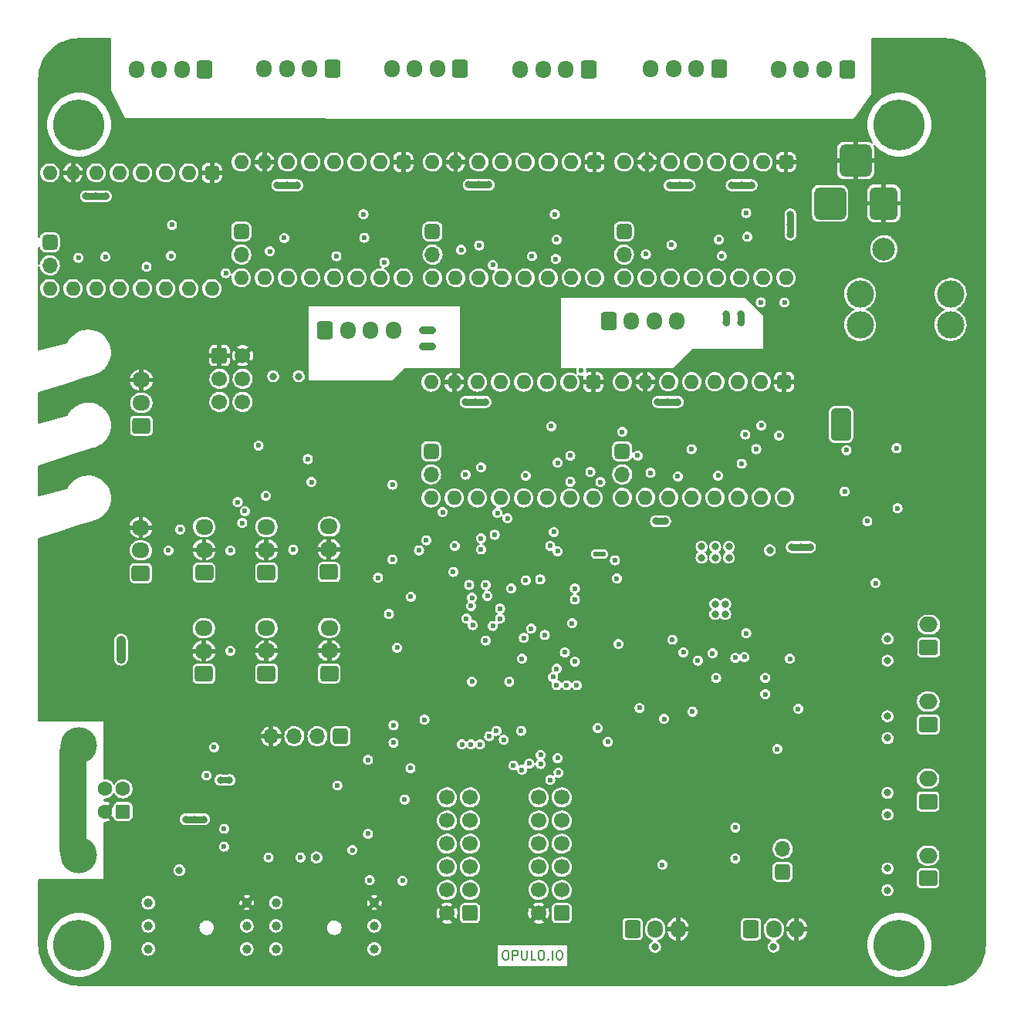
<source format=gbr>
%TF.GenerationSoftware,KiCad,Pcbnew,(6.0.7)*%
%TF.CreationDate,2022-10-06T16:10:22+02:00*%
%TF.ProjectId,mobo,6d6f626f-2e6b-4696-9361-645f70636258,4A*%
%TF.SameCoordinates,Original*%
%TF.FileFunction,Copper,L2,Inr*%
%TF.FilePolarity,Positive*%
%FSLAX46Y46*%
G04 Gerber Fmt 4.6, Leading zero omitted, Abs format (unit mm)*
G04 Created by KiCad (PCBNEW (6.0.7)) date 2022-10-06 16:10:22*
%MOMM*%
%LPD*%
G01*
G04 APERTURE LIST*
G04 Aperture macros list*
%AMRoundRect*
0 Rectangle with rounded corners*
0 $1 Rounding radius*
0 $2 $3 $4 $5 $6 $7 $8 $9 X,Y pos of 4 corners*
0 Add a 4 corners polygon primitive as box body*
4,1,4,$2,$3,$4,$5,$6,$7,$8,$9,$2,$3,0*
0 Add four circle primitives for the rounded corners*
1,1,$1+$1,$2,$3*
1,1,$1+$1,$4,$5*
1,1,$1+$1,$6,$7*
1,1,$1+$1,$8,$9*
0 Add four rect primitives between the rounded corners*
20,1,$1+$1,$2,$3,$4,$5,0*
20,1,$1+$1,$4,$5,$6,$7,0*
20,1,$1+$1,$6,$7,$8,$9,0*
20,1,$1+$1,$8,$9,$2,$3,0*%
G04 Aperture macros list end*
%ADD10C,0.150000*%
%TA.AperFunction,NonConductor*%
%ADD11C,0.150000*%
%TD*%
%TA.AperFunction,ComponentPad*%
%ADD12RoundRect,0.400000X-0.400000X0.400000X-0.400000X-0.400000X0.400000X-0.400000X0.400000X0.400000X0*%
%TD*%
%TA.AperFunction,ComponentPad*%
%ADD13O,1.600000X1.600000*%
%TD*%
%TA.AperFunction,ComponentPad*%
%ADD14RoundRect,0.250000X0.600000X0.725000X-0.600000X0.725000X-0.600000X-0.725000X0.600000X-0.725000X0*%
%TD*%
%TA.AperFunction,ComponentPad*%
%ADD15O,1.700000X1.950000*%
%TD*%
%TA.AperFunction,ComponentPad*%
%ADD16RoundRect,0.250000X-0.600000X-0.725000X0.600000X-0.725000X0.600000X0.725000X-0.600000X0.725000X0*%
%TD*%
%TA.AperFunction,ComponentPad*%
%ADD17RoundRect,0.250000X0.725000X-0.600000X0.725000X0.600000X-0.725000X0.600000X-0.725000X-0.600000X0*%
%TD*%
%TA.AperFunction,ComponentPad*%
%ADD18O,1.950000X1.700000*%
%TD*%
%TA.AperFunction,ComponentPad*%
%ADD19RoundRect,0.250000X0.600000X0.600000X-0.600000X0.600000X-0.600000X-0.600000X0.600000X-0.600000X0*%
%TD*%
%TA.AperFunction,ComponentPad*%
%ADD20C,1.700000*%
%TD*%
%TA.AperFunction,ComponentPad*%
%ADD21RoundRect,0.250000X-0.600000X-0.600000X0.600000X-0.600000X0.600000X0.600000X-0.600000X0.600000X0*%
%TD*%
%TA.AperFunction,ComponentPad*%
%ADD22RoundRect,0.250000X0.750000X-0.600000X0.750000X0.600000X-0.750000X0.600000X-0.750000X-0.600000X0*%
%TD*%
%TA.AperFunction,ComponentPad*%
%ADD23O,2.000000X1.700000*%
%TD*%
%TA.AperFunction,ComponentPad*%
%ADD24C,5.600000*%
%TD*%
%TA.AperFunction,ComponentPad*%
%ADD25RoundRect,0.525000X1.225000X1.225000X-1.225000X1.225000X-1.225000X-1.225000X1.225000X-1.225000X0*%
%TD*%
%TA.AperFunction,ComponentPad*%
%ADD26C,2.500000*%
%TD*%
%TA.AperFunction,ComponentPad*%
%ADD27RoundRect,0.450000X1.050000X1.300000X-1.050000X1.300000X-1.050000X-1.300000X1.050000X-1.300000X0*%
%TD*%
%TA.AperFunction,ComponentPad*%
%ADD28RoundRect,0.425000X-0.425000X-0.425000X0.425000X-0.425000X0.425000X0.425000X-0.425000X0.425000X0*%
%TD*%
%TA.AperFunction,ComponentPad*%
%ADD29O,1.700000X1.700000*%
%TD*%
%TA.AperFunction,ComponentPad*%
%ADD30C,1.000000*%
%TD*%
%TA.AperFunction,ComponentPad*%
%ADD31C,3.000000*%
%TD*%
%TA.AperFunction,ComponentPad*%
%ADD32RoundRect,0.320000X-0.480000X0.480000X-0.480000X-0.480000X0.480000X-0.480000X0.480000X0.480000X0*%
%TD*%
%TA.AperFunction,ComponentPad*%
%ADD33C,1.600000*%
%TD*%
%TA.AperFunction,ComponentPad*%
%ADD34C,4.000000*%
%TD*%
%TA.AperFunction,ComponentPad*%
%ADD35RoundRect,0.340000X0.510000X0.510000X-0.510000X0.510000X-0.510000X-0.510000X0.510000X-0.510000X0*%
%TD*%
%TA.AperFunction,ComponentPad*%
%ADD36RoundRect,0.340000X-0.510000X0.510000X-0.510000X-0.510000X0.510000X-0.510000X0.510000X0.510000X0*%
%TD*%
%TA.AperFunction,ViaPad*%
%ADD37C,0.800000*%
%TD*%
%TA.AperFunction,ViaPad*%
%ADD38C,0.600000*%
%TD*%
%TA.AperFunction,Conductor*%
%ADD39C,0.500000*%
%TD*%
%TA.AperFunction,Conductor*%
%ADD40C,0.700000*%
%TD*%
%TA.AperFunction,Conductor*%
%ADD41C,0.800000*%
%TD*%
%TA.AperFunction,Conductor*%
%ADD42C,0.850000*%
%TD*%
%TA.AperFunction,Conductor*%
%ADD43C,1.000000*%
%TD*%
%TA.AperFunction,Conductor*%
%ADD44C,3.000000*%
%TD*%
G04 APERTURE END LIST*
D10*
D11*
X110716071Y-141622380D02*
X110906547Y-141622380D01*
X111001785Y-141670000D01*
X111097023Y-141765238D01*
X111144642Y-141955714D01*
X111144642Y-142289047D01*
X111097023Y-142479523D01*
X111001785Y-142574761D01*
X110906547Y-142622380D01*
X110716071Y-142622380D01*
X110620833Y-142574761D01*
X110525595Y-142479523D01*
X110477976Y-142289047D01*
X110477976Y-141955714D01*
X110525595Y-141765238D01*
X110620833Y-141670000D01*
X110716071Y-141622380D01*
X111573214Y-142622380D02*
X111573214Y-141622380D01*
X111954166Y-141622380D01*
X112049404Y-141670000D01*
X112097023Y-141717619D01*
X112144642Y-141812857D01*
X112144642Y-141955714D01*
X112097023Y-142050952D01*
X112049404Y-142098571D01*
X111954166Y-142146190D01*
X111573214Y-142146190D01*
X112573214Y-141622380D02*
X112573214Y-142431904D01*
X112620833Y-142527142D01*
X112668452Y-142574761D01*
X112763690Y-142622380D01*
X112954166Y-142622380D01*
X113049404Y-142574761D01*
X113097023Y-142527142D01*
X113144642Y-142431904D01*
X113144642Y-141622380D01*
X114097023Y-142622380D02*
X113620833Y-142622380D01*
X113620833Y-141622380D01*
X114620833Y-141622380D02*
X114811309Y-141622380D01*
X114906547Y-141670000D01*
X115001785Y-141765238D01*
X115049404Y-141955714D01*
X115049404Y-142289047D01*
X115001785Y-142479523D01*
X114906547Y-142574761D01*
X114811309Y-142622380D01*
X114620833Y-142622380D01*
X114525595Y-142574761D01*
X114430357Y-142479523D01*
X114382738Y-142289047D01*
X114382738Y-141955714D01*
X114430357Y-141765238D01*
X114525595Y-141670000D01*
X114620833Y-141622380D01*
X115477976Y-142527142D02*
X115525595Y-142574761D01*
X115477976Y-142622380D01*
X115430357Y-142574761D01*
X115477976Y-142527142D01*
X115477976Y-142622380D01*
X115954166Y-142622380D02*
X115954166Y-141622380D01*
X116620833Y-141622380D02*
X116811309Y-141622380D01*
X116906547Y-141670000D01*
X117001785Y-141765238D01*
X117049404Y-141955714D01*
X117049404Y-142289047D01*
X117001785Y-142479523D01*
X116906547Y-142574761D01*
X116811309Y-142622380D01*
X116620833Y-142622380D01*
X116525595Y-142574761D01*
X116430357Y-142479523D01*
X116382738Y-142289047D01*
X116382738Y-141955714D01*
X116430357Y-141765238D01*
X116525595Y-141670000D01*
X116620833Y-141622380D01*
D12*
X99570000Y-55100000D03*
D13*
X97030000Y-55100000D03*
X94490000Y-55100000D03*
X91950000Y-55100000D03*
X89410000Y-55100000D03*
X86870000Y-55100000D03*
X84330000Y-55100000D03*
X81790000Y-55100000D03*
X81790000Y-67800000D03*
X84330000Y-67800000D03*
X86870000Y-67800000D03*
X89410000Y-67800000D03*
X91950000Y-67800000D03*
X94490000Y-67800000D03*
X97030000Y-67800000D03*
X99570000Y-67800000D03*
D12*
X120560000Y-55100000D03*
D13*
X118020000Y-55100000D03*
X115480000Y-55100000D03*
X112940000Y-55100000D03*
X110400000Y-55100000D03*
X107860000Y-55100000D03*
X105320000Y-55100000D03*
X102780000Y-55100000D03*
X102780000Y-67800000D03*
X105320000Y-67800000D03*
X107860000Y-67800000D03*
X110400000Y-67800000D03*
X112940000Y-67800000D03*
X115480000Y-67800000D03*
X118020000Y-67800000D03*
X120560000Y-67800000D03*
D12*
X78570000Y-56280000D03*
D13*
X76030000Y-56280000D03*
X73490000Y-56280000D03*
X70950000Y-56280000D03*
X68410000Y-56280000D03*
X65870000Y-56280000D03*
X63330000Y-56280000D03*
X60790000Y-56280000D03*
X60790000Y-68980000D03*
X63330000Y-68980000D03*
X65870000Y-68980000D03*
X68410000Y-68980000D03*
X70950000Y-68980000D03*
X73490000Y-68980000D03*
X76030000Y-68980000D03*
X78570000Y-68980000D03*
D12*
X141380000Y-79200000D03*
D13*
X138840000Y-79200000D03*
X136300000Y-79200000D03*
X133760000Y-79200000D03*
X131220000Y-79200000D03*
X128680000Y-79200000D03*
X126140000Y-79200000D03*
X123600000Y-79200000D03*
X123600000Y-91900000D03*
X126140000Y-91900000D03*
X128680000Y-91900000D03*
X131220000Y-91900000D03*
X133760000Y-91900000D03*
X136300000Y-91900000D03*
X138840000Y-91900000D03*
X141380000Y-91900000D03*
D14*
X119900000Y-44906000D03*
D15*
X117400000Y-44906000D03*
X114900000Y-44906000D03*
X112400000Y-44906000D03*
D14*
X77774000Y-44906000D03*
D15*
X75274000Y-44906000D03*
X72774000Y-44906000D03*
X70274000Y-44906000D03*
D16*
X122100000Y-72575000D03*
D15*
X124600000Y-72575000D03*
X127100000Y-72575000D03*
X129600000Y-72575000D03*
D14*
X105795000Y-44900000D03*
D15*
X103295000Y-44900000D03*
X100795000Y-44900000D03*
X98295000Y-44900000D03*
D14*
X91800000Y-44900000D03*
D15*
X89300000Y-44900000D03*
X86800000Y-44900000D03*
X84300000Y-44900000D03*
D12*
X141560000Y-55100000D03*
D13*
X139020000Y-55100000D03*
X136480000Y-55100000D03*
X133940000Y-55100000D03*
X131400000Y-55100000D03*
X128860000Y-55100000D03*
X126320000Y-55100000D03*
X123780000Y-55100000D03*
X123780000Y-67800000D03*
X126320000Y-67800000D03*
X128860000Y-67800000D03*
X131400000Y-67800000D03*
X133940000Y-67800000D03*
X136480000Y-67800000D03*
X139020000Y-67800000D03*
X141560000Y-67800000D03*
D14*
X148250000Y-44902600D03*
D15*
X145750000Y-44902600D03*
X143250000Y-44902600D03*
X140750000Y-44902600D03*
D12*
X120400000Y-79250000D03*
D13*
X117860000Y-79250000D03*
X115320000Y-79250000D03*
X112780000Y-79250000D03*
X110240000Y-79250000D03*
X107700000Y-79250000D03*
X105160000Y-79250000D03*
X102620000Y-79250000D03*
X102620000Y-91950000D03*
X105160000Y-91950000D03*
X107700000Y-91950000D03*
X110240000Y-91950000D03*
X112780000Y-91950000D03*
X115320000Y-91950000D03*
X117860000Y-91950000D03*
X120400000Y-91950000D03*
D14*
X134200000Y-44900000D03*
D15*
X131700000Y-44900000D03*
X129200000Y-44900000D03*
X126700000Y-44900000D03*
D17*
X84560000Y-100150000D03*
D18*
X84560000Y-97650000D03*
X84560000Y-95150000D03*
D17*
X91420000Y-100100000D03*
D18*
X91420000Y-97600000D03*
X91420000Y-95100000D03*
D17*
X84560000Y-111210000D03*
D18*
X84560000Y-108710000D03*
X84560000Y-106210000D03*
D17*
X77690000Y-111250000D03*
D18*
X77690000Y-108750000D03*
X77690000Y-106250000D03*
D19*
X106900000Y-137510000D03*
D20*
X104360000Y-137510000D03*
X106900000Y-134970000D03*
X104360000Y-134970000D03*
X106900000Y-132430000D03*
X104360000Y-132430000D03*
X106900000Y-129890000D03*
X104360000Y-129890000D03*
X106900000Y-127350000D03*
X104360000Y-127350000D03*
X106900000Y-124810000D03*
X104360000Y-124810000D03*
D19*
X116960000Y-137510000D03*
D20*
X114420000Y-137510000D03*
X116960000Y-134970000D03*
X114420000Y-134970000D03*
X116960000Y-132430000D03*
X114420000Y-132430000D03*
X116960000Y-129890000D03*
X114420000Y-129890000D03*
X116960000Y-127350000D03*
X114420000Y-127350000D03*
X116960000Y-124810000D03*
X114420000Y-124810000D03*
D21*
X79400000Y-76340000D03*
D20*
X81940000Y-76340000D03*
X79400000Y-78880000D03*
X81940000Y-78880000D03*
X79400000Y-81420000D03*
X81940000Y-81420000D03*
D16*
X137730000Y-139270000D03*
D15*
X140230000Y-139270000D03*
X142730000Y-139270000D03*
D16*
X124730000Y-139260000D03*
D15*
X127230000Y-139260000D03*
X129730000Y-139260000D03*
D17*
X91450000Y-111200000D03*
D18*
X91450000Y-108700000D03*
X91450000Y-106200000D03*
D22*
X157140000Y-125260000D03*
D23*
X157140000Y-122760000D03*
D22*
X157170000Y-116790000D03*
D23*
X157170000Y-114290000D03*
D22*
X157220000Y-108360000D03*
D23*
X157220000Y-105860000D03*
D22*
X157150000Y-133680000D03*
D23*
X157150000Y-131180000D03*
D17*
X77720000Y-100150000D03*
D18*
X77720000Y-97650000D03*
X77720000Y-95150000D03*
D17*
X70835000Y-84020000D03*
D18*
X70835000Y-81520000D03*
X70835000Y-79020000D03*
D17*
X70775000Y-100200000D03*
D18*
X70775000Y-97700000D03*
X70775000Y-95200000D03*
D16*
X91000000Y-73582000D03*
D15*
X93500000Y-73582000D03*
X96000000Y-73582000D03*
X98500000Y-73582000D03*
D24*
X64000000Y-141000000D03*
D25*
X146400000Y-59636000D03*
D26*
X152300000Y-59636000D03*
D27*
X152300000Y-59636000D03*
D25*
X149200000Y-54936000D03*
D26*
X152300000Y-64636000D03*
D28*
X123780000Y-62720000D03*
D29*
X123780000Y-65260000D03*
D24*
X154000000Y-51000000D03*
D30*
X71600000Y-136360000D03*
X71600000Y-138900000D03*
X71600000Y-141440000D03*
X82400000Y-141440000D03*
X82400000Y-138900000D03*
X82400000Y-136360000D03*
D28*
X102620000Y-86820000D03*
D29*
X102620000Y-89360000D03*
D31*
X149700000Y-72975000D03*
X149700000Y-69575000D03*
X159620000Y-69575000D03*
X159620000Y-72975000D03*
D28*
X81790000Y-62720000D03*
D29*
X81790000Y-65260000D03*
D32*
X68813500Y-126368000D03*
D33*
X68813500Y-123868000D03*
X66813500Y-123868000D03*
X66813500Y-126368000D03*
D34*
X63953500Y-119118000D03*
X63953500Y-131118000D03*
D24*
X154000000Y-141000000D03*
D28*
X123600000Y-86820000D03*
D29*
X123600000Y-89360000D03*
D35*
X141200000Y-132975000D03*
D29*
X141200000Y-130435000D03*
D30*
X85600000Y-136360000D03*
X85600000Y-138900000D03*
X85600000Y-141440000D03*
X96400000Y-141440000D03*
X96400000Y-138900000D03*
X96400000Y-136360000D03*
D28*
X102780000Y-62720000D03*
D29*
X102780000Y-65260000D03*
D36*
X92700000Y-118100000D03*
D29*
X90160000Y-118100000D03*
X87620000Y-118100000D03*
X85080000Y-118100000D03*
D28*
X60790000Y-63900000D03*
D29*
X60790000Y-66440000D03*
D24*
X64000000Y-51000000D03*
D37*
X162300000Y-89900000D03*
X151750000Y-94800000D03*
X72450000Y-60500000D03*
X68500000Y-51800000D03*
X109650000Y-59300000D03*
X143400000Y-93150000D03*
X76900000Y-137100000D03*
D38*
X103600000Y-112600000D03*
X87200000Y-81600000D03*
X136000000Y-124600000D03*
D37*
X139500000Y-105000000D03*
X154000000Y-43300000D03*
X78400000Y-128500000D03*
D38*
X71500000Y-88500000D03*
X117800000Y-94000000D03*
D37*
X160400000Y-89900000D03*
X152382000Y-90000000D03*
X149500000Y-124700000D03*
X161200000Y-78900000D03*
D38*
X122000000Y-94000000D03*
D37*
X132400000Y-139200000D03*
X149500000Y-133100000D03*
D38*
X136500000Y-115400000D03*
D37*
X91000000Y-81300000D03*
X62200000Y-45000000D03*
X88100000Y-76700000D03*
D38*
X103100000Y-113400000D03*
D37*
X61100000Y-136300000D03*
X151000000Y-77100000D03*
X75700000Y-51800000D03*
X145300000Y-139200000D03*
X131800000Y-51800000D03*
X115075000Y-72600000D03*
X159400000Y-83200000D03*
X90900000Y-137000000D03*
X148500000Y-124700000D03*
D38*
X118800000Y-97800000D03*
D37*
X149800000Y-91200000D03*
X158400000Y-81800000D03*
X130000000Y-101300000D03*
X114500000Y-59300000D03*
X153200000Y-76700000D03*
X135150000Y-83100000D03*
X146600000Y-67200000D03*
X70700000Y-112800000D03*
X162800000Y-96800000D03*
X146600000Y-138200000D03*
X129800000Y-105000000D03*
D38*
X123200000Y-111800000D03*
X148000000Y-97200000D03*
D37*
X131500000Y-103600000D03*
X129900000Y-51800000D03*
X70700000Y-115100000D03*
X162800000Y-98400000D03*
D38*
X71600000Y-104900000D03*
D37*
X157714644Y-87198007D03*
X98000000Y-128900000D03*
X151000000Y-78500000D03*
X127100000Y-100700000D03*
D38*
X122300000Y-103400000D03*
D37*
X115100000Y-51800000D03*
X127100000Y-98600000D03*
X90760000Y-51794000D03*
X98000000Y-120500000D03*
X91425000Y-126300000D03*
X113400000Y-51800000D03*
X83800000Y-125000000D03*
X146700000Y-107800000D03*
D38*
X125400000Y-110700000D03*
D37*
X152382000Y-91200000D03*
X162900000Y-100200000D03*
X147000000Y-143300000D03*
X114050000Y-83100000D03*
X148500000Y-116300000D03*
X62200000Y-135000000D03*
X72000000Y-126100000D03*
X96000000Y-81300000D03*
X78400000Y-130500000D03*
X130750000Y-83100000D03*
D38*
X86000000Y-85500000D03*
D37*
X151100000Y-90000000D03*
D38*
X103300000Y-99520000D03*
X118300000Y-115900000D03*
D37*
X84650000Y-127600000D03*
X148500000Y-107800000D03*
X161200000Y-76700000D03*
X146700000Y-133100000D03*
D38*
X87200000Y-84100000D03*
X119875213Y-94000000D03*
D37*
X94560000Y-51794000D03*
X148100000Y-144600000D03*
D38*
X128000000Y-124600000D03*
D37*
X115100000Y-76200000D03*
X138300000Y-106400000D03*
X67650000Y-60500000D03*
D38*
X132600000Y-115400000D03*
D37*
X130000000Y-102400000D03*
X93450000Y-59350000D03*
X152700000Y-44400000D03*
X159500000Y-85400000D03*
X127100000Y-96500000D03*
D38*
X122500000Y-130000000D03*
D37*
X84960000Y-51794000D03*
X141200000Y-101600000D03*
D38*
X104600000Y-118100000D03*
D37*
X162600000Y-79400000D03*
X93500000Y-81300000D03*
X88760000Y-51794000D03*
X144700000Y-63300000D03*
X148500000Y-133100000D03*
D38*
X125300000Y-129600000D03*
D37*
X131700000Y-59300000D03*
X162900000Y-102800000D03*
D38*
X119100000Y-108400000D03*
D37*
X88550000Y-59350000D03*
X92300000Y-127600000D03*
X148200000Y-77100000D03*
D38*
X99900000Y-114200000D03*
D37*
X115175000Y-70600000D03*
X146700000Y-124700000D03*
D38*
X113000000Y-93800000D03*
D37*
X109820000Y-51800000D03*
X149800000Y-90000000D03*
D38*
X128200000Y-107100000D03*
D37*
X119000000Y-51800000D03*
X109550000Y-83100000D03*
X77950000Y-134100000D03*
D38*
X105360000Y-94930000D03*
X89361200Y-82830000D03*
X133900000Y-115400000D03*
D37*
X70700000Y-117200000D03*
X81000000Y-51800000D03*
X149500000Y-107800000D03*
X128500000Y-99000000D03*
D38*
X123600000Y-118700000D03*
D37*
X133700000Y-138200000D03*
X73800000Y-51800000D03*
X85300000Y-76700000D03*
X148194668Y-79905332D03*
X131500000Y-100200000D03*
X146700000Y-116300000D03*
X136550000Y-59300000D03*
X91950000Y-134100000D03*
X98500000Y-81300000D03*
X159400000Y-89200000D03*
X151000000Y-79900000D03*
X151100000Y-91200000D03*
X154300000Y-75400000D03*
X81800000Y-125000000D03*
X115100000Y-74600000D03*
X126300000Y-51800000D03*
X135400000Y-51800000D03*
X61100000Y-46300000D03*
X149500000Y-116300000D03*
X127200000Y-102800000D03*
X74200000Y-121950000D03*
D38*
X127300000Y-103700000D03*
D37*
X86700000Y-75600000D03*
X148200000Y-78500000D03*
X141200000Y-102800000D03*
D38*
X101300000Y-97700000D03*
X106800000Y-101500000D03*
X107000000Y-103800000D03*
X98400000Y-90500000D03*
X108800000Y-102700000D03*
X98400000Y-98700000D03*
X119100000Y-78000000D03*
X89500000Y-90200000D03*
X109600000Y-96000000D03*
X116500000Y-97800000D03*
X140800000Y-85100000D03*
X115700000Y-97200000D03*
X138300000Y-86600000D03*
D37*
X127300000Y-94500000D03*
X133800000Y-104700000D03*
D38*
X128200000Y-116200000D03*
X88300000Y-131400000D03*
X139300000Y-113500000D03*
X95700000Y-120700000D03*
X120900000Y-117200000D03*
D37*
X128300000Y-94500000D03*
X79500000Y-122900000D03*
X80500000Y-122900000D03*
X132300000Y-97300000D03*
X90050000Y-131400000D03*
D38*
X115800000Y-84100000D03*
X99494000Y-133946000D03*
X105233324Y-97214639D03*
X137100000Y-85000000D03*
X95200000Y-60820000D03*
X137200000Y-60700000D03*
D37*
X134900000Y-104700000D03*
D38*
X98500000Y-116900000D03*
X131900000Y-109800000D03*
X131300000Y-115400000D03*
X94000000Y-130600000D03*
D37*
X133800000Y-97300000D03*
D38*
X128000000Y-132200000D03*
D37*
X75000000Y-132800000D03*
D38*
X148200000Y-86700000D03*
D37*
X135300000Y-98500000D03*
D38*
X79900000Y-128250000D03*
X121500000Y-98100000D03*
X79900000Y-130200000D03*
D37*
X135300000Y-97300000D03*
D38*
X78800000Y-119300000D03*
X98500000Y-118800000D03*
X74200000Y-62000000D03*
X123200000Y-108000000D03*
D37*
X132300000Y-98500000D03*
D38*
X101900000Y-116300000D03*
X78000000Y-122400000D03*
X95700000Y-128800000D03*
X137000000Y-109400000D03*
X136000000Y-131500000D03*
X89100000Y-87700000D03*
X123000000Y-100800000D03*
X120700000Y-98100000D03*
D37*
X133800000Y-103600000D03*
D38*
X116200000Y-60820000D03*
X92337000Y-123500000D03*
X84787500Y-131400000D03*
X95892000Y-133900000D03*
D37*
X133800000Y-98500000D03*
X134900000Y-103600000D03*
X129700000Y-81420000D03*
X107850000Y-57600000D03*
X152700000Y-115900000D03*
X86850000Y-57650000D03*
X135600000Y-57650000D03*
X152700000Y-109800000D03*
X147100000Y-83900000D03*
X152700000Y-126700000D03*
X147100000Y-82700000D03*
X131000000Y-57650000D03*
X87950000Y-57650000D03*
X128800000Y-57650000D03*
X142050000Y-61950000D03*
X127500000Y-81420000D03*
X107500000Y-81420000D03*
X85750000Y-57650000D03*
X106750000Y-57600000D03*
X152700000Y-132600000D03*
X85300000Y-78600000D03*
X65850000Y-58850000D03*
X152700000Y-107400000D03*
X128600000Y-81420000D03*
X129900000Y-57650000D03*
X108600000Y-81420000D03*
X152700000Y-124300000D03*
X152700000Y-135000000D03*
X148100000Y-83900000D03*
X136700000Y-57650000D03*
X152700000Y-118300000D03*
X106400000Y-81420000D03*
X148100000Y-82700000D03*
X108950000Y-57600000D03*
X88100000Y-78600000D03*
X64750000Y-58850000D03*
X66950000Y-58850000D03*
X142050000Y-60850000D03*
X148100000Y-85100000D03*
X137800000Y-57650000D03*
X142050000Y-63050000D03*
X147100000Y-85100000D03*
D38*
X138800000Y-70500000D03*
X141400000Y-70500000D03*
X123600000Y-84700000D03*
X121200000Y-90200000D03*
D37*
X135000000Y-71800000D03*
X135000000Y-72700000D03*
X136600000Y-71800000D03*
X136600000Y-72700000D03*
D38*
X113000000Y-101000000D03*
X111400000Y-101900000D03*
D37*
X101700000Y-75300000D03*
X102700000Y-75300000D03*
X102700000Y-73600000D03*
X101700000Y-73600000D03*
D38*
X116000000Y-111600000D03*
X151400000Y-101300000D03*
D37*
X139800000Y-97700000D03*
D38*
X116400000Y-110700000D03*
X108100000Y-96400000D03*
X108100000Y-97600000D03*
X102100000Y-96600000D03*
D37*
X75700000Y-127200000D03*
X144200000Y-97350000D03*
X77700000Y-127200000D03*
X142200000Y-97350000D03*
X76700000Y-127200000D03*
X143200000Y-97350000D03*
D38*
X137200000Y-106800000D03*
X136000000Y-128100000D03*
X133900000Y-111700000D03*
X139300000Y-111700000D03*
X116400000Y-112500000D03*
X115100000Y-107000000D03*
X133500000Y-109000000D03*
X130300000Y-108900000D03*
X112600000Y-109600000D03*
X73800000Y-97720000D03*
X80600000Y-97720000D03*
X87500000Y-97620000D03*
X80600000Y-108720000D03*
X113400000Y-121100000D03*
X114600000Y-100900000D03*
X118400000Y-103100000D03*
X110200000Y-104100000D03*
X98900000Y-108400000D03*
X140600000Y-119500000D03*
X114650000Y-120150000D03*
X122005738Y-118727122D03*
X112800000Y-107300000D03*
X116500000Y-120500000D03*
X131200000Y-86600000D03*
X109900000Y-93600000D03*
X66900000Y-65500000D03*
X86500000Y-63420000D03*
X108100000Y-88600000D03*
X129000000Y-64200000D03*
X129700000Y-89600000D03*
X107900000Y-64250000D03*
X109800000Y-117500000D03*
D37*
X68600000Y-108600000D03*
X127200000Y-141200000D03*
X140200000Y-141200000D03*
X68600000Y-109600000D03*
X68600000Y-107600000D03*
D38*
X148000000Y-91250000D03*
X150480000Y-94500000D03*
X113600000Y-106300000D03*
X118100000Y-105700000D03*
X126700000Y-89200000D03*
X120100000Y-89100000D03*
X112500000Y-117500000D03*
X138850000Y-84000000D03*
X115700000Y-122900000D03*
X63940000Y-65600000D03*
X126190000Y-65220000D03*
X106400000Y-89400000D03*
X105930000Y-64740000D03*
X84940000Y-64900000D03*
X118400000Y-109900000D03*
X116400000Y-63600000D03*
X95300000Y-63400000D03*
X74100000Y-65400000D03*
X136700000Y-88200000D03*
X137300000Y-63300000D03*
X110600000Y-118500000D03*
X116500000Y-88100000D03*
X108600000Y-107600000D03*
X106000000Y-119000000D03*
X112600000Y-121800000D03*
X99724220Y-125041107D03*
X107100000Y-112100000D03*
X107000000Y-119000000D03*
X100363000Y-121600000D03*
X111650000Y-121300000D03*
X117500000Y-112500000D03*
X116600000Y-122100000D03*
X117300000Y-108900000D03*
X109000000Y-118100000D03*
X110200000Y-105200000D03*
X108000000Y-119000000D03*
X109400000Y-106000000D03*
X107100000Y-102900000D03*
X71407000Y-66600000D03*
X83700000Y-86200000D03*
X103900000Y-93500000D03*
X109400000Y-66400000D03*
X113680000Y-65420000D03*
X134200000Y-63600000D03*
X125300000Y-87300000D03*
X116100000Y-95700000D03*
X134115500Y-89500000D03*
X108600000Y-101500000D03*
X113000000Y-89500000D03*
X122800000Y-98800000D03*
X134505500Y-65414000D03*
X105050000Y-100070000D03*
X92235000Y-65434000D03*
X129100000Y-107500000D03*
X118400000Y-101900000D03*
X142000000Y-109600000D03*
X125500000Y-115000000D03*
X111200000Y-112100000D03*
X136000000Y-109500000D03*
X100400000Y-102800000D03*
X107200000Y-105900000D03*
X106500000Y-105200000D03*
X96800000Y-100700000D03*
X153700000Y-86500000D03*
X153800000Y-93100000D03*
X75100000Y-95400000D03*
X81900000Y-94700000D03*
X80100000Y-67300000D03*
X81400000Y-92400000D03*
X97500000Y-66120000D03*
X117900000Y-87300000D03*
X117900000Y-90169500D03*
X111000000Y-94200000D03*
X84500000Y-91700000D03*
X116300000Y-65750000D03*
X82200000Y-93400000D03*
X114650000Y-121150000D03*
X98000000Y-104700000D03*
X142900000Y-115100000D03*
X118600000Y-112500000D03*
D39*
X120700000Y-98100000D02*
X121500000Y-98100000D01*
D40*
X79500000Y-122900000D02*
X80500000Y-122900000D01*
D41*
X127300000Y-94500000D02*
X128300000Y-94500000D01*
X106400000Y-81420000D02*
X108600000Y-81420000D01*
X106750000Y-57600000D02*
X108950000Y-57600000D01*
X127500000Y-81420000D02*
X129700000Y-81420000D01*
X137800000Y-57650000D02*
X135600000Y-57650000D01*
X64750000Y-58850000D02*
X66950000Y-58850000D01*
X128800000Y-57650000D02*
X131000000Y-57650000D01*
X142050000Y-60850000D02*
X142050000Y-63050000D01*
X85750000Y-57650000D02*
X87950000Y-57650000D01*
X135000000Y-71800000D02*
X135000000Y-72700000D01*
X136600000Y-71800000D02*
X136600000Y-72700000D01*
D42*
X101700000Y-75300000D02*
X102700000Y-75300000D01*
X101700000Y-73600000D02*
X102700000Y-73600000D01*
D41*
X142200000Y-97350000D02*
X144200000Y-97350000D01*
X75700000Y-127200000D02*
X77700000Y-127200000D01*
D43*
X68600000Y-109600000D02*
X68600000Y-107600000D01*
D44*
X63926750Y-119126750D02*
X63273250Y-119780250D01*
X63273250Y-130473250D02*
X63926750Y-131126750D01*
X63273250Y-119780250D02*
X63273250Y-130473250D01*
%TA.AperFunction,Conductor*%
G36*
X67489191Y-41519407D02*
G01*
X67525155Y-41568907D01*
X67530000Y-41599500D01*
X67530000Y-47200000D01*
X67534714Y-47209940D01*
X67534714Y-47209942D01*
X68502954Y-49251808D01*
X69000000Y-50300000D01*
X69012400Y-50300016D01*
X69012402Y-50300016D01*
X113404066Y-50355505D01*
X149000000Y-50400000D01*
X149328553Y-49923343D01*
X150921458Y-47612393D01*
X150921458Y-47612392D01*
X150930000Y-47600000D01*
X150930000Y-41599500D01*
X150948907Y-41541309D01*
X150998407Y-41505345D01*
X151029000Y-41500500D01*
X158953351Y-41500500D01*
X158968581Y-41501679D01*
X158979269Y-41503343D01*
X158993823Y-41505609D01*
X159016119Y-41502694D01*
X159033265Y-41501953D01*
X159387841Y-41517434D01*
X159396445Y-41518187D01*
X159641569Y-41550458D01*
X159777054Y-41568295D01*
X159785544Y-41569792D01*
X160160338Y-41652882D01*
X160168671Y-41655115D01*
X160534805Y-41770556D01*
X160542907Y-41773504D01*
X160806977Y-41882886D01*
X160897580Y-41920415D01*
X160905407Y-41924065D01*
X161245920Y-42101325D01*
X161253382Y-42105633D01*
X161577179Y-42311914D01*
X161584231Y-42316852D01*
X161888797Y-42550554D01*
X161895401Y-42556095D01*
X162178448Y-42815460D01*
X162184540Y-42821552D01*
X162443905Y-43104599D01*
X162449444Y-43111201D01*
X162683148Y-43415769D01*
X162688086Y-43422821D01*
X162894367Y-43746618D01*
X162898675Y-43754080D01*
X162916637Y-43788585D01*
X163075935Y-44094593D01*
X163079585Y-44102420D01*
X163226493Y-44457086D01*
X163229447Y-44465202D01*
X163344885Y-44831327D01*
X163347118Y-44839662D01*
X163403476Y-45093873D01*
X163430206Y-45214446D01*
X163431706Y-45222952D01*
X163481813Y-45603555D01*
X163482566Y-45612159D01*
X163497741Y-45959721D01*
X163496657Y-45979267D01*
X163494391Y-45993823D01*
X163495306Y-46000819D01*
X163498664Y-46026500D01*
X163499500Y-46039336D01*
X163499500Y-140953351D01*
X163498321Y-140968581D01*
X163494391Y-140993823D01*
X163497306Y-141016119D01*
X163498047Y-141033265D01*
X163482566Y-141387841D01*
X163481813Y-141396445D01*
X163466115Y-141515683D01*
X163435821Y-141745795D01*
X163431706Y-141777048D01*
X163430208Y-141785544D01*
X163354333Y-142127793D01*
X163347120Y-142160331D01*
X163344885Y-142168673D01*
X163229447Y-142534798D01*
X163226493Y-142542914D01*
X163079585Y-142897580D01*
X163075935Y-142905407D01*
X162898675Y-143245920D01*
X162894367Y-143253382D01*
X162688086Y-143577179D01*
X162683148Y-143584231D01*
X162484396Y-143843249D01*
X162449446Y-143888797D01*
X162443905Y-143895401D01*
X162184540Y-144178448D01*
X162178448Y-144184540D01*
X161895401Y-144443905D01*
X161888799Y-144449444D01*
X161584231Y-144683148D01*
X161577179Y-144688086D01*
X161253382Y-144894367D01*
X161245920Y-144898675D01*
X160958552Y-145048270D01*
X160905407Y-145075935D01*
X160897580Y-145079585D01*
X160542907Y-145226496D01*
X160534805Y-145229444D01*
X160170278Y-145344379D01*
X160168673Y-145344885D01*
X160160338Y-145347118D01*
X159785544Y-145430208D01*
X159777054Y-145431705D01*
X159641569Y-145449542D01*
X159396445Y-145481813D01*
X159387841Y-145482566D01*
X159098807Y-145495186D01*
X159040278Y-145497741D01*
X159020732Y-145496657D01*
X159013153Y-145495477D01*
X159006177Y-145494391D01*
X158980559Y-145497741D01*
X158973500Y-145498664D01*
X158960664Y-145499500D01*
X64046649Y-145499500D01*
X64031419Y-145498321D01*
X64013152Y-145495477D01*
X64006177Y-145494391D01*
X63983881Y-145497306D01*
X63966735Y-145498047D01*
X63612159Y-145482566D01*
X63603555Y-145481813D01*
X63358431Y-145449542D01*
X63222946Y-145431705D01*
X63214456Y-145430208D01*
X62839662Y-145347118D01*
X62831327Y-145344885D01*
X62829722Y-145344379D01*
X62465195Y-145229444D01*
X62457093Y-145226496D01*
X62102420Y-145079585D01*
X62094593Y-145075935D01*
X62041448Y-145048270D01*
X61754080Y-144898675D01*
X61746618Y-144894367D01*
X61422821Y-144688086D01*
X61415769Y-144683148D01*
X61111201Y-144449444D01*
X61104599Y-144443905D01*
X60821552Y-144184540D01*
X60815460Y-144178448D01*
X60556095Y-143895401D01*
X60550554Y-143888797D01*
X60515604Y-143843249D01*
X60316852Y-143584231D01*
X60311914Y-143577179D01*
X60105633Y-143253382D01*
X60101325Y-143245920D01*
X59924065Y-142905407D01*
X59920415Y-142897580D01*
X59773507Y-142542914D01*
X59770553Y-142534798D01*
X59655115Y-142168673D01*
X59652880Y-142160331D01*
X59645667Y-142127793D01*
X59569792Y-141785544D01*
X59568294Y-141777048D01*
X59564180Y-141745795D01*
X59533885Y-141515683D01*
X59518187Y-141396445D01*
X59517434Y-141387841D01*
X59502414Y-141043822D01*
X59503691Y-141023084D01*
X59504600Y-141017680D01*
X59505496Y-141012354D01*
X59505569Y-141006387D01*
X60507980Y-141006387D01*
X60527180Y-141372739D01*
X60527585Y-141375297D01*
X60527586Y-141375305D01*
X60549820Y-141515683D01*
X60584568Y-141735077D01*
X60585239Y-141737581D01*
X60585240Y-141737586D01*
X60665671Y-142037758D01*
X60679517Y-142089431D01*
X60810986Y-142431919D01*
X60977535Y-142758788D01*
X61177338Y-143066459D01*
X61408207Y-143351558D01*
X61667612Y-143610963D01*
X61952711Y-143841832D01*
X61954884Y-143843243D01*
X61954892Y-143843249D01*
X62258203Y-144040221D01*
X62258209Y-144040224D01*
X62260381Y-144041635D01*
X62587251Y-144208184D01*
X62929739Y-144339653D01*
X62932242Y-144340324D01*
X62932243Y-144340324D01*
X63281584Y-144433930D01*
X63281589Y-144433931D01*
X63284093Y-144434602D01*
X63286664Y-144435009D01*
X63286663Y-144435009D01*
X63643865Y-144491584D01*
X63643873Y-144491585D01*
X63646431Y-144491990D01*
X64012783Y-144511190D01*
X64379135Y-144491990D01*
X64381693Y-144491585D01*
X64381701Y-144491584D01*
X64738903Y-144435009D01*
X64738902Y-144435009D01*
X64741473Y-144434602D01*
X64743977Y-144433931D01*
X64743982Y-144433930D01*
X65093323Y-144340324D01*
X65093324Y-144340324D01*
X65095827Y-144339653D01*
X65438315Y-144208184D01*
X65765185Y-144041635D01*
X65767357Y-144040224D01*
X65767363Y-144040221D01*
X66070674Y-143843249D01*
X66070682Y-143843243D01*
X66072855Y-143841832D01*
X66357954Y-143610963D01*
X66617359Y-143351558D01*
X66628338Y-143338000D01*
X109939500Y-143338000D01*
X117542881Y-143338000D01*
X117542881Y-141002000D01*
X109939500Y-141002000D01*
X109939500Y-143338000D01*
X66628338Y-143338000D01*
X66848228Y-143066459D01*
X67048031Y-142758788D01*
X67214580Y-142431919D01*
X67346049Y-142089431D01*
X67359895Y-142037758D01*
X67440326Y-141737586D01*
X67440327Y-141737581D01*
X67440998Y-141735077D01*
X67475746Y-141515683D01*
X67489403Y-141429455D01*
X70844825Y-141429455D01*
X70861255Y-141597025D01*
X70914402Y-141756791D01*
X70917267Y-141761522D01*
X70917269Y-141761526D01*
X70998755Y-141896075D01*
X71001624Y-141900812D01*
X71005472Y-141904797D01*
X71005473Y-141904798D01*
X71025431Y-141925465D01*
X71118586Y-142021929D01*
X71259475Y-142114125D01*
X71264662Y-142116054D01*
X71412096Y-142170884D01*
X71412098Y-142170884D01*
X71417289Y-142172815D01*
X71422781Y-142173548D01*
X71422782Y-142173548D01*
X71545156Y-142189876D01*
X71584183Y-142195083D01*
X71589689Y-142194582D01*
X71589691Y-142194582D01*
X71746353Y-142180325D01*
X71746357Y-142180324D01*
X71751864Y-142179823D01*
X71757125Y-142178114D01*
X71757128Y-142178113D01*
X71831930Y-142153808D01*
X71911997Y-142127793D01*
X72056623Y-142041578D01*
X72060632Y-142037760D01*
X72060635Y-142037758D01*
X72117588Y-141983522D01*
X72178554Y-141925465D01*
X72194934Y-141900812D01*
X72250925Y-141816538D01*
X72271731Y-141785223D01*
X72325550Y-141643542D01*
X72329556Y-141632997D01*
X72329557Y-141632994D01*
X72331521Y-141627823D01*
X72354955Y-141461088D01*
X72355249Y-141440000D01*
X72354684Y-141434958D01*
X72354067Y-141429455D01*
X81644825Y-141429455D01*
X81661255Y-141597025D01*
X81714402Y-141756791D01*
X81717267Y-141761522D01*
X81717269Y-141761526D01*
X81798755Y-141896075D01*
X81801624Y-141900812D01*
X81805472Y-141904797D01*
X81805473Y-141904798D01*
X81825431Y-141925465D01*
X81918586Y-142021929D01*
X82059475Y-142114125D01*
X82064662Y-142116054D01*
X82212096Y-142170884D01*
X82212098Y-142170884D01*
X82217289Y-142172815D01*
X82222781Y-142173548D01*
X82222782Y-142173548D01*
X82345156Y-142189876D01*
X82384183Y-142195083D01*
X82389689Y-142194582D01*
X82389691Y-142194582D01*
X82546353Y-142180325D01*
X82546357Y-142180324D01*
X82551864Y-142179823D01*
X82557125Y-142178114D01*
X82557128Y-142178113D01*
X82631930Y-142153808D01*
X82711997Y-142127793D01*
X82856623Y-142041578D01*
X82860632Y-142037760D01*
X82860635Y-142037758D01*
X82917588Y-141983522D01*
X82978554Y-141925465D01*
X82994934Y-141900812D01*
X83050925Y-141816538D01*
X83071731Y-141785223D01*
X83125550Y-141643542D01*
X83129556Y-141632997D01*
X83129557Y-141632994D01*
X83131521Y-141627823D01*
X83154955Y-141461088D01*
X83155249Y-141440000D01*
X83154684Y-141434958D01*
X83154067Y-141429455D01*
X84844825Y-141429455D01*
X84861255Y-141597025D01*
X84914402Y-141756791D01*
X84917267Y-141761522D01*
X84917269Y-141761526D01*
X84998755Y-141896075D01*
X85001624Y-141900812D01*
X85005472Y-141904797D01*
X85005473Y-141904798D01*
X85025431Y-141925465D01*
X85118586Y-142021929D01*
X85259475Y-142114125D01*
X85264662Y-142116054D01*
X85412096Y-142170884D01*
X85412098Y-142170884D01*
X85417289Y-142172815D01*
X85422781Y-142173548D01*
X85422782Y-142173548D01*
X85545156Y-142189876D01*
X85584183Y-142195083D01*
X85589689Y-142194582D01*
X85589691Y-142194582D01*
X85746353Y-142180325D01*
X85746357Y-142180324D01*
X85751864Y-142179823D01*
X85757125Y-142178114D01*
X85757128Y-142178113D01*
X85831930Y-142153808D01*
X85911997Y-142127793D01*
X86056623Y-142041578D01*
X86060632Y-142037760D01*
X86060635Y-142037758D01*
X86117588Y-141983522D01*
X86178554Y-141925465D01*
X86194934Y-141900812D01*
X86250925Y-141816538D01*
X86271731Y-141785223D01*
X86325550Y-141643542D01*
X86329556Y-141632997D01*
X86329557Y-141632994D01*
X86331521Y-141627823D01*
X86354955Y-141461088D01*
X86355249Y-141440000D01*
X86354684Y-141434958D01*
X86354067Y-141429455D01*
X95644825Y-141429455D01*
X95661255Y-141597025D01*
X95714402Y-141756791D01*
X95717267Y-141761522D01*
X95717269Y-141761526D01*
X95798755Y-141896075D01*
X95801624Y-141900812D01*
X95805472Y-141904797D01*
X95805473Y-141904798D01*
X95825431Y-141925465D01*
X95918586Y-142021929D01*
X96059475Y-142114125D01*
X96064662Y-142116054D01*
X96212096Y-142170884D01*
X96212098Y-142170884D01*
X96217289Y-142172815D01*
X96222781Y-142173548D01*
X96222782Y-142173548D01*
X96345156Y-142189876D01*
X96384183Y-142195083D01*
X96389689Y-142194582D01*
X96389691Y-142194582D01*
X96546353Y-142180325D01*
X96546357Y-142180324D01*
X96551864Y-142179823D01*
X96557125Y-142178114D01*
X96557128Y-142178113D01*
X96631930Y-142153808D01*
X96711997Y-142127793D01*
X96856623Y-142041578D01*
X96860632Y-142037760D01*
X96860635Y-142037758D01*
X96917588Y-141983522D01*
X96978554Y-141925465D01*
X96994934Y-141900812D01*
X97050925Y-141816538D01*
X97071731Y-141785223D01*
X97125550Y-141643542D01*
X97129556Y-141632997D01*
X97129557Y-141632994D01*
X97131521Y-141627823D01*
X97154955Y-141461088D01*
X97155249Y-141440000D01*
X97154684Y-141434958D01*
X97137098Y-141278181D01*
X97136481Y-141272676D01*
X97081108Y-141113668D01*
X97036921Y-141042953D01*
X96994815Y-140975569D01*
X96994813Y-140975567D01*
X96991884Y-140970879D01*
X96987989Y-140966956D01*
X96987986Y-140966953D01*
X96877144Y-140855335D01*
X96877142Y-140855334D01*
X96873242Y-140851406D01*
X96747450Y-140771576D01*
X96735749Y-140764150D01*
X96735745Y-140764148D01*
X96731079Y-140761187D01*
X96616728Y-140720468D01*
X96577672Y-140706561D01*
X96577670Y-140706561D01*
X96572462Y-140704706D01*
X96566973Y-140704051D01*
X96566971Y-140704051D01*
X96410769Y-140685424D01*
X96410766Y-140685424D01*
X96405273Y-140684769D01*
X96237821Y-140702369D01*
X96232582Y-140704153D01*
X96232580Y-140704153D01*
X96230956Y-140704706D01*
X96078431Y-140756630D01*
X96073721Y-140759528D01*
X96073716Y-140759530D01*
X95940215Y-140841661D01*
X95935022Y-140844856D01*
X95814724Y-140962661D01*
X95811726Y-140967313D01*
X95769146Y-141033385D01*
X95723515Y-141104190D01*
X95665927Y-141262409D01*
X95644825Y-141429455D01*
X86354067Y-141429455D01*
X86337098Y-141278181D01*
X86336481Y-141272676D01*
X86281108Y-141113668D01*
X86236921Y-141042953D01*
X86194815Y-140975569D01*
X86194813Y-140975567D01*
X86191884Y-140970879D01*
X86187989Y-140966956D01*
X86187986Y-140966953D01*
X86077144Y-140855335D01*
X86077142Y-140855334D01*
X86073242Y-140851406D01*
X85947450Y-140771576D01*
X85935749Y-140764150D01*
X85935745Y-140764148D01*
X85931079Y-140761187D01*
X85816728Y-140720468D01*
X85777672Y-140706561D01*
X85777670Y-140706561D01*
X85772462Y-140704706D01*
X85766973Y-140704051D01*
X85766971Y-140704051D01*
X85610769Y-140685424D01*
X85610766Y-140685424D01*
X85605273Y-140684769D01*
X85437821Y-140702369D01*
X85432582Y-140704153D01*
X85432580Y-140704153D01*
X85430956Y-140704706D01*
X85278431Y-140756630D01*
X85273721Y-140759528D01*
X85273716Y-140759530D01*
X85140215Y-140841661D01*
X85135022Y-140844856D01*
X85014724Y-140962661D01*
X85011726Y-140967313D01*
X84969146Y-141033385D01*
X84923515Y-141104190D01*
X84865927Y-141262409D01*
X84844825Y-141429455D01*
X83154067Y-141429455D01*
X83137098Y-141278181D01*
X83136481Y-141272676D01*
X83081108Y-141113668D01*
X83036921Y-141042953D01*
X82994815Y-140975569D01*
X82994813Y-140975567D01*
X82991884Y-140970879D01*
X82987989Y-140966956D01*
X82987986Y-140966953D01*
X82877144Y-140855335D01*
X82877142Y-140855334D01*
X82873242Y-140851406D01*
X82747450Y-140771576D01*
X82735749Y-140764150D01*
X82735745Y-140764148D01*
X82731079Y-140761187D01*
X82616728Y-140720468D01*
X82577672Y-140706561D01*
X82577670Y-140706561D01*
X82572462Y-140704706D01*
X82566973Y-140704051D01*
X82566971Y-140704051D01*
X82410769Y-140685424D01*
X82410766Y-140685424D01*
X82405273Y-140684769D01*
X82237821Y-140702369D01*
X82232582Y-140704153D01*
X82232580Y-140704153D01*
X82230956Y-140704706D01*
X82078431Y-140756630D01*
X82073721Y-140759528D01*
X82073716Y-140759530D01*
X81940215Y-140841661D01*
X81935022Y-140844856D01*
X81814724Y-140962661D01*
X81811726Y-140967313D01*
X81769146Y-141033385D01*
X81723515Y-141104190D01*
X81665927Y-141262409D01*
X81644825Y-141429455D01*
X72354067Y-141429455D01*
X72337098Y-141278181D01*
X72336481Y-141272676D01*
X72281108Y-141113668D01*
X72236921Y-141042953D01*
X72194815Y-140975569D01*
X72194813Y-140975567D01*
X72191884Y-140970879D01*
X72187989Y-140966956D01*
X72187986Y-140966953D01*
X72077144Y-140855335D01*
X72077142Y-140855334D01*
X72073242Y-140851406D01*
X71947450Y-140771576D01*
X71935749Y-140764150D01*
X71935745Y-140764148D01*
X71931079Y-140761187D01*
X71816728Y-140720468D01*
X71777672Y-140706561D01*
X71777670Y-140706561D01*
X71772462Y-140704706D01*
X71766973Y-140704051D01*
X71766971Y-140704051D01*
X71610769Y-140685424D01*
X71610766Y-140685424D01*
X71605273Y-140684769D01*
X71437821Y-140702369D01*
X71432582Y-140704153D01*
X71432580Y-140704153D01*
X71430956Y-140704706D01*
X71278431Y-140756630D01*
X71273721Y-140759528D01*
X71273716Y-140759530D01*
X71140215Y-140841661D01*
X71135022Y-140844856D01*
X71014724Y-140962661D01*
X71011726Y-140967313D01*
X70969146Y-141033385D01*
X70923515Y-141104190D01*
X70865927Y-141262409D01*
X70844825Y-141429455D01*
X67489403Y-141429455D01*
X67497980Y-141375305D01*
X67497981Y-141375297D01*
X67498386Y-141372739D01*
X67517586Y-141006387D01*
X67498386Y-140640035D01*
X67496450Y-140627806D01*
X67441405Y-140280267D01*
X67440998Y-140277697D01*
X67431828Y-140243472D01*
X67346720Y-139925847D01*
X67346720Y-139925846D01*
X67346049Y-139923343D01*
X67214580Y-139580855D01*
X67048031Y-139253986D01*
X67042341Y-139245223D01*
X66894134Y-139017005D01*
X66848228Y-138946315D01*
X66802184Y-138889455D01*
X70844825Y-138889455D01*
X70861255Y-139057025D01*
X70914402Y-139216791D01*
X70917267Y-139221522D01*
X70917269Y-139221526D01*
X70955075Y-139283951D01*
X71001624Y-139360812D01*
X71005472Y-139364797D01*
X71005473Y-139364798D01*
X71025431Y-139385465D01*
X71118586Y-139481929D01*
X71259475Y-139574125D01*
X71264662Y-139576054D01*
X71412096Y-139630884D01*
X71412098Y-139630884D01*
X71417289Y-139632815D01*
X71422781Y-139633548D01*
X71422782Y-139633548D01*
X71545156Y-139649876D01*
X71584183Y-139655083D01*
X71589689Y-139654582D01*
X71589691Y-139654582D01*
X71746353Y-139640325D01*
X71746357Y-139640324D01*
X71751864Y-139639823D01*
X71757125Y-139638114D01*
X71757128Y-139638113D01*
X71844155Y-139609836D01*
X71911997Y-139587793D01*
X72056623Y-139501578D01*
X72060632Y-139497760D01*
X72060635Y-139497758D01*
X72123944Y-139437469D01*
X72178554Y-139385465D01*
X72194934Y-139360812D01*
X72268668Y-139249833D01*
X72271731Y-139245223D01*
X72301626Y-139166523D01*
X72329032Y-139094376D01*
X77194455Y-139094376D01*
X77213227Y-139272983D01*
X77215011Y-139278223D01*
X77215011Y-139278224D01*
X77249949Y-139380852D01*
X77271103Y-139442993D01*
X77274001Y-139447703D01*
X77274003Y-139447708D01*
X77349911Y-139571094D01*
X77365206Y-139595955D01*
X77369074Y-139599904D01*
X77369074Y-139599905D01*
X77399411Y-139630884D01*
X77490859Y-139724268D01*
X77641817Y-139821554D01*
X77810578Y-139882978D01*
X77949283Y-139900500D01*
X78045155Y-139900500D01*
X78047909Y-139900191D01*
X78047911Y-139900191D01*
X78075291Y-139897120D01*
X78178472Y-139885546D01*
X78306443Y-139840982D01*
X78342847Y-139828305D01*
X78342848Y-139828305D01*
X78348073Y-139826485D01*
X78404810Y-139791032D01*
X78495685Y-139734247D01*
X78495687Y-139734245D01*
X78500375Y-139731316D01*
X78627807Y-139604770D01*
X78630774Y-139600095D01*
X78721071Y-139457810D01*
X78721072Y-139457809D01*
X78724037Y-139453136D01*
X78784281Y-139283951D01*
X78788350Y-139249833D01*
X78804890Y-139111120D01*
X78804890Y-139111117D01*
X78805545Y-139105624D01*
X78786773Y-138927017D01*
X78773986Y-138889455D01*
X81644825Y-138889455D01*
X81661255Y-139057025D01*
X81714402Y-139216791D01*
X81717267Y-139221522D01*
X81717269Y-139221526D01*
X81755075Y-139283951D01*
X81801624Y-139360812D01*
X81805472Y-139364797D01*
X81805473Y-139364798D01*
X81825431Y-139385465D01*
X81918586Y-139481929D01*
X82059475Y-139574125D01*
X82064662Y-139576054D01*
X82212096Y-139630884D01*
X82212098Y-139630884D01*
X82217289Y-139632815D01*
X82222781Y-139633548D01*
X82222782Y-139633548D01*
X82345156Y-139649876D01*
X82384183Y-139655083D01*
X82389689Y-139654582D01*
X82389691Y-139654582D01*
X82546353Y-139640325D01*
X82546357Y-139640324D01*
X82551864Y-139639823D01*
X82557125Y-139638114D01*
X82557128Y-139638113D01*
X82644155Y-139609836D01*
X82711997Y-139587793D01*
X82856623Y-139501578D01*
X82860632Y-139497760D01*
X82860635Y-139497758D01*
X82923944Y-139437469D01*
X82978554Y-139385465D01*
X82994934Y-139360812D01*
X83068668Y-139249833D01*
X83071731Y-139245223D01*
X83101626Y-139166523D01*
X83129556Y-139092997D01*
X83129557Y-139092994D01*
X83131521Y-139087823D01*
X83138043Y-139041422D01*
X83144647Y-138994428D01*
X83154955Y-138921088D01*
X83155249Y-138900000D01*
X83154684Y-138894958D01*
X83154067Y-138889455D01*
X84844825Y-138889455D01*
X84861255Y-139057025D01*
X84914402Y-139216791D01*
X84917267Y-139221522D01*
X84917269Y-139221526D01*
X84955075Y-139283951D01*
X85001624Y-139360812D01*
X85005472Y-139364797D01*
X85005473Y-139364798D01*
X85025431Y-139385465D01*
X85118586Y-139481929D01*
X85259475Y-139574125D01*
X85264662Y-139576054D01*
X85412096Y-139630884D01*
X85412098Y-139630884D01*
X85417289Y-139632815D01*
X85422781Y-139633548D01*
X85422782Y-139633548D01*
X85545156Y-139649876D01*
X85584183Y-139655083D01*
X85589689Y-139654582D01*
X85589691Y-139654582D01*
X85746353Y-139640325D01*
X85746357Y-139640324D01*
X85751864Y-139639823D01*
X85757125Y-139638114D01*
X85757128Y-139638113D01*
X85844155Y-139609836D01*
X85911997Y-139587793D01*
X86056623Y-139501578D01*
X86060632Y-139497760D01*
X86060635Y-139497758D01*
X86123944Y-139437469D01*
X86178554Y-139385465D01*
X86194934Y-139360812D01*
X86268668Y-139249833D01*
X86271731Y-139245223D01*
X86301626Y-139166523D01*
X86329032Y-139094376D01*
X91194455Y-139094376D01*
X91213227Y-139272983D01*
X91215011Y-139278223D01*
X91215011Y-139278224D01*
X91249949Y-139380852D01*
X91271103Y-139442993D01*
X91274001Y-139447703D01*
X91274003Y-139447708D01*
X91349911Y-139571094D01*
X91365206Y-139595955D01*
X91369074Y-139599904D01*
X91369074Y-139599905D01*
X91399411Y-139630884D01*
X91490859Y-139724268D01*
X91641817Y-139821554D01*
X91810578Y-139882978D01*
X91949283Y-139900500D01*
X92045155Y-139900500D01*
X92047909Y-139900191D01*
X92047911Y-139900191D01*
X92075291Y-139897120D01*
X92178472Y-139885546D01*
X92306443Y-139840982D01*
X92342847Y-139828305D01*
X92342848Y-139828305D01*
X92348073Y-139826485D01*
X92404810Y-139791032D01*
X92495685Y-139734247D01*
X92495687Y-139734245D01*
X92500375Y-139731316D01*
X92627807Y-139604770D01*
X92630774Y-139600095D01*
X92721071Y-139457810D01*
X92721072Y-139457809D01*
X92724037Y-139453136D01*
X92784281Y-139283951D01*
X92788350Y-139249833D01*
X92804890Y-139111120D01*
X92804890Y-139111117D01*
X92805545Y-139105624D01*
X92786773Y-138927017D01*
X92773986Y-138889455D01*
X95644825Y-138889455D01*
X95661255Y-139057025D01*
X95714402Y-139216791D01*
X95717267Y-139221522D01*
X95717269Y-139221526D01*
X95755075Y-139283951D01*
X95801624Y-139360812D01*
X95805472Y-139364797D01*
X95805473Y-139364798D01*
X95825431Y-139385465D01*
X95918586Y-139481929D01*
X96059475Y-139574125D01*
X96064662Y-139576054D01*
X96212096Y-139630884D01*
X96212098Y-139630884D01*
X96217289Y-139632815D01*
X96222781Y-139633548D01*
X96222782Y-139633548D01*
X96345156Y-139649876D01*
X96384183Y-139655083D01*
X96389689Y-139654582D01*
X96389691Y-139654582D01*
X96546353Y-139640325D01*
X96546357Y-139640324D01*
X96551864Y-139639823D01*
X96557125Y-139638114D01*
X96557128Y-139638113D01*
X96644155Y-139609836D01*
X96711997Y-139587793D01*
X96856623Y-139501578D01*
X96860632Y-139497760D01*
X96860635Y-139497758D01*
X96923944Y-139437469D01*
X96978554Y-139385465D01*
X96994934Y-139360812D01*
X97068668Y-139249833D01*
X97071731Y-139245223D01*
X97101626Y-139166523D01*
X97129556Y-139092997D01*
X97129557Y-139092994D01*
X97131521Y-139087823D01*
X97138043Y-139041422D01*
X97144647Y-138994428D01*
X97154955Y-138921088D01*
X97155249Y-138900000D01*
X97154684Y-138894958D01*
X97137548Y-138742190D01*
X97136481Y-138732676D01*
X97081108Y-138573668D01*
X97041323Y-138509998D01*
X97023562Y-138481574D01*
X103747809Y-138481574D01*
X103747816Y-138481619D01*
X103753339Y-138487834D01*
X103805138Y-138522446D01*
X103813093Y-138526764D01*
X103998929Y-138606606D01*
X104007540Y-138609404D01*
X104204826Y-138654044D01*
X104213785Y-138655224D01*
X104415911Y-138663166D01*
X104424938Y-138662692D01*
X104625115Y-138633668D01*
X104633914Y-138631556D01*
X104825450Y-138566538D01*
X104833714Y-138562858D01*
X104964639Y-138489537D01*
X104972841Y-138480664D01*
X104967939Y-138471493D01*
X104371086Y-137874639D01*
X104359203Y-137868585D01*
X104354172Y-137869381D01*
X103753863Y-138469691D01*
X103747809Y-138481574D01*
X97023562Y-138481574D01*
X96994815Y-138435569D01*
X96994813Y-138435567D01*
X96991884Y-138430879D01*
X96987989Y-138426956D01*
X96987986Y-138426953D01*
X96877144Y-138315335D01*
X96877142Y-138315334D01*
X96873242Y-138311406D01*
X96807380Y-138269609D01*
X96735749Y-138224150D01*
X96735745Y-138224148D01*
X96731079Y-138221187D01*
X96605977Y-138176640D01*
X96577672Y-138166561D01*
X96577670Y-138166561D01*
X96572462Y-138164706D01*
X96566973Y-138164051D01*
X96566971Y-138164051D01*
X96410769Y-138145424D01*
X96410766Y-138145424D01*
X96405273Y-138144769D01*
X96237821Y-138162369D01*
X96232582Y-138164153D01*
X96232580Y-138164153D01*
X96090821Y-138212412D01*
X96078431Y-138216630D01*
X96073721Y-138219528D01*
X96073716Y-138219530D01*
X95955633Y-138292176D01*
X95935022Y-138304856D01*
X95931073Y-138308723D01*
X95931072Y-138308724D01*
X95861916Y-138376447D01*
X95814724Y-138422661D01*
X95811726Y-138427313D01*
X95728791Y-138556004D01*
X95723515Y-138564190D01*
X95665927Y-138722409D01*
X95644825Y-138889455D01*
X92773986Y-138889455D01*
X92754093Y-138831019D01*
X92730682Y-138762249D01*
X92730680Y-138762245D01*
X92728897Y-138757007D01*
X92725999Y-138752297D01*
X92725997Y-138752292D01*
X92637691Y-138608754D01*
X92634794Y-138604045D01*
X92600857Y-138569389D01*
X92513012Y-138479685D01*
X92509141Y-138475732D01*
X92358183Y-138378446D01*
X92189422Y-138317022D01*
X92050717Y-138299500D01*
X91954845Y-138299500D01*
X91952091Y-138299809D01*
X91952089Y-138299809D01*
X91930988Y-138302176D01*
X91821528Y-138314454D01*
X91816296Y-138316276D01*
X91673967Y-138365840D01*
X91651927Y-138373515D01*
X91647234Y-138376447D01*
X91647235Y-138376447D01*
X91504315Y-138465753D01*
X91504313Y-138465755D01*
X91499625Y-138468684D01*
X91467790Y-138500298D01*
X91404792Y-138562858D01*
X91372193Y-138595230D01*
X91369227Y-138599904D01*
X91369226Y-138599905D01*
X91283841Y-138734451D01*
X91275963Y-138746864D01*
X91215719Y-138916049D01*
X91215065Y-138921536D01*
X91215064Y-138921539D01*
X91198282Y-139062279D01*
X91194455Y-139094376D01*
X86329032Y-139094376D01*
X86329556Y-139092997D01*
X86329557Y-139092994D01*
X86331521Y-139087823D01*
X86338043Y-139041422D01*
X86344647Y-138994428D01*
X86354955Y-138921088D01*
X86355249Y-138900000D01*
X86354684Y-138894958D01*
X86337548Y-138742190D01*
X86336481Y-138732676D01*
X86281108Y-138573668D01*
X86241323Y-138509998D01*
X86194815Y-138435569D01*
X86194813Y-138435567D01*
X86191884Y-138430879D01*
X86187989Y-138426956D01*
X86187986Y-138426953D01*
X86077144Y-138315335D01*
X86077142Y-138315334D01*
X86073242Y-138311406D01*
X86007380Y-138269609D01*
X85935749Y-138224150D01*
X85935745Y-138224148D01*
X85931079Y-138221187D01*
X85805977Y-138176640D01*
X85777672Y-138166561D01*
X85777670Y-138166561D01*
X85772462Y-138164706D01*
X85766973Y-138164051D01*
X85766971Y-138164051D01*
X85610769Y-138145424D01*
X85610766Y-138145424D01*
X85605273Y-138144769D01*
X85437821Y-138162369D01*
X85432582Y-138164153D01*
X85432580Y-138164153D01*
X85290821Y-138212412D01*
X85278431Y-138216630D01*
X85273721Y-138219528D01*
X85273716Y-138219530D01*
X85155633Y-138292176D01*
X85135022Y-138304856D01*
X85131073Y-138308723D01*
X85131072Y-138308724D01*
X85061916Y-138376447D01*
X85014724Y-138422661D01*
X85011726Y-138427313D01*
X84928791Y-138556004D01*
X84923515Y-138564190D01*
X84865927Y-138722409D01*
X84844825Y-138889455D01*
X83154067Y-138889455D01*
X83137548Y-138742190D01*
X83136481Y-138732676D01*
X83081108Y-138573668D01*
X83041323Y-138509998D01*
X82994815Y-138435569D01*
X82994813Y-138435567D01*
X82991884Y-138430879D01*
X82987989Y-138426956D01*
X82987986Y-138426953D01*
X82877144Y-138315335D01*
X82877142Y-138315334D01*
X82873242Y-138311406D01*
X82807380Y-138269609D01*
X82735749Y-138224150D01*
X82735745Y-138224148D01*
X82731079Y-138221187D01*
X82605977Y-138176640D01*
X82577672Y-138166561D01*
X82577670Y-138166561D01*
X82572462Y-138164706D01*
X82566973Y-138164051D01*
X82566971Y-138164051D01*
X82410769Y-138145424D01*
X82410766Y-138145424D01*
X82405273Y-138144769D01*
X82237821Y-138162369D01*
X82232582Y-138164153D01*
X82232580Y-138164153D01*
X82090821Y-138212412D01*
X82078431Y-138216630D01*
X82073721Y-138219528D01*
X82073716Y-138219530D01*
X81955633Y-138292176D01*
X81935022Y-138304856D01*
X81931073Y-138308723D01*
X81931072Y-138308724D01*
X81861916Y-138376447D01*
X81814724Y-138422661D01*
X81811726Y-138427313D01*
X81728791Y-138556004D01*
X81723515Y-138564190D01*
X81665927Y-138722409D01*
X81644825Y-138889455D01*
X78773986Y-138889455D01*
X78754093Y-138831019D01*
X78730682Y-138762249D01*
X78730680Y-138762245D01*
X78728897Y-138757007D01*
X78725999Y-138752297D01*
X78725997Y-138752292D01*
X78637691Y-138608754D01*
X78634794Y-138604045D01*
X78600857Y-138569389D01*
X78513012Y-138479685D01*
X78509141Y-138475732D01*
X78358183Y-138378446D01*
X78189422Y-138317022D01*
X78050717Y-138299500D01*
X77954845Y-138299500D01*
X77952091Y-138299809D01*
X77952089Y-138299809D01*
X77930988Y-138302176D01*
X77821528Y-138314454D01*
X77816296Y-138316276D01*
X77673967Y-138365840D01*
X77651927Y-138373515D01*
X77647234Y-138376447D01*
X77647235Y-138376447D01*
X77504315Y-138465753D01*
X77504313Y-138465755D01*
X77499625Y-138468684D01*
X77467790Y-138500298D01*
X77404792Y-138562858D01*
X77372193Y-138595230D01*
X77369227Y-138599904D01*
X77369226Y-138599905D01*
X77283841Y-138734451D01*
X77275963Y-138746864D01*
X77215719Y-138916049D01*
X77215065Y-138921536D01*
X77215064Y-138921539D01*
X77198282Y-139062279D01*
X77194455Y-139094376D01*
X72329032Y-139094376D01*
X72329556Y-139092997D01*
X72329557Y-139092994D01*
X72331521Y-139087823D01*
X72338043Y-139041422D01*
X72344647Y-138994428D01*
X72354955Y-138921088D01*
X72355249Y-138900000D01*
X72354684Y-138894958D01*
X72337548Y-138742190D01*
X72336481Y-138732676D01*
X72281108Y-138573668D01*
X72241323Y-138509998D01*
X72194815Y-138435569D01*
X72194813Y-138435567D01*
X72191884Y-138430879D01*
X72187989Y-138426956D01*
X72187986Y-138426953D01*
X72077144Y-138315335D01*
X72077142Y-138315334D01*
X72073242Y-138311406D01*
X72007380Y-138269609D01*
X71935749Y-138224150D01*
X71935745Y-138224148D01*
X71931079Y-138221187D01*
X71805977Y-138176640D01*
X71777672Y-138166561D01*
X71777670Y-138166561D01*
X71772462Y-138164706D01*
X71766973Y-138164051D01*
X71766971Y-138164051D01*
X71610769Y-138145424D01*
X71610766Y-138145424D01*
X71605273Y-138144769D01*
X71437821Y-138162369D01*
X71432582Y-138164153D01*
X71432580Y-138164153D01*
X71290821Y-138212412D01*
X71278431Y-138216630D01*
X71273721Y-138219528D01*
X71273716Y-138219530D01*
X71155633Y-138292176D01*
X71135022Y-138304856D01*
X71131073Y-138308723D01*
X71131072Y-138308724D01*
X71061916Y-138376447D01*
X71014724Y-138422661D01*
X71011726Y-138427313D01*
X70928791Y-138556004D01*
X70923515Y-138564190D01*
X70865927Y-138722409D01*
X70844825Y-138889455D01*
X66802184Y-138889455D01*
X66617359Y-138661216D01*
X66357954Y-138401811D01*
X66072855Y-138170942D01*
X66070675Y-138169526D01*
X66070674Y-138169525D01*
X65767363Y-137972553D01*
X65767357Y-137972550D01*
X65765185Y-137971139D01*
X65438315Y-137804590D01*
X65095827Y-137673121D01*
X65093323Y-137672450D01*
X64743982Y-137578844D01*
X64743977Y-137578843D01*
X64741473Y-137578172D01*
X64704933Y-137572385D01*
X64381701Y-137521190D01*
X64381693Y-137521189D01*
X64379135Y-137520784D01*
X64012783Y-137501584D01*
X63646431Y-137520784D01*
X63643873Y-137521189D01*
X63643865Y-137521190D01*
X63320633Y-137572385D01*
X63284093Y-137578172D01*
X63281589Y-137578843D01*
X63281584Y-137578844D01*
X62932243Y-137672450D01*
X62929739Y-137673121D01*
X62587251Y-137804590D01*
X62260382Y-137971139D01*
X62258210Y-137972550D01*
X62258204Y-137972553D01*
X62138141Y-138050523D01*
X61952711Y-138170942D01*
X61667612Y-138401811D01*
X61408207Y-138661216D01*
X61177338Y-138946315D01*
X61131432Y-139017005D01*
X60983226Y-139245223D01*
X60977535Y-139253986D01*
X60810986Y-139580855D01*
X60679517Y-139923343D01*
X60678846Y-139925846D01*
X60678846Y-139925847D01*
X60593739Y-140243472D01*
X60584568Y-140277697D01*
X60584161Y-140280267D01*
X60529117Y-140627806D01*
X60527180Y-140640035D01*
X60507980Y-141006387D01*
X59505569Y-141006387D01*
X59505647Y-141000000D01*
X59501500Y-140971042D01*
X59500500Y-140957008D01*
X59500500Y-137484296D01*
X103205766Y-137484296D01*
X103218995Y-137686144D01*
X103220408Y-137695065D01*
X103270200Y-137891121D01*
X103273220Y-137899649D01*
X103357903Y-138083339D01*
X103362424Y-138091170D01*
X103379400Y-138115191D01*
X103390087Y-138123171D01*
X103390836Y-138123181D01*
X103396967Y-138119479D01*
X103995361Y-137521086D01*
X104000603Y-137510797D01*
X104718585Y-137510797D01*
X104719381Y-137515828D01*
X105320789Y-138117235D01*
X105331551Y-138122718D01*
X105339051Y-138115508D01*
X105412858Y-137983714D01*
X105416538Y-137975450D01*
X105481556Y-137783914D01*
X105483668Y-137775115D01*
X105512924Y-137573344D01*
X105513421Y-137567518D01*
X105514851Y-137512914D01*
X105514661Y-137507100D01*
X105496003Y-137304048D01*
X105494356Y-137295164D01*
X105439449Y-137100481D01*
X105436208Y-137092037D01*
X105346744Y-136910622D01*
X105342186Y-136903184D01*
X105331370Y-136895540D01*
X105329921Y-136895559D01*
X105324828Y-136898726D01*
X104724639Y-137498914D01*
X104718585Y-137510797D01*
X104000603Y-137510797D01*
X104001415Y-137509203D01*
X104000619Y-137504172D01*
X103397667Y-136901221D01*
X103387310Y-136895944D01*
X103379435Y-136903717D01*
X103295098Y-137064018D01*
X103291643Y-137072358D01*
X103231658Y-137265538D01*
X103229777Y-137274388D01*
X103206002Y-137475263D01*
X103205766Y-137484296D01*
X59500500Y-137484296D01*
X59500500Y-136349455D01*
X70844825Y-136349455D01*
X70861255Y-136517025D01*
X70914402Y-136676791D01*
X70917267Y-136681522D01*
X70917269Y-136681526D01*
X70998755Y-136816075D01*
X71001624Y-136820812D01*
X71005472Y-136824797D01*
X71005473Y-136824798D01*
X71025431Y-136845465D01*
X71118586Y-136941929D01*
X71259475Y-137034125D01*
X71264662Y-137036054D01*
X71412096Y-137090884D01*
X71412098Y-137090884D01*
X71417289Y-137092815D01*
X71422781Y-137093548D01*
X71422782Y-137093548D01*
X71474744Y-137100481D01*
X71584183Y-137115083D01*
X71589689Y-137114582D01*
X71589691Y-137114582D01*
X71746353Y-137100325D01*
X71746357Y-137100324D01*
X71751864Y-137099823D01*
X71757125Y-137098114D01*
X71757128Y-137098113D01*
X71817601Y-137078464D01*
X82040864Y-137078464D01*
X82042957Y-137080796D01*
X82200049Y-137139218D01*
X82210728Y-137141881D01*
X82377654Y-137164153D01*
X82388648Y-137164384D01*
X82556372Y-137149120D01*
X82567140Y-137146910D01*
X82727318Y-137094865D01*
X82737324Y-137090326D01*
X82748571Y-137083622D01*
X82756830Y-137074188D01*
X82752140Y-137065693D01*
X82411086Y-136724639D01*
X82399203Y-136718585D01*
X82394172Y-136719381D01*
X82046863Y-137066690D01*
X82040864Y-137078464D01*
X71817601Y-137078464D01*
X71836393Y-137072358D01*
X71911997Y-137047793D01*
X72056623Y-136961578D01*
X72060632Y-136957760D01*
X72060635Y-136957758D01*
X72160536Y-136862623D01*
X72178554Y-136845465D01*
X72194934Y-136820812D01*
X72268668Y-136709833D01*
X72271731Y-136705223D01*
X72301626Y-136626523D01*
X72329556Y-136552997D01*
X72329557Y-136552994D01*
X72331521Y-136547823D01*
X72333657Y-136532631D01*
X72350121Y-136415479D01*
X72354955Y-136381088D01*
X72355249Y-136360000D01*
X72354684Y-136354958D01*
X72354607Y-136354269D01*
X81595556Y-136354269D01*
X81611991Y-136521873D01*
X81614277Y-136532631D01*
X81667436Y-136692433D01*
X81672052Y-136702421D01*
X81675989Y-136708923D01*
X81685567Y-136717190D01*
X81693888Y-136712559D01*
X82035361Y-136371086D01*
X82040603Y-136360797D01*
X82758585Y-136360797D01*
X82759381Y-136365828D01*
X83106466Y-136712913D01*
X83116614Y-136718084D01*
X83121750Y-136712948D01*
X83177805Y-136565381D01*
X83180539Y-136554735D01*
X83204315Y-136385560D01*
X83204792Y-136379361D01*
X83205018Y-136363116D01*
X83204715Y-136356905D01*
X83203879Y-136349455D01*
X84844825Y-136349455D01*
X84861255Y-136517025D01*
X84914402Y-136676791D01*
X84917267Y-136681522D01*
X84917269Y-136681526D01*
X84998755Y-136816075D01*
X85001624Y-136820812D01*
X85005472Y-136824797D01*
X85005473Y-136824798D01*
X85025431Y-136845465D01*
X85118586Y-136941929D01*
X85259475Y-137034125D01*
X85264662Y-137036054D01*
X85412096Y-137090884D01*
X85412098Y-137090884D01*
X85417289Y-137092815D01*
X85422781Y-137093548D01*
X85422782Y-137093548D01*
X85474744Y-137100481D01*
X85584183Y-137115083D01*
X85589689Y-137114582D01*
X85589691Y-137114582D01*
X85746353Y-137100325D01*
X85746357Y-137100324D01*
X85751864Y-137099823D01*
X85757125Y-137098114D01*
X85757128Y-137098113D01*
X85817601Y-137078464D01*
X96040864Y-137078464D01*
X96042957Y-137080796D01*
X96200049Y-137139218D01*
X96210728Y-137141881D01*
X96377654Y-137164153D01*
X96388648Y-137164384D01*
X96556372Y-137149120D01*
X96567140Y-137146910D01*
X96727318Y-137094865D01*
X96737324Y-137090326D01*
X96748571Y-137083622D01*
X96756830Y-137074188D01*
X96752140Y-137065693D01*
X96411086Y-136724639D01*
X96399203Y-136718585D01*
X96394172Y-136719381D01*
X96046863Y-137066690D01*
X96040864Y-137078464D01*
X85817601Y-137078464D01*
X85836393Y-137072358D01*
X85911997Y-137047793D01*
X86056623Y-136961578D01*
X86060632Y-136957760D01*
X86060635Y-136957758D01*
X86160536Y-136862623D01*
X86178554Y-136845465D01*
X86194934Y-136820812D01*
X86268668Y-136709833D01*
X86271731Y-136705223D01*
X86301626Y-136626523D01*
X86329556Y-136552997D01*
X86329557Y-136552994D01*
X86331521Y-136547823D01*
X86333657Y-136532631D01*
X86350121Y-136415479D01*
X86354955Y-136381088D01*
X86355249Y-136360000D01*
X86354684Y-136354958D01*
X86354607Y-136354269D01*
X95595556Y-136354269D01*
X95611991Y-136521873D01*
X95614277Y-136532631D01*
X95667436Y-136692433D01*
X95672052Y-136702421D01*
X95675989Y-136708923D01*
X95685567Y-136717190D01*
X95693888Y-136712559D01*
X96035361Y-136371086D01*
X96040603Y-136360797D01*
X96758585Y-136360797D01*
X96759381Y-136365828D01*
X97106466Y-136712913D01*
X97116614Y-136718084D01*
X97121750Y-136712948D01*
X97177805Y-136565381D01*
X97180539Y-136554735D01*
X97182544Y-136540469D01*
X103747843Y-136540469D01*
X103752539Y-136548985D01*
X104348914Y-137145361D01*
X104360797Y-137151415D01*
X104365828Y-137150619D01*
X104653824Y-136862623D01*
X105799500Y-136862623D01*
X105799501Y-138157376D01*
X105799790Y-138160035D01*
X105799790Y-138160038D01*
X105803382Y-138193102D01*
X105806149Y-138218580D01*
X105828303Y-138277678D01*
X105850546Y-138337010D01*
X105856474Y-138352824D01*
X105942454Y-138467546D01*
X106057176Y-138553526D01*
X106063782Y-138556003D01*
X106063785Y-138556004D01*
X106099491Y-138569389D01*
X106191420Y-138603851D01*
X106252623Y-138610500D01*
X106899758Y-138610500D01*
X107547376Y-138610499D01*
X107550035Y-138610210D01*
X107550038Y-138610210D01*
X107602405Y-138604522D01*
X107602407Y-138604522D01*
X107608580Y-138603851D01*
X107675151Y-138578895D01*
X107736215Y-138556004D01*
X107736218Y-138556003D01*
X107742824Y-138553526D01*
X107838829Y-138481574D01*
X113807809Y-138481574D01*
X113807816Y-138481619D01*
X113813339Y-138487834D01*
X113865138Y-138522446D01*
X113873093Y-138526764D01*
X114058929Y-138606606D01*
X114067540Y-138609404D01*
X114264826Y-138654044D01*
X114273785Y-138655224D01*
X114475911Y-138663166D01*
X114484938Y-138662692D01*
X114685115Y-138633668D01*
X114693914Y-138631556D01*
X114885450Y-138566538D01*
X114893714Y-138562858D01*
X115024639Y-138489537D01*
X115032841Y-138480664D01*
X115027939Y-138471493D01*
X114431086Y-137874639D01*
X114419203Y-137868585D01*
X114414172Y-137869381D01*
X113813863Y-138469691D01*
X113807809Y-138481574D01*
X107838829Y-138481574D01*
X107857546Y-138467546D01*
X107943526Y-138352824D01*
X107949455Y-138337010D01*
X107968379Y-138286528D01*
X107993851Y-138218580D01*
X108000500Y-138157377D01*
X108000499Y-137484296D01*
X113265766Y-137484296D01*
X113278995Y-137686144D01*
X113280408Y-137695065D01*
X113330200Y-137891121D01*
X113333220Y-137899649D01*
X113417903Y-138083339D01*
X113422424Y-138091170D01*
X113439400Y-138115191D01*
X113450087Y-138123171D01*
X113450836Y-138123181D01*
X113456967Y-138119479D01*
X114055361Y-137521086D01*
X114060603Y-137510797D01*
X114778585Y-137510797D01*
X114779381Y-137515828D01*
X115380789Y-138117235D01*
X115391551Y-138122718D01*
X115399051Y-138115508D01*
X115472858Y-137983714D01*
X115476538Y-137975450D01*
X115541556Y-137783914D01*
X115543668Y-137775115D01*
X115572924Y-137573344D01*
X115573421Y-137567518D01*
X115574851Y-137512914D01*
X115574661Y-137507100D01*
X115556003Y-137304048D01*
X115554356Y-137295164D01*
X115499449Y-137100481D01*
X115496208Y-137092037D01*
X115406744Y-136910622D01*
X115402186Y-136903184D01*
X115391370Y-136895540D01*
X115389921Y-136895559D01*
X115384828Y-136898726D01*
X114784639Y-137498914D01*
X114778585Y-137510797D01*
X114060603Y-137510797D01*
X114061415Y-137509203D01*
X114060619Y-137504172D01*
X113457667Y-136901221D01*
X113447310Y-136895944D01*
X113439435Y-136903717D01*
X113355098Y-137064018D01*
X113351643Y-137072358D01*
X113291658Y-137265538D01*
X113289777Y-137274388D01*
X113266002Y-137475263D01*
X113265766Y-137484296D01*
X108000499Y-137484296D01*
X108000499Y-136862624D01*
X107998134Y-136840852D01*
X107994522Y-136807595D01*
X107994522Y-136807593D01*
X107993851Y-136801420D01*
X107965068Y-136724639D01*
X107946004Y-136673785D01*
X107946003Y-136673782D01*
X107943526Y-136667176D01*
X107857546Y-136552454D01*
X107841555Y-136540469D01*
X113807843Y-136540469D01*
X113812539Y-136548985D01*
X114408914Y-137145361D01*
X114420797Y-137151415D01*
X114425828Y-137150619D01*
X114713824Y-136862623D01*
X115859500Y-136862623D01*
X115859501Y-138157376D01*
X115859790Y-138160035D01*
X115859790Y-138160038D01*
X115863382Y-138193102D01*
X115866149Y-138218580D01*
X115888303Y-138277678D01*
X115910546Y-138337010D01*
X115916474Y-138352824D01*
X116002454Y-138467546D01*
X116117176Y-138553526D01*
X116123782Y-138556003D01*
X116123785Y-138556004D01*
X116159491Y-138569389D01*
X116251420Y-138603851D01*
X116312623Y-138610500D01*
X116959758Y-138610500D01*
X117607376Y-138610499D01*
X117610035Y-138610210D01*
X117610038Y-138610210D01*
X117662405Y-138604522D01*
X117662407Y-138604522D01*
X117668580Y-138603851D01*
X117735151Y-138578895D01*
X117796215Y-138556004D01*
X117796218Y-138556003D01*
X117802824Y-138553526D01*
X117890758Y-138487623D01*
X123629500Y-138487623D01*
X123629501Y-140032376D01*
X123636149Y-140093580D01*
X123654927Y-140143672D01*
X123682964Y-140218460D01*
X123686474Y-140227824D01*
X123772454Y-140342546D01*
X123887176Y-140428526D01*
X123893782Y-140431003D01*
X123893785Y-140431004D01*
X123945683Y-140450459D01*
X124021420Y-140478851D01*
X124082623Y-140485500D01*
X124729758Y-140485500D01*
X125377376Y-140485499D01*
X125380035Y-140485210D01*
X125380038Y-140485210D01*
X125432405Y-140479522D01*
X125432407Y-140479522D01*
X125438580Y-140478851D01*
X125513031Y-140450941D01*
X125566215Y-140431004D01*
X125566218Y-140431003D01*
X125572824Y-140428526D01*
X125687546Y-140342546D01*
X125773526Y-140227824D01*
X125777037Y-140218460D01*
X125797392Y-140164160D01*
X125823851Y-140093580D01*
X125830500Y-140032377D01*
X125830500Y-139437469D01*
X126129500Y-139437469D01*
X126137033Y-139516418D01*
X126142961Y-139578551D01*
X126144439Y-139594046D01*
X126203553Y-139795549D01*
X126299705Y-139982239D01*
X126429424Y-140147379D01*
X126481986Y-140192990D01*
X126579602Y-140277697D01*
X126588029Y-140285010D01*
X126769799Y-140390166D01*
X126774244Y-140391710D01*
X126774245Y-140391710D01*
X126899098Y-140435066D01*
X126947866Y-140472016D01*
X126965602Y-140530575D01*
X126945531Y-140588374D01*
X126912028Y-140616561D01*
X126836985Y-140655293D01*
X126836984Y-140655294D01*
X126831679Y-140658032D01*
X126713034Y-140761533D01*
X126622501Y-140890348D01*
X126565309Y-141037039D01*
X126564531Y-141042950D01*
X126564530Y-141042953D01*
X126564416Y-141043822D01*
X126544758Y-141193138D01*
X126545413Y-141199071D01*
X126545413Y-141199075D01*
X126551831Y-141257207D01*
X126562035Y-141349633D01*
X126569341Y-141369598D01*
X126603951Y-141464173D01*
X126616143Y-141497490D01*
X126619472Y-141502444D01*
X126700629Y-141623219D01*
X126700632Y-141623223D01*
X126703958Y-141628172D01*
X126708369Y-141632186D01*
X126708371Y-141632188D01*
X126720849Y-141643542D01*
X126820410Y-141734135D01*
X126841885Y-141745795D01*
X126953530Y-141806414D01*
X126953532Y-141806415D01*
X126958776Y-141809262D01*
X127038534Y-141830186D01*
X127105300Y-141847702D01*
X127105304Y-141847702D01*
X127111069Y-141849215D01*
X127117030Y-141849309D01*
X127117033Y-141849309D01*
X127189782Y-141850451D01*
X127268495Y-141851688D01*
X127285899Y-141847702D01*
X127416149Y-141817871D01*
X127416151Y-141817870D01*
X127421968Y-141816538D01*
X127427299Y-141813857D01*
X127557299Y-141748474D01*
X127557301Y-141748473D01*
X127562625Y-141745795D01*
X127578183Y-141732507D01*
X127677810Y-141647418D01*
X127677811Y-141647417D01*
X127682348Y-141643542D01*
X127774224Y-141515683D01*
X127803396Y-141443117D01*
X127830726Y-141375131D01*
X127830727Y-141375129D01*
X127832950Y-141369598D01*
X127834994Y-141355240D01*
X127854678Y-141216929D01*
X127854678Y-141216925D01*
X127855134Y-141213723D01*
X127855278Y-141200000D01*
X127836363Y-141043694D01*
X127823247Y-141008982D01*
X127782820Y-140901996D01*
X127780710Y-140896412D01*
X127691531Y-140766657D01*
X127687078Y-140762690D01*
X127687075Y-140762686D01*
X127599622Y-140684769D01*
X127573976Y-140661919D01*
X127568705Y-140659128D01*
X127568702Y-140659126D01*
X127509550Y-140627806D01*
X127466971Y-140583867D01*
X127458350Y-140523292D01*
X127486981Y-140469219D01*
X127532677Y-140444071D01*
X127589918Y-140430276D01*
X127601307Y-140425098D01*
X127760877Y-140352546D01*
X127781081Y-140343360D01*
X127952360Y-140221863D01*
X128027306Y-140143573D01*
X128094317Y-140073573D01*
X128094320Y-140073569D01*
X128097575Y-140070169D01*
X128211485Y-139893754D01*
X128252883Y-139791032D01*
X128288218Y-139703356D01*
X128288219Y-139703354D01*
X128289981Y-139698981D01*
X128298554Y-139655083D01*
X128324927Y-139520034D01*
X128587481Y-139520034D01*
X128593997Y-139590952D01*
X128595644Y-139599836D01*
X128650551Y-139794519D01*
X128653792Y-139802963D01*
X128743255Y-139984376D01*
X128747980Y-139992086D01*
X128869006Y-140154160D01*
X128875055Y-140160878D01*
X129023595Y-140298186D01*
X129030760Y-140303685D01*
X129201837Y-140411626D01*
X129209890Y-140415729D01*
X129397766Y-140490685D01*
X129406435Y-140493253D01*
X129464621Y-140504826D01*
X129477867Y-140503258D01*
X129477900Y-140503228D01*
X129480000Y-140495181D01*
X129480000Y-140493300D01*
X129980000Y-140493300D01*
X129984122Y-140505985D01*
X129984726Y-140506424D01*
X129991873Y-140506940D01*
X130024450Y-140501342D01*
X130033169Y-140499005D01*
X130222950Y-140428991D01*
X130231113Y-140425098D01*
X130404953Y-140321674D01*
X130412255Y-140316369D01*
X130564343Y-140182990D01*
X130570566Y-140176432D01*
X130695791Y-140017585D01*
X130700716Y-140010002D01*
X130794903Y-139830982D01*
X130798357Y-139822642D01*
X130858342Y-139629462D01*
X130860223Y-139620611D01*
X130871472Y-139525572D01*
X130868869Y-139512489D01*
X130867296Y-139511035D01*
X130862581Y-139510000D01*
X129995680Y-139510000D01*
X129982995Y-139514122D01*
X129980000Y-139518243D01*
X129980000Y-140493300D01*
X129480000Y-140493300D01*
X129480000Y-139525680D01*
X129475878Y-139512995D01*
X129471757Y-139510000D01*
X128602239Y-139510000D01*
X128589554Y-139514122D01*
X128587885Y-139516418D01*
X128587481Y-139520034D01*
X128324927Y-139520034D01*
X128329548Y-139496373D01*
X128329549Y-139496366D01*
X128330230Y-139492878D01*
X128330500Y-139487357D01*
X128330500Y-139082531D01*
X128322094Y-138994428D01*
X128588528Y-138994428D01*
X128591131Y-139007511D01*
X128592704Y-139008965D01*
X128597419Y-139010000D01*
X129464320Y-139010000D01*
X129477005Y-139005878D01*
X129480000Y-139001757D01*
X129480000Y-138994320D01*
X129980000Y-138994320D01*
X129984122Y-139007005D01*
X129988243Y-139010000D01*
X130857761Y-139010000D01*
X130870446Y-139005878D01*
X130872115Y-139003582D01*
X130872519Y-138999966D01*
X130866003Y-138929048D01*
X130864356Y-138920164D01*
X130809449Y-138725481D01*
X130806208Y-138717037D01*
X130716745Y-138535624D01*
X130712020Y-138527914D01*
X130689401Y-138497623D01*
X136629500Y-138497623D01*
X136629501Y-140042376D01*
X136629790Y-140045035D01*
X136629790Y-140045038D01*
X136632890Y-140073573D01*
X136636149Y-140103580D01*
X136638330Y-140109397D01*
X136682964Y-140228460D01*
X136686474Y-140237824D01*
X136772454Y-140352546D01*
X136887176Y-140438526D01*
X136893782Y-140441003D01*
X136893785Y-140441004D01*
X136941933Y-140459053D01*
X137021420Y-140488851D01*
X137082623Y-140495500D01*
X137729758Y-140495500D01*
X138377376Y-140495499D01*
X138380035Y-140495210D01*
X138380038Y-140495210D01*
X138432405Y-140489522D01*
X138432407Y-140489522D01*
X138438580Y-140488851D01*
X138497678Y-140466697D01*
X138566215Y-140441004D01*
X138566218Y-140441003D01*
X138572824Y-140438526D01*
X138687546Y-140352546D01*
X138773526Y-140237824D01*
X138777037Y-140228460D01*
X138796540Y-140176432D01*
X138823851Y-140103580D01*
X138830500Y-140042377D01*
X138830500Y-139447469D01*
X139129500Y-139447469D01*
X139136952Y-139525572D01*
X139143190Y-139590952D01*
X139144439Y-139604046D01*
X139203553Y-139805549D01*
X139299705Y-139992239D01*
X139429424Y-140157379D01*
X139511337Y-140228460D01*
X139568078Y-140277697D01*
X139588029Y-140295010D01*
X139769799Y-140400166D01*
X139774244Y-140401710D01*
X139774245Y-140401710D01*
X139887516Y-140441044D01*
X139936284Y-140477994D01*
X139954020Y-140536553D01*
X139933949Y-140594352D01*
X139900446Y-140622539D01*
X139831679Y-140658032D01*
X139713034Y-140761533D01*
X139622501Y-140890348D01*
X139565309Y-141037039D01*
X139564531Y-141042950D01*
X139564530Y-141042953D01*
X139564416Y-141043822D01*
X139544758Y-141193138D01*
X139545413Y-141199071D01*
X139545413Y-141199075D01*
X139551831Y-141257207D01*
X139562035Y-141349633D01*
X139569341Y-141369598D01*
X139603951Y-141464173D01*
X139616143Y-141497490D01*
X139619472Y-141502444D01*
X139700629Y-141623219D01*
X139700632Y-141623223D01*
X139703958Y-141628172D01*
X139708369Y-141632186D01*
X139708371Y-141632188D01*
X139720849Y-141643542D01*
X139820410Y-141734135D01*
X139841885Y-141745795D01*
X139953530Y-141806414D01*
X139953532Y-141806415D01*
X139958776Y-141809262D01*
X140038534Y-141830186D01*
X140105300Y-141847702D01*
X140105304Y-141847702D01*
X140111069Y-141849215D01*
X140117030Y-141849309D01*
X140117033Y-141849309D01*
X140189782Y-141850451D01*
X140268495Y-141851688D01*
X140285899Y-141847702D01*
X140416149Y-141817871D01*
X140416151Y-141817870D01*
X140421968Y-141816538D01*
X140427299Y-141813857D01*
X140557299Y-141748474D01*
X140557301Y-141748473D01*
X140562625Y-141745795D01*
X140578183Y-141732507D01*
X140677810Y-141647418D01*
X140677811Y-141647417D01*
X140682348Y-141643542D01*
X140774224Y-141515683D01*
X140803396Y-141443117D01*
X140830726Y-141375131D01*
X140830727Y-141375129D01*
X140832950Y-141369598D01*
X140834994Y-141355240D01*
X140854678Y-141216929D01*
X140854678Y-141216925D01*
X140855134Y-141213723D01*
X140855278Y-141200000D01*
X140836363Y-141043694D01*
X140823247Y-141008982D01*
X140822266Y-141006387D01*
X150507980Y-141006387D01*
X150527180Y-141372739D01*
X150527585Y-141375297D01*
X150527586Y-141375305D01*
X150549820Y-141515683D01*
X150584568Y-141735077D01*
X150585239Y-141737581D01*
X150585240Y-141737586D01*
X150665671Y-142037758D01*
X150679517Y-142089431D01*
X150810986Y-142431919D01*
X150977535Y-142758788D01*
X151177338Y-143066459D01*
X151408207Y-143351558D01*
X151667612Y-143610963D01*
X151952711Y-143841832D01*
X151954884Y-143843243D01*
X151954892Y-143843249D01*
X152258203Y-144040221D01*
X152258209Y-144040224D01*
X152260381Y-144041635D01*
X152587251Y-144208184D01*
X152929739Y-144339653D01*
X152932242Y-144340324D01*
X152932243Y-144340324D01*
X153281584Y-144433930D01*
X153281589Y-144433931D01*
X153284093Y-144434602D01*
X153286664Y-144435009D01*
X153286663Y-144435009D01*
X153643865Y-144491584D01*
X153643873Y-144491585D01*
X153646431Y-144491990D01*
X154012783Y-144511190D01*
X154379135Y-144491990D01*
X154381693Y-144491585D01*
X154381701Y-144491584D01*
X154738903Y-144435009D01*
X154738902Y-144435009D01*
X154741473Y-144434602D01*
X154743977Y-144433931D01*
X154743982Y-144433930D01*
X155093323Y-144340324D01*
X155093324Y-144340324D01*
X155095827Y-144339653D01*
X155438315Y-144208184D01*
X155765185Y-144041635D01*
X155767357Y-144040224D01*
X155767363Y-144040221D01*
X156070674Y-143843249D01*
X156070682Y-143843243D01*
X156072855Y-143841832D01*
X156357954Y-143610963D01*
X156617359Y-143351558D01*
X156848228Y-143066459D01*
X157048031Y-142758788D01*
X157214580Y-142431919D01*
X157346049Y-142089431D01*
X157359895Y-142037758D01*
X157440326Y-141737586D01*
X157440327Y-141737581D01*
X157440998Y-141735077D01*
X157475746Y-141515683D01*
X157497980Y-141375305D01*
X157497981Y-141375297D01*
X157498386Y-141372739D01*
X157517586Y-141006387D01*
X157498386Y-140640035D01*
X157496450Y-140627806D01*
X157441405Y-140280267D01*
X157440998Y-140277697D01*
X157431828Y-140243472D01*
X157346720Y-139925847D01*
X157346720Y-139925846D01*
X157346049Y-139923343D01*
X157214580Y-139580855D01*
X157048031Y-139253986D01*
X157042341Y-139245223D01*
X156894134Y-139017005D01*
X156848228Y-138946315D01*
X156617359Y-138661216D01*
X156357954Y-138401811D01*
X156072855Y-138170942D01*
X156070675Y-138169526D01*
X156070674Y-138169525D01*
X155767363Y-137972553D01*
X155767357Y-137972550D01*
X155765185Y-137971139D01*
X155438315Y-137804590D01*
X155095827Y-137673121D01*
X155093323Y-137672450D01*
X154743982Y-137578844D01*
X154743977Y-137578843D01*
X154741473Y-137578172D01*
X154704933Y-137572385D01*
X154381701Y-137521190D01*
X154381693Y-137521189D01*
X154379135Y-137520784D01*
X154012783Y-137501584D01*
X153646431Y-137520784D01*
X153643873Y-137521189D01*
X153643865Y-137521190D01*
X153320633Y-137572385D01*
X153284093Y-137578172D01*
X153281589Y-137578843D01*
X153281584Y-137578844D01*
X152932243Y-137672450D01*
X152929739Y-137673121D01*
X152587251Y-137804590D01*
X152260382Y-137971139D01*
X152258210Y-137972550D01*
X152258204Y-137972553D01*
X152138141Y-138050523D01*
X151952711Y-138170942D01*
X151667612Y-138401811D01*
X151408207Y-138661216D01*
X151177338Y-138946315D01*
X151131432Y-139017005D01*
X150983226Y-139245223D01*
X150977535Y-139253986D01*
X150810986Y-139580855D01*
X150679517Y-139923343D01*
X150678846Y-139925846D01*
X150678846Y-139925847D01*
X150593739Y-140243472D01*
X150584568Y-140277697D01*
X150584161Y-140280267D01*
X150529117Y-140627806D01*
X150527180Y-140640035D01*
X150507980Y-141006387D01*
X140822266Y-141006387D01*
X140782820Y-140901996D01*
X140780710Y-140896412D01*
X140691531Y-140766657D01*
X140687078Y-140762690D01*
X140687075Y-140762686D01*
X140599622Y-140684769D01*
X140573976Y-140661919D01*
X140568705Y-140659128D01*
X140568702Y-140659126D01*
X140522529Y-140634678D01*
X140479950Y-140590739D01*
X140471329Y-140530164D01*
X140499960Y-140476091D01*
X140545656Y-140450943D01*
X140589918Y-140440276D01*
X140601307Y-140435098D01*
X140776792Y-140355310D01*
X140776791Y-140355310D01*
X140781081Y-140353360D01*
X140790359Y-140346779D01*
X140935994Y-140243472D01*
X140952360Y-140231863D01*
X141036784Y-140143672D01*
X141094317Y-140083573D01*
X141094320Y-140083569D01*
X141097575Y-140080169D01*
X141211485Y-139903754D01*
X141244613Y-139821554D01*
X141288218Y-139713356D01*
X141288219Y-139713354D01*
X141289981Y-139708981D01*
X141300604Y-139654582D01*
X141324927Y-139530034D01*
X141587481Y-139530034D01*
X141593997Y-139600952D01*
X141595644Y-139609836D01*
X141650551Y-139804519D01*
X141653792Y-139812963D01*
X141743255Y-139994376D01*
X141747980Y-140002086D01*
X141869006Y-140164160D01*
X141875055Y-140170878D01*
X142023595Y-140308186D01*
X142030760Y-140313685D01*
X142201837Y-140421626D01*
X142209890Y-140425729D01*
X142397766Y-140500685D01*
X142406435Y-140503253D01*
X142464621Y-140514826D01*
X142477867Y-140513258D01*
X142477900Y-140513228D01*
X142480000Y-140505181D01*
X142480000Y-140503300D01*
X142980000Y-140503300D01*
X142984122Y-140515985D01*
X142984726Y-140516424D01*
X142991873Y-140516940D01*
X143024450Y-140511342D01*
X143033169Y-140509005D01*
X143222950Y-140438991D01*
X143231113Y-140435098D01*
X143404953Y-140331674D01*
X143412255Y-140326369D01*
X143564343Y-140192990D01*
X143570566Y-140186432D01*
X143695791Y-140027585D01*
X143700716Y-140020002D01*
X143794903Y-139840982D01*
X143798357Y-139832642D01*
X143858342Y-139639462D01*
X143860223Y-139630611D01*
X143871472Y-139535572D01*
X143868869Y-139522489D01*
X143867296Y-139521035D01*
X143862581Y-139520000D01*
X142995680Y-139520000D01*
X142982995Y-139524122D01*
X142980000Y-139528243D01*
X142980000Y-140503300D01*
X142480000Y-140503300D01*
X142480000Y-139535680D01*
X142475878Y-139522995D01*
X142471757Y-139520000D01*
X141602239Y-139520000D01*
X141589554Y-139524122D01*
X141587885Y-139526418D01*
X141587481Y-139530034D01*
X141324927Y-139530034D01*
X141329548Y-139506373D01*
X141329549Y-139506366D01*
X141330230Y-139502878D01*
X141330500Y-139497357D01*
X141330500Y-139092531D01*
X141322094Y-139004428D01*
X141588528Y-139004428D01*
X141591131Y-139017511D01*
X141592704Y-139018965D01*
X141597419Y-139020000D01*
X142464320Y-139020000D01*
X142477005Y-139015878D01*
X142480000Y-139011757D01*
X142480000Y-139004320D01*
X142980000Y-139004320D01*
X142984122Y-139017005D01*
X142988243Y-139020000D01*
X143857761Y-139020000D01*
X143870446Y-139015878D01*
X143872115Y-139013582D01*
X143872519Y-139009966D01*
X143866003Y-138939048D01*
X143864356Y-138930164D01*
X143809449Y-138735481D01*
X143806208Y-138727037D01*
X143716745Y-138545624D01*
X143712020Y-138537914D01*
X143590994Y-138375840D01*
X143584945Y-138369122D01*
X143436405Y-138231814D01*
X143429240Y-138226315D01*
X143258163Y-138118374D01*
X143250110Y-138114271D01*
X143062234Y-138039315D01*
X143053565Y-138036747D01*
X142995379Y-138025174D01*
X142982133Y-138026742D01*
X142982100Y-138026772D01*
X142980000Y-138034819D01*
X142980000Y-139004320D01*
X142480000Y-139004320D01*
X142480000Y-138036700D01*
X142475878Y-138024015D01*
X142475274Y-138023576D01*
X142468127Y-138023060D01*
X142435550Y-138028658D01*
X142426831Y-138030995D01*
X142237050Y-138101009D01*
X142228887Y-138104902D01*
X142055047Y-138208326D01*
X142047745Y-138213631D01*
X141895657Y-138347010D01*
X141889434Y-138353568D01*
X141764209Y-138512415D01*
X141759284Y-138519998D01*
X141665097Y-138699018D01*
X141661643Y-138707358D01*
X141601658Y-138900538D01*
X141599777Y-138909389D01*
X141588528Y-139004428D01*
X141322094Y-139004428D01*
X141315561Y-138935954D01*
X141256447Y-138734451D01*
X141171434Y-138569389D01*
X141162452Y-138551949D01*
X141160295Y-138547761D01*
X141030576Y-138382621D01*
X140871971Y-138244990D01*
X140690201Y-138139834D01*
X140685755Y-138138290D01*
X140496273Y-138072491D01*
X140496271Y-138072490D01*
X140491826Y-138070947D01*
X140487164Y-138070271D01*
X140288674Y-138041491D01*
X140288673Y-138041491D01*
X140284004Y-138040814D01*
X140279293Y-138041032D01*
X140279292Y-138041032D01*
X140078941Y-138050305D01*
X140078940Y-138050305D01*
X140074233Y-138050523D01*
X140024574Y-138062491D01*
X139874665Y-138098619D01*
X139874660Y-138098621D01*
X139870082Y-138099724D01*
X139865794Y-138101674D01*
X139865793Y-138101674D01*
X139856923Y-138105707D01*
X139678919Y-138186640D01*
X139675076Y-138189366D01*
X139622988Y-138226315D01*
X139507640Y-138308137D01*
X139437465Y-138381443D01*
X139365683Y-138456427D01*
X139365680Y-138456431D01*
X139362425Y-138459831D01*
X139248515Y-138636246D01*
X139246751Y-138640623D01*
X139172186Y-138825643D01*
X139170019Y-138831019D01*
X139169116Y-138835643D01*
X139130452Y-139033627D01*
X139130451Y-139033634D01*
X139129770Y-139037122D01*
X139129500Y-139042643D01*
X139129500Y-139447469D01*
X138830500Y-139447469D01*
X138830499Y-138497624D01*
X138828657Y-138480664D01*
X138824522Y-138442595D01*
X138824522Y-138442593D01*
X138823851Y-138436420D01*
X138801409Y-138376555D01*
X138776004Y-138308785D01*
X138776003Y-138308782D01*
X138773526Y-138302176D01*
X138687546Y-138187454D01*
X138572824Y-138101474D01*
X138566218Y-138098997D01*
X138566215Y-138098996D01*
X138514317Y-138079541D01*
X138438580Y-138051149D01*
X138377377Y-138044500D01*
X137730242Y-138044500D01*
X137082624Y-138044501D01*
X137079965Y-138044790D01*
X137079962Y-138044790D01*
X137027595Y-138050478D01*
X137027593Y-138050478D01*
X137021420Y-138051149D01*
X136991165Y-138062491D01*
X136893785Y-138098996D01*
X136893782Y-138098997D01*
X136887176Y-138101474D01*
X136772454Y-138187454D01*
X136686474Y-138302176D01*
X136683997Y-138308782D01*
X136683996Y-138308785D01*
X136670957Y-138343568D01*
X136636149Y-138436420D01*
X136629500Y-138497623D01*
X130689401Y-138497623D01*
X130590994Y-138365840D01*
X130584945Y-138359122D01*
X130436405Y-138221814D01*
X130429240Y-138216315D01*
X130258163Y-138108374D01*
X130250110Y-138104271D01*
X130062234Y-138029315D01*
X130053565Y-138026747D01*
X129995379Y-138015174D01*
X129982133Y-138016742D01*
X129982100Y-138016772D01*
X129980000Y-138024819D01*
X129980000Y-138994320D01*
X129480000Y-138994320D01*
X129480000Y-138026700D01*
X129475878Y-138014015D01*
X129475274Y-138013576D01*
X129468127Y-138013060D01*
X129435550Y-138018658D01*
X129426831Y-138020995D01*
X129237050Y-138091009D01*
X129228887Y-138094902D01*
X129055049Y-138198325D01*
X129047745Y-138203631D01*
X128895657Y-138337010D01*
X128889434Y-138343568D01*
X128764209Y-138502415D01*
X128759284Y-138509998D01*
X128665097Y-138689018D01*
X128661643Y-138697358D01*
X128601658Y-138890538D01*
X128599777Y-138899389D01*
X128588528Y-138994428D01*
X128322094Y-138994428D01*
X128316963Y-138940647D01*
X128316009Y-138930647D01*
X128316009Y-138930645D01*
X128315561Y-138925954D01*
X128256447Y-138724451D01*
X128160295Y-138537761D01*
X128065829Y-138417501D01*
X128033488Y-138376328D01*
X128033487Y-138376327D01*
X128030576Y-138372621D01*
X127871971Y-138234990D01*
X127690201Y-138129834D01*
X127685755Y-138128290D01*
X127496273Y-138062491D01*
X127496271Y-138062490D01*
X127491826Y-138060947D01*
X127439279Y-138053328D01*
X127288674Y-138031491D01*
X127288673Y-138031491D01*
X127284004Y-138030814D01*
X127279293Y-138031032D01*
X127279292Y-138031032D01*
X127078941Y-138040305D01*
X127078940Y-138040305D01*
X127074233Y-138040523D01*
X127028155Y-138051628D01*
X126874665Y-138088619D01*
X126874660Y-138088621D01*
X126870082Y-138089724D01*
X126865794Y-138091674D01*
X126865793Y-138091674D01*
X126834929Y-138105707D01*
X126678919Y-138176640D01*
X126675076Y-138179366D01*
X126667571Y-138184690D01*
X126507640Y-138298137D01*
X126437224Y-138371695D01*
X126365683Y-138446427D01*
X126365680Y-138446431D01*
X126362425Y-138449831D01*
X126248515Y-138626246D01*
X126246751Y-138630623D01*
X126203087Y-138738968D01*
X126170019Y-138821019D01*
X126169116Y-138825643D01*
X126130452Y-139023627D01*
X126130451Y-139023634D01*
X126129770Y-139027122D01*
X126129500Y-139032643D01*
X126129500Y-139437469D01*
X125830500Y-139437469D01*
X125830499Y-138487624D01*
X125828318Y-138467546D01*
X125824522Y-138432595D01*
X125824522Y-138432593D01*
X125823851Y-138426420D01*
X125798379Y-138358472D01*
X125776004Y-138298785D01*
X125776003Y-138298782D01*
X125773526Y-138292176D01*
X125687546Y-138177454D01*
X125572824Y-138091474D01*
X125566218Y-138088997D01*
X125566215Y-138088996D01*
X125514317Y-138069541D01*
X125438580Y-138041149D01*
X125377377Y-138034500D01*
X124730242Y-138034500D01*
X124082624Y-138034501D01*
X124079965Y-138034790D01*
X124079962Y-138034790D01*
X124027595Y-138040478D01*
X124027593Y-138040478D01*
X124021420Y-138041149D01*
X123994745Y-138051149D01*
X123893785Y-138088996D01*
X123893782Y-138088997D01*
X123887176Y-138091474D01*
X123772454Y-138177454D01*
X123686474Y-138292176D01*
X123683997Y-138298782D01*
X123683996Y-138298785D01*
X123678122Y-138314454D01*
X123636149Y-138426420D01*
X123629500Y-138487623D01*
X117890758Y-138487623D01*
X117917546Y-138467546D01*
X118003526Y-138352824D01*
X118009455Y-138337010D01*
X118028379Y-138286528D01*
X118053851Y-138218580D01*
X118060500Y-138157377D01*
X118060499Y-136862624D01*
X118058134Y-136840852D01*
X118054522Y-136807595D01*
X118054522Y-136807593D01*
X118053851Y-136801420D01*
X118025068Y-136724639D01*
X118006004Y-136673785D01*
X118006003Y-136673782D01*
X118003526Y-136667176D01*
X117917546Y-136552454D01*
X117899571Y-136538982D01*
X117808472Y-136470707D01*
X117802824Y-136466474D01*
X117796218Y-136463997D01*
X117796215Y-136463996D01*
X117744317Y-136444541D01*
X117668580Y-136416149D01*
X117607377Y-136409500D01*
X116960242Y-136409500D01*
X116312624Y-136409501D01*
X116309965Y-136409790D01*
X116309962Y-136409790D01*
X116257595Y-136415478D01*
X116257593Y-136415478D01*
X116251420Y-136416149D01*
X116192322Y-136438303D01*
X116123785Y-136463996D01*
X116123782Y-136463997D01*
X116117176Y-136466474D01*
X116111528Y-136470707D01*
X116020430Y-136538982D01*
X116002454Y-136552454D01*
X115916474Y-136667176D01*
X115913997Y-136673782D01*
X115913996Y-136673785D01*
X115894932Y-136724639D01*
X115866149Y-136801420D01*
X115859500Y-136862623D01*
X114713824Y-136862623D01*
X115025926Y-136550520D01*
X115031804Y-136538982D01*
X115025711Y-136532304D01*
X114948163Y-136483374D01*
X114940110Y-136479271D01*
X114752229Y-136404314D01*
X114743571Y-136401749D01*
X114545177Y-136362286D01*
X114536184Y-136361341D01*
X114333924Y-136358692D01*
X114324909Y-136359402D01*
X114125559Y-136393657D01*
X114116823Y-136395998D01*
X113927050Y-136466009D01*
X113918887Y-136469902D01*
X113816100Y-136531054D01*
X113807843Y-136540469D01*
X107841555Y-136540469D01*
X107839571Y-136538982D01*
X107748472Y-136470707D01*
X107742824Y-136466474D01*
X107736218Y-136463997D01*
X107736215Y-136463996D01*
X107684317Y-136444541D01*
X107608580Y-136416149D01*
X107547377Y-136409500D01*
X106900242Y-136409500D01*
X106252624Y-136409501D01*
X106249965Y-136409790D01*
X106249962Y-136409790D01*
X106197595Y-136415478D01*
X106197593Y-136415478D01*
X106191420Y-136416149D01*
X106132322Y-136438303D01*
X106063785Y-136463996D01*
X106063782Y-136463997D01*
X106057176Y-136466474D01*
X106051528Y-136470707D01*
X105960430Y-136538982D01*
X105942454Y-136552454D01*
X105856474Y-136667176D01*
X105853997Y-136673782D01*
X105853996Y-136673785D01*
X105834932Y-136724639D01*
X105806149Y-136801420D01*
X105799500Y-136862623D01*
X104653824Y-136862623D01*
X104965926Y-136550520D01*
X104971804Y-136538982D01*
X104965711Y-136532304D01*
X104888163Y-136483374D01*
X104880110Y-136479271D01*
X104692229Y-136404314D01*
X104683571Y-136401749D01*
X104485177Y-136362286D01*
X104476184Y-136361341D01*
X104273924Y-136358692D01*
X104264909Y-136359402D01*
X104065559Y-136393657D01*
X104056823Y-136395998D01*
X103867050Y-136466009D01*
X103858887Y-136469902D01*
X103756100Y-136531054D01*
X103747843Y-136540469D01*
X97182544Y-136540469D01*
X97204315Y-136385560D01*
X97204792Y-136379361D01*
X97205018Y-136363116D01*
X97204715Y-136356905D01*
X97185673Y-136187145D01*
X97183234Y-136176408D01*
X97127851Y-136017371D01*
X97124180Y-136009709D01*
X97115003Y-136002009D01*
X97107037Y-136006516D01*
X96764639Y-136348914D01*
X96758585Y-136360797D01*
X96040603Y-136360797D01*
X96041415Y-136359203D01*
X96040619Y-136354172D01*
X95693741Y-136007294D01*
X95682067Y-136001346D01*
X95678190Y-136004850D01*
X95677005Y-136007236D01*
X95619404Y-136165496D01*
X95616817Y-136176190D01*
X95595710Y-136343268D01*
X95595556Y-136354269D01*
X86354607Y-136354269D01*
X86337098Y-136198181D01*
X86336481Y-136192676D01*
X86281108Y-136033668D01*
X86191884Y-135890879D01*
X86187989Y-135886956D01*
X86187986Y-135886953D01*
X86077144Y-135775335D01*
X86077142Y-135775334D01*
X86073242Y-135771406D01*
X86007380Y-135729609D01*
X85935749Y-135684150D01*
X85935745Y-135684148D01*
X85931079Y-135681187D01*
X85830280Y-135645294D01*
X96042422Y-135645294D01*
X96046992Y-135653439D01*
X96388914Y-135995361D01*
X96400797Y-136001415D01*
X96405828Y-136000619D01*
X96752301Y-135654146D01*
X96758198Y-135642572D01*
X96753463Y-135637368D01*
X96747705Y-135634559D01*
X96589046Y-135578064D01*
X96578347Y-135575554D01*
X96411116Y-135555613D01*
X96400115Y-135555537D01*
X96232628Y-135573140D01*
X96221884Y-135575502D01*
X96062464Y-135629773D01*
X96052504Y-135634460D01*
X96050696Y-135635572D01*
X96042422Y-135645294D01*
X85830280Y-135645294D01*
X85802977Y-135635572D01*
X85777672Y-135626561D01*
X85777670Y-135626561D01*
X85772462Y-135624706D01*
X85766973Y-135624051D01*
X85766971Y-135624051D01*
X85610769Y-135605424D01*
X85610766Y-135605424D01*
X85605273Y-135604769D01*
X85437821Y-135622369D01*
X85432582Y-135624153D01*
X85432580Y-135624153D01*
X85344477Y-135654146D01*
X85278431Y-135676630D01*
X85273721Y-135679528D01*
X85273716Y-135679530D01*
X85162403Y-135748011D01*
X85135022Y-135764856D01*
X85014724Y-135882661D01*
X85011726Y-135887313D01*
X84927910Y-136017371D01*
X84923515Y-136024190D01*
X84865927Y-136182409D01*
X84844825Y-136349455D01*
X83203879Y-136349455D01*
X83185673Y-136187145D01*
X83183234Y-136176408D01*
X83127851Y-136017371D01*
X83124180Y-136009709D01*
X83115003Y-136002009D01*
X83107037Y-136006516D01*
X82764639Y-136348914D01*
X82758585Y-136360797D01*
X82040603Y-136360797D01*
X82041415Y-136359203D01*
X82040619Y-136354172D01*
X81693741Y-136007294D01*
X81682067Y-136001346D01*
X81678190Y-136004850D01*
X81677005Y-136007236D01*
X81619404Y-136165496D01*
X81616817Y-136176190D01*
X81595710Y-136343268D01*
X81595556Y-136354269D01*
X72354607Y-136354269D01*
X72337098Y-136198181D01*
X72336481Y-136192676D01*
X72281108Y-136033668D01*
X72191884Y-135890879D01*
X72187989Y-135886956D01*
X72187986Y-135886953D01*
X72077144Y-135775335D01*
X72077142Y-135775334D01*
X72073242Y-135771406D01*
X72007380Y-135729609D01*
X71935749Y-135684150D01*
X71935745Y-135684148D01*
X71931079Y-135681187D01*
X71830280Y-135645294D01*
X82042422Y-135645294D01*
X82046992Y-135653439D01*
X82388914Y-135995361D01*
X82400797Y-136001415D01*
X82405828Y-136000619D01*
X82752301Y-135654146D01*
X82758198Y-135642572D01*
X82753463Y-135637368D01*
X82747705Y-135634559D01*
X82589046Y-135578064D01*
X82578347Y-135575554D01*
X82411116Y-135555613D01*
X82400115Y-135555537D01*
X82232628Y-135573140D01*
X82221884Y-135575502D01*
X82062464Y-135629773D01*
X82052504Y-135634460D01*
X82050696Y-135635572D01*
X82042422Y-135645294D01*
X71830280Y-135645294D01*
X71802977Y-135635572D01*
X71777672Y-135626561D01*
X71777670Y-135626561D01*
X71772462Y-135624706D01*
X71766973Y-135624051D01*
X71766971Y-135624051D01*
X71610769Y-135605424D01*
X71610766Y-135605424D01*
X71605273Y-135604769D01*
X71437821Y-135622369D01*
X71432582Y-135624153D01*
X71432580Y-135624153D01*
X71344477Y-135654146D01*
X71278431Y-135676630D01*
X71273721Y-135679528D01*
X71273716Y-135679530D01*
X71162403Y-135748011D01*
X71135022Y-135764856D01*
X71014724Y-135882661D01*
X71011726Y-135887313D01*
X70927910Y-136017371D01*
X70923515Y-136024190D01*
X70865927Y-136182409D01*
X70844825Y-136349455D01*
X59500500Y-136349455D01*
X59500500Y-134941069D01*
X103255164Y-134941069D01*
X103268392Y-135142894D01*
X103269508Y-135147287D01*
X103269508Y-135147289D01*
X103313506Y-135320532D01*
X103318178Y-135338928D01*
X103402856Y-135522607D01*
X103519588Y-135687780D01*
X103664466Y-135828913D01*
X103832637Y-135941282D01*
X104018470Y-136021122D01*
X104215740Y-136065760D01*
X104417842Y-136073700D01*
X104471377Y-136065938D01*
X104613519Y-136045329D01*
X104613522Y-136045328D01*
X104618007Y-136044678D01*
X104745455Y-136001415D01*
X104805234Y-135981123D01*
X104805237Y-135981121D01*
X104809531Y-135979664D01*
X104986001Y-135880837D01*
X105125452Y-135764856D01*
X105138011Y-135754411D01*
X105141505Y-135751505D01*
X105270837Y-135596001D01*
X105369664Y-135419531D01*
X105434678Y-135228007D01*
X105446042Y-135149633D01*
X105463283Y-135030717D01*
X105463700Y-135027842D01*
X105464429Y-135000000D01*
X105465139Y-134972913D01*
X105465139Y-134972908D01*
X105465215Y-134970000D01*
X105462557Y-134941069D01*
X105795164Y-134941069D01*
X105808392Y-135142894D01*
X105809508Y-135147287D01*
X105809508Y-135147289D01*
X105853506Y-135320532D01*
X105858178Y-135338928D01*
X105942856Y-135522607D01*
X106059588Y-135687780D01*
X106204466Y-135828913D01*
X106372637Y-135941282D01*
X106558470Y-136021122D01*
X106755740Y-136065760D01*
X106957842Y-136073700D01*
X107011377Y-136065938D01*
X107153519Y-136045329D01*
X107153522Y-136045328D01*
X107158007Y-136044678D01*
X107285455Y-136001415D01*
X107345234Y-135981123D01*
X107345237Y-135981121D01*
X107349531Y-135979664D01*
X107526001Y-135880837D01*
X107665452Y-135764856D01*
X107678011Y-135754411D01*
X107681505Y-135751505D01*
X107810837Y-135596001D01*
X107909664Y-135419531D01*
X107974678Y-135228007D01*
X107986042Y-135149633D01*
X108003283Y-135030717D01*
X108003700Y-135027842D01*
X108004429Y-135000000D01*
X108005139Y-134972913D01*
X108005139Y-134972908D01*
X108005215Y-134970000D01*
X108002557Y-134941069D01*
X113315164Y-134941069D01*
X113328392Y-135142894D01*
X113329508Y-135147287D01*
X113329508Y-135147289D01*
X113373506Y-135320532D01*
X113378178Y-135338928D01*
X113462856Y-135522607D01*
X113579588Y-135687780D01*
X113724466Y-135828913D01*
X113892637Y-135941282D01*
X114078470Y-136021122D01*
X114275740Y-136065760D01*
X114477842Y-136073700D01*
X114531377Y-136065938D01*
X114673519Y-136045329D01*
X114673522Y-136045328D01*
X114678007Y-136044678D01*
X114805455Y-136001415D01*
X114865234Y-135981123D01*
X114865237Y-135981121D01*
X114869531Y-135979664D01*
X115046001Y-135880837D01*
X115185452Y-135764856D01*
X115198011Y-135754411D01*
X115201505Y-135751505D01*
X115330837Y-135596001D01*
X115429664Y-135419531D01*
X115494678Y-135228007D01*
X115506042Y-135149633D01*
X115523283Y-135030717D01*
X115523700Y-135027842D01*
X115524429Y-135000000D01*
X115525139Y-134972913D01*
X115525139Y-134972908D01*
X115525215Y-134970000D01*
X115522557Y-134941069D01*
X115855164Y-134941069D01*
X115868392Y-135142894D01*
X115869508Y-135147287D01*
X115869508Y-135147289D01*
X115913506Y-135320532D01*
X115918178Y-135338928D01*
X116002856Y-135522607D01*
X116119588Y-135687780D01*
X116264466Y-135828913D01*
X116432637Y-135941282D01*
X116618470Y-136021122D01*
X116815740Y-136065760D01*
X117017842Y-136073700D01*
X117071377Y-136065938D01*
X117213519Y-136045329D01*
X117213522Y-136045328D01*
X117218007Y-136044678D01*
X117345455Y-136001415D01*
X117405234Y-135981123D01*
X117405237Y-135981121D01*
X117409531Y-135979664D01*
X117586001Y-135880837D01*
X117725452Y-135764856D01*
X117738011Y-135754411D01*
X117741505Y-135751505D01*
X117870837Y-135596001D01*
X117969664Y-135419531D01*
X118034678Y-135228007D01*
X118046042Y-135149633D01*
X118063283Y-135030717D01*
X118063700Y-135027842D01*
X118064429Y-135000000D01*
X118064609Y-134993138D01*
X152044758Y-134993138D01*
X152045413Y-134999071D01*
X152045413Y-134999075D01*
X152060791Y-135138368D01*
X152062035Y-135149633D01*
X152116143Y-135297490D01*
X152119472Y-135302444D01*
X152200629Y-135423219D01*
X152200632Y-135423223D01*
X152203958Y-135428172D01*
X152208369Y-135432186D01*
X152208371Y-135432188D01*
X152311816Y-135526315D01*
X152320410Y-135534135D01*
X152389593Y-135571699D01*
X152453530Y-135606414D01*
X152453532Y-135606415D01*
X152458776Y-135609262D01*
X152536960Y-135629773D01*
X152605300Y-135647702D01*
X152605304Y-135647702D01*
X152611069Y-135649215D01*
X152617030Y-135649309D01*
X152617033Y-135649309D01*
X152689782Y-135650451D01*
X152768495Y-135651688D01*
X152808298Y-135642572D01*
X152916149Y-135617871D01*
X152916151Y-135617870D01*
X152921968Y-135616538D01*
X152927299Y-135613857D01*
X153057299Y-135548474D01*
X153057301Y-135548473D01*
X153062625Y-135545795D01*
X153076277Y-135534135D01*
X153177810Y-135447418D01*
X153177811Y-135447417D01*
X153182348Y-135443542D01*
X153234602Y-135370822D01*
X153270740Y-135320532D01*
X153270741Y-135320530D01*
X153274224Y-135315683D01*
X153307743Y-135232304D01*
X153330726Y-135175131D01*
X153330727Y-135175129D01*
X153332950Y-135169598D01*
X153334994Y-135155240D01*
X153354678Y-135016929D01*
X153354678Y-135016925D01*
X153355134Y-135013723D01*
X153355278Y-135000000D01*
X153336363Y-134843694D01*
X153312375Y-134780210D01*
X153282820Y-134701996D01*
X153280710Y-134696412D01*
X153219546Y-134607419D01*
X153194912Y-134571576D01*
X153194911Y-134571575D01*
X153191531Y-134566657D01*
X153187078Y-134562690D01*
X153187075Y-134562686D01*
X153097835Y-134483177D01*
X153073976Y-134461919D01*
X153027247Y-134437177D01*
X152940105Y-134391037D01*
X152940102Y-134391036D01*
X152934831Y-134388245D01*
X152858480Y-134369067D01*
X152787918Y-134351343D01*
X152787915Y-134351343D01*
X152782128Y-134349889D01*
X152702564Y-134349473D01*
X152630650Y-134349096D01*
X152630648Y-134349096D01*
X152624684Y-134349065D01*
X152528840Y-134372075D01*
X152485813Y-134382405D01*
X152471588Y-134385820D01*
X152399727Y-134422910D01*
X152336985Y-134455293D01*
X152336983Y-134455295D01*
X152331679Y-134458032D01*
X152213034Y-134561533D01*
X152122501Y-134690348D01*
X152065309Y-134837039D01*
X152064531Y-134842950D01*
X152064530Y-134842953D01*
X152063653Y-134849616D01*
X152044758Y-134993138D01*
X118064609Y-134993138D01*
X118065139Y-134972913D01*
X118065139Y-134972908D01*
X118065215Y-134970000D01*
X118046708Y-134768591D01*
X117991807Y-134573926D01*
X117985696Y-134561533D01*
X117933304Y-134455293D01*
X117902351Y-134392527D01*
X117781335Y-134230467D01*
X117632812Y-134093174D01*
X117627321Y-134089709D01*
X117465594Y-133987667D01*
X117461757Y-133985246D01*
X117273898Y-133910298D01*
X117075526Y-133870839D01*
X116975930Y-133869535D01*
X116877826Y-133868251D01*
X116877821Y-133868251D01*
X116873286Y-133868192D01*
X116868813Y-133868961D01*
X116868808Y-133868961D01*
X116770245Y-133885898D01*
X116673949Y-133902444D01*
X116484193Y-133972449D01*
X116310371Y-134075862D01*
X116306956Y-134078857D01*
X116306953Y-134078859D01*
X116287119Y-134096253D01*
X116158305Y-134209220D01*
X116155497Y-134212782D01*
X116046963Y-134350458D01*
X116033089Y-134368057D01*
X115938914Y-134547053D01*
X115937569Y-134551384D01*
X115937568Y-134551387D01*
X115885433Y-134719293D01*
X115878937Y-134740213D01*
X115855164Y-134941069D01*
X115522557Y-134941069D01*
X115506708Y-134768591D01*
X115451807Y-134573926D01*
X115445696Y-134561533D01*
X115393304Y-134455293D01*
X115362351Y-134392527D01*
X115241335Y-134230467D01*
X115092812Y-134093174D01*
X115087321Y-134089709D01*
X114925594Y-133987667D01*
X114921757Y-133985246D01*
X114733898Y-133910298D01*
X114535526Y-133870839D01*
X114435930Y-133869535D01*
X114337826Y-133868251D01*
X114337821Y-133868251D01*
X114333286Y-133868192D01*
X114328813Y-133868961D01*
X114328808Y-133868961D01*
X114230245Y-133885898D01*
X114133949Y-133902444D01*
X113944193Y-133972449D01*
X113770371Y-134075862D01*
X113766956Y-134078857D01*
X113766953Y-134078859D01*
X113747119Y-134096253D01*
X113618305Y-134209220D01*
X113615497Y-134212782D01*
X113506963Y-134350458D01*
X113493089Y-134368057D01*
X113398914Y-134547053D01*
X113397569Y-134551384D01*
X113397568Y-134551387D01*
X113345433Y-134719293D01*
X113338937Y-134740213D01*
X113315164Y-134941069D01*
X108002557Y-134941069D01*
X107986708Y-134768591D01*
X107931807Y-134573926D01*
X107925696Y-134561533D01*
X107873304Y-134455293D01*
X107842351Y-134392527D01*
X107721335Y-134230467D01*
X107572812Y-134093174D01*
X107567321Y-134089709D01*
X107405594Y-133987667D01*
X107401757Y-133985246D01*
X107213898Y-133910298D01*
X107015526Y-133870839D01*
X106915930Y-133869535D01*
X106817826Y-133868251D01*
X106817821Y-133868251D01*
X106813286Y-133868192D01*
X106808813Y-133868961D01*
X106808808Y-133868961D01*
X106710245Y-133885898D01*
X106613949Y-133902444D01*
X106424193Y-133972449D01*
X106250371Y-134075862D01*
X106246956Y-134078857D01*
X106246953Y-134078859D01*
X106227119Y-134096253D01*
X106098305Y-134209220D01*
X106095497Y-134212782D01*
X105986963Y-134350458D01*
X105973089Y-134368057D01*
X105878914Y-134547053D01*
X105877569Y-134551384D01*
X105877568Y-134551387D01*
X105825433Y-134719293D01*
X105818937Y-134740213D01*
X105795164Y-134941069D01*
X105462557Y-134941069D01*
X105446708Y-134768591D01*
X105391807Y-134573926D01*
X105385696Y-134561533D01*
X105333304Y-134455293D01*
X105302351Y-134392527D01*
X105181335Y-134230467D01*
X105032812Y-134093174D01*
X105027321Y-134089709D01*
X104865594Y-133987667D01*
X104861757Y-133985246D01*
X104673898Y-133910298D01*
X104475526Y-133870839D01*
X104375930Y-133869535D01*
X104277826Y-133868251D01*
X104277821Y-133868251D01*
X104273286Y-133868192D01*
X104268813Y-133868961D01*
X104268808Y-133868961D01*
X104170245Y-133885898D01*
X104073949Y-133902444D01*
X103884193Y-133972449D01*
X103710371Y-134075862D01*
X103706956Y-134078857D01*
X103706953Y-134078859D01*
X103687119Y-134096253D01*
X103558305Y-134209220D01*
X103555497Y-134212782D01*
X103446963Y-134350458D01*
X103433089Y-134368057D01*
X103338914Y-134547053D01*
X103337569Y-134551384D01*
X103337568Y-134551387D01*
X103285433Y-134719293D01*
X103278937Y-134740213D01*
X103255164Y-134941069D01*
X59500500Y-134941069D01*
X59500500Y-133900000D01*
X95336750Y-133900000D01*
X95337597Y-133906433D01*
X95350348Y-134003283D01*
X95355670Y-134043709D01*
X95411139Y-134177625D01*
X95499379Y-134292621D01*
X95614375Y-134380861D01*
X95748291Y-134436330D01*
X95754720Y-134437176D01*
X95754722Y-134437177D01*
X95885567Y-134454403D01*
X95892000Y-134455250D01*
X95898433Y-134454403D01*
X96029278Y-134437177D01*
X96029280Y-134437176D01*
X96035709Y-134436330D01*
X96169625Y-134380861D01*
X96284621Y-134292621D01*
X96372861Y-134177625D01*
X96428330Y-134043709D01*
X96433653Y-134003283D01*
X96441194Y-133946000D01*
X98938750Y-133946000D01*
X98939597Y-133952433D01*
X98956242Y-134078859D01*
X98957670Y-134089709D01*
X99013139Y-134223625D01*
X99101379Y-134338621D01*
X99216375Y-134426861D01*
X99350291Y-134482330D01*
X99356720Y-134483176D01*
X99356722Y-134483177D01*
X99487567Y-134500403D01*
X99494000Y-134501250D01*
X99500433Y-134500403D01*
X99631278Y-134483177D01*
X99631280Y-134483176D01*
X99637709Y-134482330D01*
X99771625Y-134426861D01*
X99886621Y-134338621D01*
X99974861Y-134223625D01*
X100030330Y-134089709D01*
X100031759Y-134078859D01*
X100048403Y-133952433D01*
X100049250Y-133946000D01*
X100039347Y-133870780D01*
X100031177Y-133808722D01*
X100031176Y-133808720D01*
X100030330Y-133802291D01*
X99974861Y-133668375D01*
X99886621Y-133553379D01*
X99771625Y-133465139D01*
X99637709Y-133409670D01*
X99631280Y-133408824D01*
X99631278Y-133408823D01*
X99500433Y-133391597D01*
X99494000Y-133390750D01*
X99487567Y-133391597D01*
X99356722Y-133408823D01*
X99356720Y-133408824D01*
X99350291Y-133409670D01*
X99216375Y-133465139D01*
X99101379Y-133553379D01*
X99013139Y-133668375D01*
X98957670Y-133802291D01*
X98956824Y-133808720D01*
X98956823Y-133808722D01*
X98948653Y-133870780D01*
X98938750Y-133946000D01*
X96441194Y-133946000D01*
X96446403Y-133906433D01*
X96447250Y-133900000D01*
X96435233Y-133808722D01*
X96429177Y-133762722D01*
X96429176Y-133762720D01*
X96428330Y-133756291D01*
X96372861Y-133622375D01*
X96284621Y-133507379D01*
X96169625Y-133419139D01*
X96035709Y-133363670D01*
X96029280Y-133362824D01*
X96029278Y-133362823D01*
X95898433Y-133345597D01*
X95892000Y-133344750D01*
X95885567Y-133345597D01*
X95754722Y-133362823D01*
X95754720Y-133362824D01*
X95748291Y-133363670D01*
X95614375Y-133419139D01*
X95499379Y-133507379D01*
X95411139Y-133622375D01*
X95355670Y-133756291D01*
X95354824Y-133762720D01*
X95354823Y-133762722D01*
X95348767Y-133808722D01*
X95336750Y-133900000D01*
X59500500Y-133900000D01*
X59500500Y-133899000D01*
X59519407Y-133840809D01*
X59568907Y-133804845D01*
X59599500Y-133800000D01*
X66700000Y-133800000D01*
X66700000Y-132793138D01*
X74344758Y-132793138D01*
X74345413Y-132799071D01*
X74345413Y-132799075D01*
X74356278Y-132897490D01*
X74362035Y-132949633D01*
X74367879Y-132965603D01*
X74388964Y-133023219D01*
X74416143Y-133097490D01*
X74419472Y-133102444D01*
X74500629Y-133223219D01*
X74500632Y-133223223D01*
X74503958Y-133228172D01*
X74508369Y-133232186D01*
X74508371Y-133232188D01*
X74573482Y-133291434D01*
X74620410Y-133334135D01*
X74679380Y-133366153D01*
X74753530Y-133406414D01*
X74753532Y-133406415D01*
X74758776Y-133409262D01*
X74811486Y-133423090D01*
X74905300Y-133447702D01*
X74905304Y-133447702D01*
X74911069Y-133449215D01*
X74917030Y-133449309D01*
X74917033Y-133449309D01*
X74989782Y-133450451D01*
X75068495Y-133451688D01*
X75085899Y-133447702D01*
X75216149Y-133417871D01*
X75216151Y-133417870D01*
X75221968Y-133416538D01*
X75230687Y-133412153D01*
X75357299Y-133348474D01*
X75357301Y-133348473D01*
X75362625Y-133345795D01*
X75376277Y-133334135D01*
X75477810Y-133247418D01*
X75477811Y-133247417D01*
X75482348Y-133243542D01*
X75534602Y-133170822D01*
X75570740Y-133120532D01*
X75570741Y-133120530D01*
X75574224Y-133115683D01*
X75601667Y-133047418D01*
X75630726Y-132975131D01*
X75630727Y-132975129D01*
X75632950Y-132969598D01*
X75634994Y-132955240D01*
X75654678Y-132816929D01*
X75654678Y-132816925D01*
X75655134Y-132813723D01*
X75655278Y-132800000D01*
X75645382Y-132718221D01*
X75637080Y-132649616D01*
X75637079Y-132649613D01*
X75636363Y-132643694D01*
X75632699Y-132633996D01*
X75582820Y-132501996D01*
X75580710Y-132496412D01*
X75515182Y-132401069D01*
X103255164Y-132401069D01*
X103257251Y-132432913D01*
X103267992Y-132596788D01*
X103268392Y-132602894D01*
X103269508Y-132607287D01*
X103269508Y-132607289D01*
X103317062Y-132794534D01*
X103318178Y-132798928D01*
X103402856Y-132982607D01*
X103519588Y-133147780D01*
X103664466Y-133288913D01*
X103832637Y-133401282D01*
X104018470Y-133481122D01*
X104215740Y-133525760D01*
X104417842Y-133533700D01*
X104427651Y-133532278D01*
X104613519Y-133505329D01*
X104613522Y-133505328D01*
X104618007Y-133504678D01*
X104722845Y-133469090D01*
X104805234Y-133441123D01*
X104805237Y-133441121D01*
X104809531Y-133439664D01*
X104977148Y-133345795D01*
X104982039Y-133343056D01*
X104982041Y-133343055D01*
X104986001Y-133340837D01*
X105141505Y-133211505D01*
X105270837Y-133056001D01*
X105282430Y-133035301D01*
X105292412Y-133017476D01*
X105369664Y-132879531D01*
X105434678Y-132688007D01*
X105440245Y-132649616D01*
X105463283Y-132490717D01*
X105463700Y-132487842D01*
X105464701Y-132449616D01*
X105465139Y-132432913D01*
X105465139Y-132432908D01*
X105465215Y-132430000D01*
X105462557Y-132401069D01*
X105795164Y-132401069D01*
X105797251Y-132432913D01*
X105807992Y-132596788D01*
X105808392Y-132602894D01*
X105809508Y-132607287D01*
X105809508Y-132607289D01*
X105857062Y-132794534D01*
X105858178Y-132798928D01*
X105942856Y-132982607D01*
X106059588Y-133147780D01*
X106204466Y-133288913D01*
X106372637Y-133401282D01*
X106558470Y-133481122D01*
X106755740Y-133525760D01*
X106957842Y-133533700D01*
X106967651Y-133532278D01*
X107153519Y-133505329D01*
X107153522Y-133505328D01*
X107158007Y-133504678D01*
X107262845Y-133469090D01*
X107345234Y-133441123D01*
X107345237Y-133441121D01*
X107349531Y-133439664D01*
X107517148Y-133345795D01*
X107522039Y-133343056D01*
X107522041Y-133343055D01*
X107526001Y-133340837D01*
X107681505Y-133211505D01*
X107810837Y-133056001D01*
X107822430Y-133035301D01*
X107832412Y-133017476D01*
X107909664Y-132879531D01*
X107974678Y-132688007D01*
X107980245Y-132649616D01*
X108003283Y-132490717D01*
X108003700Y-132487842D01*
X108004701Y-132449616D01*
X108005139Y-132432913D01*
X108005139Y-132432908D01*
X108005215Y-132430000D01*
X108002557Y-132401069D01*
X113315164Y-132401069D01*
X113317251Y-132432913D01*
X113327992Y-132596788D01*
X113328392Y-132602894D01*
X113329508Y-132607287D01*
X113329508Y-132607289D01*
X113377062Y-132794534D01*
X113378178Y-132798928D01*
X113462856Y-132982607D01*
X113579588Y-133147780D01*
X113724466Y-133288913D01*
X113892637Y-133401282D01*
X114078470Y-133481122D01*
X114275740Y-133525760D01*
X114477842Y-133533700D01*
X114487651Y-133532278D01*
X114673519Y-133505329D01*
X114673522Y-133505328D01*
X114678007Y-133504678D01*
X114782845Y-133469090D01*
X114865234Y-133441123D01*
X114865237Y-133441121D01*
X114869531Y-133439664D01*
X115037148Y-133345795D01*
X115042039Y-133343056D01*
X115042041Y-133343055D01*
X115046001Y-133340837D01*
X115201505Y-133211505D01*
X115330837Y-133056001D01*
X115342430Y-133035301D01*
X115352412Y-133017476D01*
X115429664Y-132879531D01*
X115494678Y-132688007D01*
X115500245Y-132649616D01*
X115523283Y-132490717D01*
X115523700Y-132487842D01*
X115524701Y-132449616D01*
X115525139Y-132432913D01*
X115525139Y-132432908D01*
X115525215Y-132430000D01*
X115522557Y-132401069D01*
X115855164Y-132401069D01*
X115857251Y-132432913D01*
X115867992Y-132596788D01*
X115868392Y-132602894D01*
X115869508Y-132607287D01*
X115869508Y-132607289D01*
X115917062Y-132794534D01*
X115918178Y-132798928D01*
X116002856Y-132982607D01*
X116119588Y-133147780D01*
X116264466Y-133288913D01*
X116432637Y-133401282D01*
X116618470Y-133481122D01*
X116815740Y-133525760D01*
X117017842Y-133533700D01*
X117027651Y-133532278D01*
X117213519Y-133505329D01*
X117213522Y-133505328D01*
X117218007Y-133504678D01*
X117322845Y-133469090D01*
X117405234Y-133441123D01*
X117405237Y-133441121D01*
X117409531Y-133439664D01*
X117577148Y-133345795D01*
X117582039Y-133343056D01*
X117582041Y-133343055D01*
X117586001Y-133340837D01*
X117741505Y-133211505D01*
X117870837Y-133056001D01*
X117882430Y-133035301D01*
X117892412Y-133017476D01*
X117969664Y-132879531D01*
X118034678Y-132688007D01*
X118040245Y-132649616D01*
X118063283Y-132490717D01*
X118063700Y-132487842D01*
X118064701Y-132449616D01*
X118065139Y-132432913D01*
X118065139Y-132432908D01*
X118065215Y-132430000D01*
X118058564Y-132357612D01*
X118049413Y-132258032D01*
X118046708Y-132228591D01*
X118038645Y-132200000D01*
X127444750Y-132200000D01*
X127445597Y-132206433D01*
X127455336Y-132280404D01*
X127463670Y-132343709D01*
X127519139Y-132477625D01*
X127607379Y-132592621D01*
X127612528Y-132596572D01*
X127614869Y-132598368D01*
X127722375Y-132680861D01*
X127856291Y-132736330D01*
X127862720Y-132737176D01*
X127862722Y-132737177D01*
X127993567Y-132754403D01*
X128000000Y-132755250D01*
X128006433Y-132754403D01*
X128137278Y-132737177D01*
X128137280Y-132737176D01*
X128143709Y-132736330D01*
X128277625Y-132680861D01*
X128385131Y-132598368D01*
X128387472Y-132596572D01*
X128392621Y-132592621D01*
X128480861Y-132477625D01*
X128502121Y-132426299D01*
X140099500Y-132426299D01*
X140099501Y-133523700D01*
X140114699Y-133639151D01*
X140117181Y-133645143D01*
X140117182Y-133645147D01*
X140171717Y-133776805D01*
X140171719Y-133776809D01*
X140174200Y-133782798D01*
X140178146Y-133787940D01*
X140178148Y-133787944D01*
X140191117Y-133804845D01*
X140268851Y-133906149D01*
X140392203Y-134000800D01*
X140480267Y-134037278D01*
X140510264Y-134049703D01*
X140535849Y-134060301D01*
X140651299Y-134075500D01*
X141199915Y-134075500D01*
X141748700Y-134075499D01*
X141751911Y-134075076D01*
X141751916Y-134075076D01*
X141833554Y-134064329D01*
X141864151Y-134060301D01*
X141870143Y-134057819D01*
X141870147Y-134057818D01*
X142001805Y-134003283D01*
X142001809Y-134003281D01*
X142007798Y-134000800D01*
X142012940Y-133996854D01*
X142012944Y-133996852D01*
X142087598Y-133939567D01*
X142131149Y-133906149D01*
X142225800Y-133782797D01*
X142285301Y-133639151D01*
X142300500Y-133523701D01*
X142300499Y-132593138D01*
X152044758Y-132593138D01*
X152045413Y-132599071D01*
X152045413Y-132599075D01*
X152055706Y-132692304D01*
X152062035Y-132749633D01*
X152069341Y-132769598D01*
X152109571Y-132879531D01*
X152116143Y-132897490D01*
X152119472Y-132902444D01*
X152200629Y-133023219D01*
X152200632Y-133023223D01*
X152203958Y-133028172D01*
X152208369Y-133032186D01*
X152208371Y-133032188D01*
X152285582Y-133102444D01*
X152320410Y-133134135D01*
X152389593Y-133171699D01*
X152453530Y-133206414D01*
X152453532Y-133206415D01*
X152458776Y-133209262D01*
X152530857Y-133228172D01*
X152605300Y-133247702D01*
X152605304Y-133247702D01*
X152611069Y-133249215D01*
X152617030Y-133249309D01*
X152617033Y-133249309D01*
X152689782Y-133250452D01*
X152768495Y-133251688D01*
X152787139Y-133247418D01*
X152916149Y-133217871D01*
X152916151Y-133217870D01*
X152921968Y-133216538D01*
X152931975Y-133211505D01*
X153057299Y-133148474D01*
X153057301Y-133148473D01*
X153062625Y-133145795D01*
X153076277Y-133134135D01*
X153177810Y-133047418D01*
X153177811Y-133047417D01*
X153182348Y-133043542D01*
X153190194Y-133032623D01*
X155899500Y-133032623D01*
X155899501Y-134327376D01*
X155899790Y-134330035D01*
X155899790Y-134330038D01*
X155905311Y-134380861D01*
X155906149Y-134388580D01*
X155908330Y-134394397D01*
X155930825Y-134454403D01*
X155956474Y-134522824D01*
X156042454Y-134637546D01*
X156157176Y-134723526D01*
X156163782Y-134726003D01*
X156163785Y-134726004D01*
X156201689Y-134740213D01*
X156291420Y-134773851D01*
X156352623Y-134780500D01*
X157149702Y-134780500D01*
X157947376Y-134780499D01*
X157950035Y-134780210D01*
X157950038Y-134780210D01*
X158002405Y-134774522D01*
X158002407Y-134774522D01*
X158008580Y-134773851D01*
X158098311Y-134740213D01*
X158136215Y-134726004D01*
X158136218Y-134726003D01*
X158142824Y-134723526D01*
X158257546Y-134637546D01*
X158343526Y-134522824D01*
X158393851Y-134388580D01*
X158400500Y-134327377D01*
X158400499Y-133032624D01*
X158400210Y-133029962D01*
X158394522Y-132977595D01*
X158394522Y-132977593D01*
X158393851Y-132971420D01*
X158370880Y-132910144D01*
X158346004Y-132843785D01*
X158346003Y-132843782D01*
X158343526Y-132837176D01*
X158257546Y-132722454D01*
X158142824Y-132636474D01*
X158136218Y-132633997D01*
X158136215Y-132633996D01*
X158073513Y-132610491D01*
X158008580Y-132586149D01*
X157947377Y-132579500D01*
X157150298Y-132579500D01*
X156352624Y-132579501D01*
X156349965Y-132579790D01*
X156349962Y-132579790D01*
X156297595Y-132585478D01*
X156297593Y-132585478D01*
X156291420Y-132586149D01*
X156254472Y-132600000D01*
X156163785Y-132633996D01*
X156163782Y-132633997D01*
X156157176Y-132636474D01*
X156042454Y-132722454D01*
X155956474Y-132837176D01*
X155906149Y-132971420D01*
X155899500Y-133032623D01*
X153190194Y-133032623D01*
X153239727Y-132963691D01*
X153270740Y-132920532D01*
X153270741Y-132920530D01*
X153274224Y-132915683D01*
X153290485Y-132875234D01*
X153330726Y-132775131D01*
X153330727Y-132775129D01*
X153332950Y-132769598D01*
X153334994Y-132755240D01*
X153354678Y-132616929D01*
X153354678Y-132616925D01*
X153355134Y-132613723D01*
X153355278Y-132600000D01*
X153342147Y-132491492D01*
X153337080Y-132449616D01*
X153337079Y-132449613D01*
X153336363Y-132443694D01*
X153331189Y-132430000D01*
X153282820Y-132301996D01*
X153280710Y-132296412D01*
X153205369Y-132186791D01*
X153194912Y-132171576D01*
X153194911Y-132171575D01*
X153191531Y-132166657D01*
X153187078Y-132162690D01*
X153187075Y-132162686D01*
X153119557Y-132102531D01*
X153073976Y-132061919D01*
X153054476Y-132051594D01*
X152940105Y-131991037D01*
X152940102Y-131991036D01*
X152934831Y-131988245D01*
X152858480Y-131969067D01*
X152787918Y-131951343D01*
X152787915Y-131951343D01*
X152782128Y-131949889D01*
X152702564Y-131949473D01*
X152630650Y-131949096D01*
X152630648Y-131949096D01*
X152624684Y-131949065D01*
X152508701Y-131976910D01*
X152481302Y-131983488D01*
X152471588Y-131985820D01*
X152422053Y-132011387D01*
X152336985Y-132055293D01*
X152336983Y-132055295D01*
X152331679Y-132058032D01*
X152213034Y-132161533D01*
X152122501Y-132290348D01*
X152065309Y-132437039D01*
X152064531Y-132442950D01*
X152064530Y-132442953D01*
X152058291Y-132490348D01*
X152044758Y-132593138D01*
X142300499Y-132593138D01*
X142300499Y-132426300D01*
X142285301Y-132310849D01*
X142282819Y-132304857D01*
X142282818Y-132304853D01*
X142228283Y-132173195D01*
X142228281Y-132173191D01*
X142225800Y-132167202D01*
X142221854Y-132162060D01*
X142221852Y-132162056D01*
X142178475Y-132105527D01*
X142131149Y-132043851D01*
X142007797Y-131949200D01*
X141864151Y-131889699D01*
X141748701Y-131874500D01*
X141200085Y-131874500D01*
X140651300Y-131874501D01*
X140648089Y-131874924D01*
X140648084Y-131874924D01*
X140566446Y-131885671D01*
X140535849Y-131889699D01*
X140529857Y-131892181D01*
X140529853Y-131892182D01*
X140398195Y-131946717D01*
X140398191Y-131946719D01*
X140392202Y-131949200D01*
X140387060Y-131953146D01*
X140387056Y-131953148D01*
X140341318Y-131988245D01*
X140268851Y-132043851D01*
X140174200Y-132167203D01*
X140114699Y-132310849D01*
X140099500Y-132426299D01*
X128502121Y-132426299D01*
X128536330Y-132343709D01*
X128544665Y-132280404D01*
X128554403Y-132206433D01*
X128555250Y-132200000D01*
X128550337Y-132162686D01*
X128537177Y-132062722D01*
X128537176Y-132062720D01*
X128536330Y-132056291D01*
X128480861Y-131922375D01*
X128392621Y-131807379D01*
X128277625Y-131719139D01*
X128143709Y-131663670D01*
X128137280Y-131662824D01*
X128137278Y-131662823D01*
X128006433Y-131645597D01*
X128000000Y-131644750D01*
X127993567Y-131645597D01*
X127862722Y-131662823D01*
X127862720Y-131662824D01*
X127856291Y-131663670D01*
X127722375Y-131719139D01*
X127607379Y-131807379D01*
X127519139Y-131922375D01*
X127463670Y-132056291D01*
X127462824Y-132062720D01*
X127462823Y-132062722D01*
X127449663Y-132162686D01*
X127444750Y-132200000D01*
X118038645Y-132200000D01*
X117991807Y-132033926D01*
X117902351Y-131852527D01*
X117781335Y-131690467D01*
X117632812Y-131553174D01*
X117618601Y-131544207D01*
X117548537Y-131500000D01*
X135444750Y-131500000D01*
X135445597Y-131506433D01*
X135462623Y-131635755D01*
X135463670Y-131643709D01*
X135519139Y-131777625D01*
X135607379Y-131892621D01*
X135722375Y-131980861D01*
X135856291Y-132036330D01*
X135862720Y-132037176D01*
X135862722Y-132037177D01*
X135993567Y-132054403D01*
X136000000Y-132055250D01*
X136006433Y-132054403D01*
X136137278Y-132037177D01*
X136137280Y-132037176D01*
X136143709Y-132036330D01*
X136277625Y-131980861D01*
X136392621Y-131892621D01*
X136480861Y-131777625D01*
X136536330Y-131643709D01*
X136537378Y-131635755D01*
X136554403Y-131506433D01*
X136555250Y-131500000D01*
X136543148Y-131408075D01*
X136537177Y-131362722D01*
X136537176Y-131362720D01*
X136536330Y-131356291D01*
X136480861Y-131222375D01*
X136392621Y-131107379D01*
X136277625Y-131019139D01*
X136143709Y-130963670D01*
X136137280Y-130962824D01*
X136137278Y-130962823D01*
X136006433Y-130945597D01*
X136000000Y-130944750D01*
X135993567Y-130945597D01*
X135862722Y-130962823D01*
X135862720Y-130962824D01*
X135856291Y-130963670D01*
X135722375Y-131019139D01*
X135607379Y-131107379D01*
X135519139Y-131222375D01*
X135463670Y-131356291D01*
X135462824Y-131362720D01*
X135462823Y-131362722D01*
X135456852Y-131408075D01*
X135444750Y-131500000D01*
X117548537Y-131500000D01*
X117465594Y-131447667D01*
X117461757Y-131445246D01*
X117273898Y-131370298D01*
X117075526Y-131330839D01*
X116975930Y-131329535D01*
X116877826Y-131328251D01*
X116877821Y-131328251D01*
X116873286Y-131328192D01*
X116868813Y-131328961D01*
X116868808Y-131328961D01*
X116770597Y-131345837D01*
X116673949Y-131362444D01*
X116484193Y-131432449D01*
X116310371Y-131535862D01*
X116306956Y-131538857D01*
X116306953Y-131538859D01*
X116287119Y-131556253D01*
X116158305Y-131669220D01*
X116155497Y-131672782D01*
X116037887Y-131821971D01*
X116033089Y-131828057D01*
X115938914Y-132007053D01*
X115937569Y-132011384D01*
X115937568Y-132011387D01*
X115881001Y-132193567D01*
X115878937Y-132200213D01*
X115869547Y-132279548D01*
X115860308Y-132357612D01*
X115855164Y-132401069D01*
X115522557Y-132401069D01*
X115518564Y-132357612D01*
X115509413Y-132258032D01*
X115506708Y-132228591D01*
X115451807Y-132033926D01*
X115362351Y-131852527D01*
X115241335Y-131690467D01*
X115092812Y-131553174D01*
X115078601Y-131544207D01*
X114925594Y-131447667D01*
X114921757Y-131445246D01*
X114733898Y-131370298D01*
X114535526Y-131330839D01*
X114435930Y-131329535D01*
X114337826Y-131328251D01*
X114337821Y-131328251D01*
X114333286Y-131328192D01*
X114328813Y-131328961D01*
X114328808Y-131328961D01*
X114230597Y-131345837D01*
X114133949Y-131362444D01*
X113944193Y-131432449D01*
X113770371Y-131535862D01*
X113766956Y-131538857D01*
X113766953Y-131538859D01*
X113747119Y-131556253D01*
X113618305Y-131669220D01*
X113615497Y-131672782D01*
X113497887Y-131821971D01*
X113493089Y-131828057D01*
X113398914Y-132007053D01*
X113397569Y-132011384D01*
X113397568Y-132011387D01*
X113341001Y-132193567D01*
X113338937Y-132200213D01*
X113329547Y-132279548D01*
X113320308Y-132357612D01*
X113315164Y-132401069D01*
X108002557Y-132401069D01*
X107998564Y-132357612D01*
X107989413Y-132258032D01*
X107986708Y-132228591D01*
X107931807Y-132033926D01*
X107842351Y-131852527D01*
X107721335Y-131690467D01*
X107572812Y-131553174D01*
X107558601Y-131544207D01*
X107405594Y-131447667D01*
X107401757Y-131445246D01*
X107213898Y-131370298D01*
X107015526Y-131330839D01*
X106915930Y-131329535D01*
X106817826Y-131328251D01*
X106817821Y-131328251D01*
X106813286Y-131328192D01*
X106808813Y-131328961D01*
X106808808Y-131328961D01*
X106710597Y-131345837D01*
X106613949Y-131362444D01*
X106424193Y-131432449D01*
X106250371Y-131535862D01*
X106246956Y-131538857D01*
X106246953Y-131538859D01*
X106227119Y-131556253D01*
X106098305Y-131669220D01*
X106095497Y-131672782D01*
X105977887Y-131821971D01*
X105973089Y-131828057D01*
X105878914Y-132007053D01*
X105877569Y-132011384D01*
X105877568Y-132011387D01*
X105821001Y-132193567D01*
X105818937Y-132200213D01*
X105809547Y-132279548D01*
X105800308Y-132357612D01*
X105795164Y-132401069D01*
X105462557Y-132401069D01*
X105458564Y-132357612D01*
X105449413Y-132258032D01*
X105446708Y-132228591D01*
X105391807Y-132033926D01*
X105302351Y-131852527D01*
X105181335Y-131690467D01*
X105032812Y-131553174D01*
X105018601Y-131544207D01*
X104865594Y-131447667D01*
X104861757Y-131445246D01*
X104673898Y-131370298D01*
X104475526Y-131330839D01*
X104375930Y-131329535D01*
X104277826Y-131328251D01*
X104277821Y-131328251D01*
X104273286Y-131328192D01*
X104268813Y-131328961D01*
X104268808Y-131328961D01*
X104170597Y-131345837D01*
X104073949Y-131362444D01*
X103884193Y-131432449D01*
X103710371Y-131535862D01*
X103706956Y-131538857D01*
X103706953Y-131538859D01*
X103687119Y-131556253D01*
X103558305Y-131669220D01*
X103555497Y-131672782D01*
X103437887Y-131821971D01*
X103433089Y-131828057D01*
X103338914Y-132007053D01*
X103337569Y-132011384D01*
X103337568Y-132011387D01*
X103281001Y-132193567D01*
X103278937Y-132200213D01*
X103269547Y-132279548D01*
X103260308Y-132357612D01*
X103255164Y-132401069D01*
X75515182Y-132401069D01*
X75491531Y-132366657D01*
X75487078Y-132362690D01*
X75487075Y-132362686D01*
X75405884Y-132290348D01*
X75373976Y-132261919D01*
X75311031Y-132228591D01*
X75240105Y-132191037D01*
X75240102Y-132191036D01*
X75234831Y-132188245D01*
X75148885Y-132166657D01*
X75087918Y-132151343D01*
X75087915Y-132151343D01*
X75082128Y-132149889D01*
X75002564Y-132149473D01*
X74930650Y-132149096D01*
X74930648Y-132149096D01*
X74924684Y-132149065D01*
X74771588Y-132185820D01*
X74744115Y-132200000D01*
X74636985Y-132255293D01*
X74636983Y-132255295D01*
X74631679Y-132258032D01*
X74513034Y-132361533D01*
X74422501Y-132490348D01*
X74365309Y-132637039D01*
X74364531Y-132642950D01*
X74364530Y-132642953D01*
X74359190Y-132683519D01*
X74344758Y-132793138D01*
X66700000Y-132793138D01*
X66700000Y-131400000D01*
X84232250Y-131400000D01*
X84233097Y-131406433D01*
X84250068Y-131535335D01*
X84251170Y-131543709D01*
X84306639Y-131677625D01*
X84394879Y-131792621D01*
X84509875Y-131880861D01*
X84643791Y-131936330D01*
X84650220Y-131937176D01*
X84650222Y-131937177D01*
X84781067Y-131954403D01*
X84787500Y-131955250D01*
X84793933Y-131954403D01*
X84924778Y-131937177D01*
X84924780Y-131937176D01*
X84931209Y-131936330D01*
X85065125Y-131880861D01*
X85180121Y-131792621D01*
X85268361Y-131677625D01*
X85323830Y-131543709D01*
X85324933Y-131535335D01*
X85341903Y-131406433D01*
X85342750Y-131400000D01*
X87744750Y-131400000D01*
X87745597Y-131406433D01*
X87762568Y-131535335D01*
X87763670Y-131543709D01*
X87819139Y-131677625D01*
X87907379Y-131792621D01*
X88022375Y-131880861D01*
X88156291Y-131936330D01*
X88162720Y-131937176D01*
X88162722Y-131937177D01*
X88293567Y-131954403D01*
X88300000Y-131955250D01*
X88306433Y-131954403D01*
X88437278Y-131937177D01*
X88437280Y-131937176D01*
X88443709Y-131936330D01*
X88577625Y-131880861D01*
X88692621Y-131792621D01*
X88780861Y-131677625D01*
X88836330Y-131543709D01*
X88837433Y-131535335D01*
X88854403Y-131406433D01*
X88855250Y-131400000D01*
X88854347Y-131393138D01*
X89394758Y-131393138D01*
X89395413Y-131399071D01*
X89395413Y-131399075D01*
X89410515Y-131535862D01*
X89412035Y-131549633D01*
X89419341Y-131569598D01*
X89463573Y-131690467D01*
X89466143Y-131697490D01*
X89469472Y-131702444D01*
X89550629Y-131823219D01*
X89550632Y-131823223D01*
X89553958Y-131828172D01*
X89558369Y-131832186D01*
X89558371Y-131832188D01*
X89665995Y-131930118D01*
X89670410Y-131934135D01*
X89705433Y-131953151D01*
X89803530Y-132006414D01*
X89803532Y-132006415D01*
X89808776Y-132009262D01*
X89887261Y-132029852D01*
X89955300Y-132047702D01*
X89955304Y-132047702D01*
X89961069Y-132049215D01*
X89967030Y-132049309D01*
X89967033Y-132049309D01*
X90039782Y-132050452D01*
X90118495Y-132051688D01*
X90124311Y-132050356D01*
X90266149Y-132017871D01*
X90266151Y-132017870D01*
X90271968Y-132016538D01*
X90282210Y-132011387D01*
X90407299Y-131948474D01*
X90407301Y-131948473D01*
X90412625Y-131945795D01*
X90417161Y-131941921D01*
X90527810Y-131847418D01*
X90527811Y-131847417D01*
X90532348Y-131843542D01*
X90610398Y-131734924D01*
X90620740Y-131720532D01*
X90620741Y-131720530D01*
X90624224Y-131715683D01*
X90635600Y-131687386D01*
X90680726Y-131575131D01*
X90680727Y-131575129D01*
X90682950Y-131569598D01*
X90684850Y-131556253D01*
X90704678Y-131416929D01*
X90704678Y-131416925D01*
X90705134Y-131413723D01*
X90705278Y-131400000D01*
X90688666Y-131262722D01*
X90687080Y-131249616D01*
X90687079Y-131249613D01*
X90686363Y-131243694D01*
X90682702Y-131234004D01*
X90632820Y-131101996D01*
X90630710Y-131096412D01*
X90541531Y-130966657D01*
X90537078Y-130962690D01*
X90537075Y-130962686D01*
X90428728Y-130866153D01*
X90423976Y-130861919D01*
X90411462Y-130855293D01*
X90290105Y-130791037D01*
X90290102Y-130791036D01*
X90284831Y-130788245D01*
X90208479Y-130769067D01*
X90137918Y-130751343D01*
X90137915Y-130751343D01*
X90132128Y-130749889D01*
X90052564Y-130749473D01*
X89980650Y-130749096D01*
X89980648Y-130749096D01*
X89974684Y-130749065D01*
X89821588Y-130785820D01*
X89778528Y-130808045D01*
X89686985Y-130855293D01*
X89686983Y-130855295D01*
X89681679Y-130858032D01*
X89563034Y-130961533D01*
X89472501Y-131090348D01*
X89415309Y-131237039D01*
X89414531Y-131242950D01*
X89414530Y-131242953D01*
X89408238Y-131290747D01*
X89394758Y-131393138D01*
X88854347Y-131393138D01*
X88850204Y-131361676D01*
X88837177Y-131262722D01*
X88837176Y-131262720D01*
X88836330Y-131256291D01*
X88780861Y-131122375D01*
X88692621Y-131007379D01*
X88577625Y-130919139D01*
X88443709Y-130863670D01*
X88437280Y-130862824D01*
X88437278Y-130862823D01*
X88306433Y-130845597D01*
X88300000Y-130844750D01*
X88293567Y-130845597D01*
X88162722Y-130862823D01*
X88162720Y-130862824D01*
X88156291Y-130863670D01*
X88022375Y-130919139D01*
X87907379Y-131007379D01*
X87819139Y-131122375D01*
X87763670Y-131256291D01*
X87762824Y-131262720D01*
X87762823Y-131262722D01*
X87749796Y-131361676D01*
X87744750Y-131400000D01*
X85342750Y-131400000D01*
X85337704Y-131361676D01*
X85324677Y-131262722D01*
X85324676Y-131262720D01*
X85323830Y-131256291D01*
X85268361Y-131122375D01*
X85180121Y-131007379D01*
X85065125Y-130919139D01*
X84931209Y-130863670D01*
X84924780Y-130862824D01*
X84924778Y-130862823D01*
X84793933Y-130845597D01*
X84787500Y-130844750D01*
X84781067Y-130845597D01*
X84650222Y-130862823D01*
X84650220Y-130862824D01*
X84643791Y-130863670D01*
X84509875Y-130919139D01*
X84394879Y-131007379D01*
X84306639Y-131122375D01*
X84251170Y-131256291D01*
X84250324Y-131262720D01*
X84250323Y-131262722D01*
X84237296Y-131361676D01*
X84232250Y-131400000D01*
X66700000Y-131400000D01*
X66700000Y-130200000D01*
X79344750Y-130200000D01*
X79363670Y-130343709D01*
X79419139Y-130477625D01*
X79507379Y-130592621D01*
X79622375Y-130680861D01*
X79756291Y-130736330D01*
X79762720Y-130737176D01*
X79762722Y-130737177D01*
X79893567Y-130754403D01*
X79900000Y-130755250D01*
X79906433Y-130754403D01*
X80037278Y-130737177D01*
X80037280Y-130737176D01*
X80043709Y-130736330D01*
X80177625Y-130680861D01*
X80283005Y-130600000D01*
X93444750Y-130600000D01*
X93445597Y-130606433D01*
X93462699Y-130736330D01*
X93463670Y-130743709D01*
X93519139Y-130877625D01*
X93607379Y-130992621D01*
X93722375Y-131080861D01*
X93856291Y-131136330D01*
X93862720Y-131137176D01*
X93862722Y-131137177D01*
X93993567Y-131154403D01*
X94000000Y-131155250D01*
X94006433Y-131154403D01*
X94137278Y-131137177D01*
X94137280Y-131137176D01*
X94143709Y-131136330D01*
X94277625Y-131080861D01*
X94392621Y-130992621D01*
X94480861Y-130877625D01*
X94536330Y-130743709D01*
X94537302Y-130736330D01*
X94554403Y-130606433D01*
X94555250Y-130600000D01*
X94544191Y-130516001D01*
X94537177Y-130462722D01*
X94537176Y-130462720D01*
X94536330Y-130456291D01*
X94480861Y-130322375D01*
X94392621Y-130207379D01*
X94277625Y-130119139D01*
X94143709Y-130063670D01*
X94137280Y-130062824D01*
X94137278Y-130062823D01*
X94006433Y-130045597D01*
X94000000Y-130044750D01*
X93993567Y-130045597D01*
X93862722Y-130062823D01*
X93862720Y-130062824D01*
X93856291Y-130063670D01*
X93722375Y-130119139D01*
X93607379Y-130207379D01*
X93519139Y-130322375D01*
X93463670Y-130456291D01*
X93462824Y-130462720D01*
X93462823Y-130462722D01*
X93455809Y-130516001D01*
X93444750Y-130600000D01*
X80283005Y-130600000D01*
X80292621Y-130592621D01*
X80380861Y-130477625D01*
X80436330Y-130343709D01*
X80455250Y-130200000D01*
X80447814Y-130143519D01*
X80437177Y-130062722D01*
X80437176Y-130062720D01*
X80436330Y-130056291D01*
X80380861Y-129922375D01*
X80333819Y-129861069D01*
X103255164Y-129861069D01*
X103255461Y-129865597D01*
X103267203Y-130044750D01*
X103268392Y-130062894D01*
X103269508Y-130067287D01*
X103269508Y-130067289D01*
X103302387Y-130196751D01*
X103318178Y-130258928D01*
X103402856Y-130442607D01*
X103519588Y-130607780D01*
X103664466Y-130748913D01*
X103832637Y-130861282D01*
X104018470Y-130941122D01*
X104215740Y-130985760D01*
X104417842Y-130993700D01*
X104434291Y-130991315D01*
X104613519Y-130965329D01*
X104613522Y-130965328D01*
X104618007Y-130964678D01*
X104755003Y-130918174D01*
X104805234Y-130901123D01*
X104805237Y-130901121D01*
X104809531Y-130899664D01*
X104986001Y-130800837D01*
X105141505Y-130671505D01*
X105270837Y-130516001D01*
X105282197Y-130495717D01*
X105307633Y-130450297D01*
X105369664Y-130339531D01*
X105377760Y-130315683D01*
X105416730Y-130200880D01*
X105434678Y-130148007D01*
X105438481Y-130121782D01*
X105463283Y-129950717D01*
X105463700Y-129947842D01*
X105465215Y-129890000D01*
X105462606Y-129861599D01*
X105462557Y-129861069D01*
X105795164Y-129861069D01*
X105795461Y-129865597D01*
X105807203Y-130044750D01*
X105808392Y-130062894D01*
X105809508Y-130067287D01*
X105809508Y-130067289D01*
X105842387Y-130196751D01*
X105858178Y-130258928D01*
X105942856Y-130442607D01*
X106059588Y-130607780D01*
X106204466Y-130748913D01*
X106372637Y-130861282D01*
X106558470Y-130941122D01*
X106755740Y-130985760D01*
X106957842Y-130993700D01*
X106974291Y-130991315D01*
X107153519Y-130965329D01*
X107153522Y-130965328D01*
X107158007Y-130964678D01*
X107295003Y-130918174D01*
X107345234Y-130901123D01*
X107345237Y-130901121D01*
X107349531Y-130899664D01*
X107526001Y-130800837D01*
X107681505Y-130671505D01*
X107810837Y-130516001D01*
X107822197Y-130495717D01*
X107847633Y-130450297D01*
X107909664Y-130339531D01*
X107917760Y-130315683D01*
X107956730Y-130200880D01*
X107974678Y-130148007D01*
X107978481Y-130121782D01*
X108003283Y-129950717D01*
X108003700Y-129947842D01*
X108005215Y-129890000D01*
X108002606Y-129861599D01*
X108002557Y-129861069D01*
X113315164Y-129861069D01*
X113315461Y-129865597D01*
X113327203Y-130044750D01*
X113328392Y-130062894D01*
X113329508Y-130067287D01*
X113329508Y-130067289D01*
X113362387Y-130196751D01*
X113378178Y-130258928D01*
X113462856Y-130442607D01*
X113579588Y-130607780D01*
X113724466Y-130748913D01*
X113892637Y-130861282D01*
X114078470Y-130941122D01*
X114275740Y-130985760D01*
X114477842Y-130993700D01*
X114494291Y-130991315D01*
X114673519Y-130965329D01*
X114673522Y-130965328D01*
X114678007Y-130964678D01*
X114815003Y-130918174D01*
X114865234Y-130901123D01*
X114865237Y-130901121D01*
X114869531Y-130899664D01*
X115046001Y-130800837D01*
X115201505Y-130671505D01*
X115330837Y-130516001D01*
X115342197Y-130495717D01*
X115367633Y-130450297D01*
X115429664Y-130339531D01*
X115437760Y-130315683D01*
X115476730Y-130200880D01*
X115494678Y-130148007D01*
X115498481Y-130121782D01*
X115523283Y-129950717D01*
X115523700Y-129947842D01*
X115525215Y-129890000D01*
X115522606Y-129861599D01*
X115522557Y-129861069D01*
X115855164Y-129861069D01*
X115855461Y-129865597D01*
X115867203Y-130044750D01*
X115868392Y-130062894D01*
X115869508Y-130067287D01*
X115869508Y-130067289D01*
X115902387Y-130196751D01*
X115918178Y-130258928D01*
X116002856Y-130442607D01*
X116119588Y-130607780D01*
X116264466Y-130748913D01*
X116432637Y-130861282D01*
X116618470Y-130941122D01*
X116815740Y-130985760D01*
X117017842Y-130993700D01*
X117034291Y-130991315D01*
X117213519Y-130965329D01*
X117213522Y-130965328D01*
X117218007Y-130964678D01*
X117355003Y-130918174D01*
X117405234Y-130901123D01*
X117405237Y-130901121D01*
X117409531Y-130899664D01*
X117586001Y-130800837D01*
X117741505Y-130671505D01*
X117870837Y-130516001D01*
X117882197Y-130495717D01*
X117907633Y-130450297D01*
X117932401Y-130406069D01*
X140095164Y-130406069D01*
X140097559Y-130442607D01*
X140107875Y-130600000D01*
X140108392Y-130607894D01*
X140109508Y-130612287D01*
X140109508Y-130612289D01*
X140154904Y-130791037D01*
X140158178Y-130803928D01*
X140242856Y-130987607D01*
X140359588Y-131152780D01*
X140504466Y-131293913D01*
X140672637Y-131406282D01*
X140858470Y-131486122D01*
X141055740Y-131530760D01*
X141257842Y-131538700D01*
X141277416Y-131535862D01*
X141453519Y-131510329D01*
X141453522Y-131510328D01*
X141458007Y-131509678D01*
X141553769Y-131477171D01*
X141645234Y-131446123D01*
X141645237Y-131446121D01*
X141649531Y-131444664D01*
X141826001Y-131345837D01*
X141981505Y-131216505D01*
X142056781Y-131125996D01*
X155895814Y-131125996D01*
X155896032Y-131130707D01*
X155896032Y-131130708D01*
X155903703Y-131296434D01*
X155905523Y-131335767D01*
X155911767Y-131361676D01*
X155952560Y-131530938D01*
X155954724Y-131539918D01*
X156041640Y-131731081D01*
X156044366Y-131734924D01*
X156081641Y-131787472D01*
X156163137Y-131902360D01*
X156216191Y-131953148D01*
X156311427Y-132044317D01*
X156311431Y-132044320D01*
X156314831Y-132047575D01*
X156491246Y-132161485D01*
X156495623Y-132163249D01*
X156657757Y-132228591D01*
X156686019Y-132239981D01*
X156690643Y-132240884D01*
X156888627Y-132279548D01*
X156888634Y-132279549D01*
X156892122Y-132280230D01*
X156897643Y-132280500D01*
X157352469Y-132280500D01*
X157448540Y-132271334D01*
X157504353Y-132266009D01*
X157504355Y-132266009D01*
X157509046Y-132265561D01*
X157710549Y-132206447D01*
X157897239Y-132110295D01*
X158049062Y-131991037D01*
X158058672Y-131983488D01*
X158058673Y-131983487D01*
X158062379Y-131980576D01*
X158200010Y-131821971D01*
X158305166Y-131640201D01*
X158331735Y-131563691D01*
X158372509Y-131446273D01*
X158372510Y-131446271D01*
X158374053Y-131441826D01*
X158381050Y-131393567D01*
X158403509Y-131238674D01*
X158403509Y-131238673D01*
X158404186Y-131234004D01*
X158403511Y-131219411D01*
X158394695Y-131028941D01*
X158394695Y-131028940D01*
X158394477Y-131024233D01*
X158377680Y-130954536D01*
X158346381Y-130824665D01*
X158346379Y-130824660D01*
X158345276Y-130820082D01*
X158335934Y-130799534D01*
X158260310Y-130633208D01*
X158258360Y-130628919D01*
X158246564Y-130612289D01*
X158139589Y-130461483D01*
X158136863Y-130457640D01*
X158052115Y-130376512D01*
X157988573Y-130315683D01*
X157988569Y-130315680D01*
X157985169Y-130312425D01*
X157808754Y-130198515D01*
X157804377Y-130196751D01*
X157618356Y-130121782D01*
X157618354Y-130121781D01*
X157613981Y-130120019D01*
X157596755Y-130116655D01*
X157411373Y-130080452D01*
X157411366Y-130080451D01*
X157407878Y-130079770D01*
X157402357Y-130079500D01*
X156947531Y-130079500D01*
X156851460Y-130088666D01*
X156795647Y-130093991D01*
X156795645Y-130093991D01*
X156790954Y-130094439D01*
X156589451Y-130153553D01*
X156402761Y-130249705D01*
X156237621Y-130379424D01*
X156157611Y-130471627D01*
X156116077Y-130519491D01*
X156099990Y-130538029D01*
X155994834Y-130719799D01*
X155993290Y-130724244D01*
X155993290Y-130724245D01*
X155932375Y-130899664D01*
X155925947Y-130918174D01*
X155925271Y-130922836D01*
X155897086Y-131117226D01*
X155895814Y-131125996D01*
X142056781Y-131125996D01*
X142110837Y-131061001D01*
X142209664Y-130884531D01*
X142212009Y-130877625D01*
X142253837Y-130754403D01*
X142274678Y-130693007D01*
X142303700Y-130492842D01*
X142304707Y-130454383D01*
X142305139Y-130437913D01*
X142305139Y-130437908D01*
X142305215Y-130435000D01*
X142296827Y-130343709D01*
X142287123Y-130238109D01*
X142286708Y-130233591D01*
X142231807Y-130038926D01*
X142142351Y-129857527D01*
X142021335Y-129695467D01*
X141872812Y-129558174D01*
X141850125Y-129543859D01*
X141705594Y-129452667D01*
X141701757Y-129450246D01*
X141513898Y-129375298D01*
X141315526Y-129335839D01*
X141215930Y-129334535D01*
X141117826Y-129333251D01*
X141117821Y-129333251D01*
X141113286Y-129333192D01*
X141108813Y-129333961D01*
X141108808Y-129333961D01*
X141010245Y-129350898D01*
X140913949Y-129367444D01*
X140724193Y-129437449D01*
X140550371Y-129540862D01*
X140546956Y-129543857D01*
X140546953Y-129543859D01*
X140530630Y-129558174D01*
X140398305Y-129674220D01*
X140395497Y-129677782D01*
X140289273Y-129812528D01*
X140273089Y-129833057D01*
X140178914Y-130012053D01*
X140177569Y-130016384D01*
X140177568Y-130016387D01*
X140120556Y-130200000D01*
X140118937Y-130205213D01*
X140113926Y-130247548D01*
X140102571Y-130343492D01*
X140095164Y-130406069D01*
X117932401Y-130406069D01*
X117969664Y-130339531D01*
X117977760Y-130315683D01*
X118016730Y-130200880D01*
X118034678Y-130148007D01*
X118038481Y-130121782D01*
X118063283Y-129950717D01*
X118063700Y-129947842D01*
X118065215Y-129890000D01*
X118062606Y-129861599D01*
X118047123Y-129693109D01*
X118046708Y-129688591D01*
X117991807Y-129493926D01*
X117902351Y-129312527D01*
X117781335Y-129150467D01*
X117632812Y-129013174D01*
X117610125Y-128998859D01*
X117465594Y-128907667D01*
X117461757Y-128905246D01*
X117273898Y-128830298D01*
X117075526Y-128790839D01*
X116975930Y-128789535D01*
X116877826Y-128788251D01*
X116877821Y-128788251D01*
X116873286Y-128788192D01*
X116868813Y-128788961D01*
X116868808Y-128788961D01*
X116774013Y-128805250D01*
X116673949Y-128822444D01*
X116484193Y-128892449D01*
X116310371Y-128995862D01*
X116306956Y-128998857D01*
X116306953Y-128998859D01*
X116290630Y-129013174D01*
X116158305Y-129129220D01*
X116155497Y-129132782D01*
X116036804Y-129283345D01*
X116033089Y-129288057D01*
X115938914Y-129467053D01*
X115937569Y-129471384D01*
X115937568Y-129471387D01*
X115909665Y-129561253D01*
X115878937Y-129660213D01*
X115855164Y-129861069D01*
X115522557Y-129861069D01*
X115507123Y-129693109D01*
X115506708Y-129688591D01*
X115451807Y-129493926D01*
X115362351Y-129312527D01*
X115241335Y-129150467D01*
X115092812Y-129013174D01*
X115070125Y-128998859D01*
X114925594Y-128907667D01*
X114921757Y-128905246D01*
X114733898Y-128830298D01*
X114535526Y-128790839D01*
X114435930Y-128789535D01*
X114337826Y-128788251D01*
X114337821Y-128788251D01*
X114333286Y-128788192D01*
X114328813Y-128788961D01*
X114328808Y-128788961D01*
X114234013Y-128805250D01*
X114133949Y-128822444D01*
X113944193Y-128892449D01*
X113770371Y-128995862D01*
X113766956Y-128998857D01*
X113766953Y-128998859D01*
X113750630Y-129013174D01*
X113618305Y-129129220D01*
X113615497Y-129132782D01*
X113496804Y-129283345D01*
X113493089Y-129288057D01*
X113398914Y-129467053D01*
X113397569Y-129471384D01*
X113397568Y-129471387D01*
X113369665Y-129561253D01*
X113338937Y-129660213D01*
X113315164Y-129861069D01*
X108002557Y-129861069D01*
X107987123Y-129693109D01*
X107986708Y-129688591D01*
X107931807Y-129493926D01*
X107842351Y-129312527D01*
X107721335Y-129150467D01*
X107572812Y-129013174D01*
X107550125Y-128998859D01*
X107405594Y-128907667D01*
X107401757Y-128905246D01*
X107213898Y-128830298D01*
X107015526Y-128790839D01*
X106915930Y-128789535D01*
X106817826Y-128788251D01*
X106817821Y-128788251D01*
X106813286Y-128788192D01*
X106808813Y-128788961D01*
X106808808Y-128788961D01*
X106714013Y-128805250D01*
X106613949Y-128822444D01*
X106424193Y-128892449D01*
X106250371Y-128995862D01*
X106246956Y-128998857D01*
X106246953Y-128998859D01*
X106230630Y-129013174D01*
X106098305Y-129129220D01*
X106095497Y-129132782D01*
X105976804Y-129283345D01*
X105973089Y-129288057D01*
X105878914Y-129467053D01*
X105877569Y-129471384D01*
X105877568Y-129471387D01*
X105849665Y-129561253D01*
X105818937Y-129660213D01*
X105795164Y-129861069D01*
X105462557Y-129861069D01*
X105447123Y-129693109D01*
X105446708Y-129688591D01*
X105391807Y-129493926D01*
X105302351Y-129312527D01*
X105181335Y-129150467D01*
X105032812Y-129013174D01*
X105010125Y-128998859D01*
X104865594Y-128907667D01*
X104861757Y-128905246D01*
X104673898Y-128830298D01*
X104475526Y-128790839D01*
X104375930Y-128789535D01*
X104277826Y-128788251D01*
X104277821Y-128788251D01*
X104273286Y-128788192D01*
X104268813Y-128788961D01*
X104268808Y-128788961D01*
X104174013Y-128805250D01*
X104073949Y-128822444D01*
X103884193Y-128892449D01*
X103710371Y-128995862D01*
X103706956Y-128998857D01*
X103706953Y-128998859D01*
X103690630Y-129013174D01*
X103558305Y-129129220D01*
X103555497Y-129132782D01*
X103436804Y-129283345D01*
X103433089Y-129288057D01*
X103338914Y-129467053D01*
X103337569Y-129471384D01*
X103337568Y-129471387D01*
X103309665Y-129561253D01*
X103278937Y-129660213D01*
X103255164Y-129861069D01*
X80333819Y-129861069D01*
X80292621Y-129807379D01*
X80177625Y-129719139D01*
X80043709Y-129663670D01*
X80037280Y-129662824D01*
X80037278Y-129662823D01*
X79906433Y-129645597D01*
X79900000Y-129644750D01*
X79893567Y-129645597D01*
X79762722Y-129662823D01*
X79762720Y-129662824D01*
X79756291Y-129663670D01*
X79622375Y-129719139D01*
X79507379Y-129807379D01*
X79419139Y-129922375D01*
X79363670Y-130056291D01*
X79362824Y-130062720D01*
X79362823Y-130062722D01*
X79352186Y-130143519D01*
X79344750Y-130200000D01*
X66700000Y-130200000D01*
X66700000Y-128250000D01*
X79344750Y-128250000D01*
X79345597Y-128256433D01*
X79358896Y-128357445D01*
X79363670Y-128393709D01*
X79419139Y-128527625D01*
X79507379Y-128642621D01*
X79512528Y-128646572D01*
X79522734Y-128654403D01*
X79622375Y-128730861D01*
X79756291Y-128786330D01*
X79762720Y-128787176D01*
X79762722Y-128787177D01*
X79893567Y-128804403D01*
X79900000Y-128805250D01*
X79906433Y-128804403D01*
X79939877Y-128800000D01*
X95144750Y-128800000D01*
X95145597Y-128806433D01*
X95158385Y-128903564D01*
X95163670Y-128943709D01*
X95219139Y-129077625D01*
X95307379Y-129192621D01*
X95422375Y-129280861D01*
X95556291Y-129336330D01*
X95562720Y-129337176D01*
X95562722Y-129337177D01*
X95693567Y-129354403D01*
X95700000Y-129355250D01*
X95706433Y-129354403D01*
X95837278Y-129337177D01*
X95837280Y-129337176D01*
X95843709Y-129336330D01*
X95977625Y-129280861D01*
X96092621Y-129192621D01*
X96180861Y-129077625D01*
X96236330Y-128943709D01*
X96241616Y-128903564D01*
X96254403Y-128806433D01*
X96255250Y-128800000D01*
X96236330Y-128656291D01*
X96180861Y-128522375D01*
X96092621Y-128407379D01*
X96082618Y-128399703D01*
X95982774Y-128323090D01*
X95977625Y-128319139D01*
X95843709Y-128263670D01*
X95837280Y-128262824D01*
X95837278Y-128262823D01*
X95706433Y-128245597D01*
X95700000Y-128244750D01*
X95693567Y-128245597D01*
X95562722Y-128262823D01*
X95562720Y-128262824D01*
X95556291Y-128263670D01*
X95422375Y-128319139D01*
X95417226Y-128323090D01*
X95317383Y-128399703D01*
X95307379Y-128407379D01*
X95219139Y-128522375D01*
X95163670Y-128656291D01*
X95144750Y-128800000D01*
X79939877Y-128800000D01*
X80037278Y-128787177D01*
X80037280Y-128787176D01*
X80043709Y-128786330D01*
X80177625Y-128730861D01*
X80277266Y-128654403D01*
X80287472Y-128646572D01*
X80292621Y-128642621D01*
X80380861Y-128527625D01*
X80436330Y-128393709D01*
X80441105Y-128357445D01*
X80454403Y-128256433D01*
X80455250Y-128250000D01*
X80436330Y-128106291D01*
X80380861Y-127972375D01*
X80292621Y-127857379D01*
X80283469Y-127850356D01*
X80182774Y-127773090D01*
X80177625Y-127769139D01*
X80043709Y-127713670D01*
X80037280Y-127712824D01*
X80037278Y-127712823D01*
X79906433Y-127695597D01*
X79900000Y-127694750D01*
X79893567Y-127695597D01*
X79762722Y-127712823D01*
X79762720Y-127712824D01*
X79756291Y-127713670D01*
X79622375Y-127769139D01*
X79617226Y-127773090D01*
X79516532Y-127850356D01*
X79507379Y-127857379D01*
X79419139Y-127972375D01*
X79363670Y-128106291D01*
X79344750Y-128250000D01*
X66700000Y-128250000D01*
X66700000Y-127567434D01*
X66718907Y-127509243D01*
X66768407Y-127473279D01*
X66802887Y-127468510D01*
X66866789Y-127471021D01*
X66875799Y-127470549D01*
X67066899Y-127442841D01*
X67075691Y-127440730D01*
X67258526Y-127378666D01*
X67266790Y-127374986D01*
X67381403Y-127310800D01*
X67389605Y-127301927D01*
X67384703Y-127292756D01*
X66728996Y-126637049D01*
X66701219Y-126582532D01*
X66700000Y-126567045D01*
X66700000Y-126368797D01*
X67172085Y-126368797D01*
X67172881Y-126373828D01*
X67748638Y-126949585D01*
X67746207Y-126952016D01*
X67770907Y-126976719D01*
X67777172Y-126993040D01*
X67777684Y-126996930D01*
X67835169Y-127135712D01*
X67926614Y-127254886D01*
X68045789Y-127346331D01*
X68184570Y-127403816D01*
X68296106Y-127418500D01*
X69330894Y-127418500D01*
X69334203Y-127418064D01*
X69435999Y-127404663D01*
X69436002Y-127404662D01*
X69442430Y-127403816D01*
X69581212Y-127346331D01*
X69700386Y-127254886D01*
X69747766Y-127193138D01*
X75044758Y-127193138D01*
X75045413Y-127199071D01*
X75045413Y-127199075D01*
X75051533Y-127254504D01*
X75051936Y-127259148D01*
X75055944Y-127322860D01*
X75057869Y-127328783D01*
X75058678Y-127333027D01*
X75059739Y-127337955D01*
X75060017Y-127337890D01*
X75061380Y-127343703D01*
X75062035Y-127349633D01*
X75082174Y-127404663D01*
X75084669Y-127411482D01*
X75085854Y-127414913D01*
X75103931Y-127470549D01*
X75106732Y-127479171D01*
X75110071Y-127484432D01*
X75110722Y-127485815D01*
X75113329Y-127490385D01*
X75114090Y-127491878D01*
X75116143Y-127497490D01*
X75133214Y-127522894D01*
X75155269Y-127555715D01*
X75156652Y-127557831D01*
X75194798Y-127617940D01*
X75199340Y-127622205D01*
X75200338Y-127623412D01*
X75201746Y-127624880D01*
X75203958Y-127628172D01*
X75208368Y-127632185D01*
X75208370Y-127632187D01*
X75259354Y-127678578D01*
X75260462Y-127679602D01*
X75262617Y-127681625D01*
X75306724Y-127723045D01*
X75314607Y-127730448D01*
X75319031Y-127732880D01*
X75320410Y-127734135D01*
X75323892Y-127736026D01*
X75323899Y-127736030D01*
X75393373Y-127773752D01*
X75393657Y-127773907D01*
X75458632Y-127809627D01*
X75521953Y-127825885D01*
X75530400Y-127828054D01*
X75530902Y-127828184D01*
X75607244Y-127848212D01*
X75607251Y-127848213D01*
X75611069Y-127849215D01*
X75612932Y-127849244D01*
X75617823Y-127850500D01*
X75692078Y-127850500D01*
X75693633Y-127850512D01*
X75768495Y-127851688D01*
X75772362Y-127850802D01*
X75778126Y-127850500D01*
X76692078Y-127850500D01*
X76693633Y-127850512D01*
X76768495Y-127851688D01*
X76772362Y-127850802D01*
X76778126Y-127850500D01*
X77692078Y-127850500D01*
X77693633Y-127850512D01*
X77768495Y-127851688D01*
X77774310Y-127850356D01*
X77774313Y-127850356D01*
X77809180Y-127842371D01*
X77818870Y-127840654D01*
X77856877Y-127835852D01*
X77856878Y-127835852D01*
X77863058Y-127835071D01*
X77868849Y-127832778D01*
X77868854Y-127832777D01*
X77886260Y-127825885D01*
X77900590Y-127821434D01*
X77921968Y-127816538D01*
X77962807Y-127795998D01*
X77970836Y-127792398D01*
X78010080Y-127776861D01*
X78010082Y-127776860D01*
X78015871Y-127774568D01*
X78020905Y-127770911D01*
X78020908Y-127770909D01*
X78032872Y-127762216D01*
X78046583Y-127753864D01*
X78057286Y-127748481D01*
X78057291Y-127748478D01*
X78062625Y-127745795D01*
X78067162Y-127741920D01*
X78067165Y-127741918D01*
X78100408Y-127713525D01*
X78106514Y-127708712D01*
X78143797Y-127681625D01*
X78143798Y-127681624D01*
X78148837Y-127677963D01*
X78159723Y-127664804D01*
X78171706Y-127652631D01*
X78182348Y-127643542D01*
X78213679Y-127599941D01*
X78217782Y-127594624D01*
X78253600Y-127551326D01*
X78259189Y-127539447D01*
X78268374Y-127523825D01*
X78270740Y-127520533D01*
X78270744Y-127520526D01*
X78274224Y-127515683D01*
X78295744Y-127462150D01*
X78298022Y-127456924D01*
X78320927Y-127408250D01*
X78320928Y-127408246D01*
X78323579Y-127402613D01*
X78325300Y-127393590D01*
X78330688Y-127375225D01*
X78330723Y-127375139D01*
X78330724Y-127375136D01*
X78332950Y-127369598D01*
X78339856Y-127321069D01*
X103255164Y-127321069D01*
X103258939Y-127378666D01*
X103267557Y-127510148D01*
X103268392Y-127522894D01*
X103269508Y-127527287D01*
X103269508Y-127527289D01*
X103316806Y-127713525D01*
X103318178Y-127718928D01*
X103402856Y-127902607D01*
X103519588Y-128067780D01*
X103664466Y-128208913D01*
X103832637Y-128321282D01*
X104018470Y-128401122D01*
X104215740Y-128445760D01*
X104417842Y-128453700D01*
X104471377Y-128445938D01*
X104613519Y-128425329D01*
X104613522Y-128425328D01*
X104618007Y-128424678D01*
X104756620Y-128377625D01*
X104805234Y-128361123D01*
X104805237Y-128361121D01*
X104809531Y-128359664D01*
X104976509Y-128266153D01*
X104982039Y-128263056D01*
X104982041Y-128263055D01*
X104986001Y-128260837D01*
X105141505Y-128131505D01*
X105270837Y-127976001D01*
X105369664Y-127799531D01*
X105371535Y-127794021D01*
X105412560Y-127673163D01*
X105434678Y-127608007D01*
X105440747Y-127566153D01*
X105458625Y-127442841D01*
X105463700Y-127407842D01*
X105465215Y-127350000D01*
X105464109Y-127337955D01*
X105462557Y-127321069D01*
X105795164Y-127321069D01*
X105798939Y-127378666D01*
X105807557Y-127510148D01*
X105808392Y-127522894D01*
X105809508Y-127527287D01*
X105809508Y-127527289D01*
X105856806Y-127713525D01*
X105858178Y-127718928D01*
X105942856Y-127902607D01*
X106059588Y-128067780D01*
X106204466Y-128208913D01*
X106372637Y-128321282D01*
X106558470Y-128401122D01*
X106755740Y-128445760D01*
X106957842Y-128453700D01*
X107011377Y-128445938D01*
X107153519Y-128425329D01*
X107153522Y-128425328D01*
X107158007Y-128424678D01*
X107296620Y-128377625D01*
X107345234Y-128361123D01*
X107345237Y-128361121D01*
X107349531Y-128359664D01*
X107516509Y-128266153D01*
X107522039Y-128263056D01*
X107522041Y-128263055D01*
X107526001Y-128260837D01*
X107681505Y-128131505D01*
X107810837Y-127976001D01*
X107909664Y-127799531D01*
X107911535Y-127794021D01*
X107952560Y-127673163D01*
X107974678Y-127608007D01*
X107980747Y-127566153D01*
X107998625Y-127442841D01*
X108003700Y-127407842D01*
X108005215Y-127350000D01*
X108004109Y-127337955D01*
X108002557Y-127321069D01*
X113315164Y-127321069D01*
X113318939Y-127378666D01*
X113327557Y-127510148D01*
X113328392Y-127522894D01*
X113329508Y-127527287D01*
X113329508Y-127527289D01*
X113376806Y-127713525D01*
X113378178Y-127718928D01*
X113462856Y-127902607D01*
X113579588Y-128067780D01*
X113724466Y-128208913D01*
X113892637Y-128321282D01*
X114078470Y-128401122D01*
X114275740Y-128445760D01*
X114477842Y-128453700D01*
X114531377Y-128445938D01*
X114673519Y-128425329D01*
X114673522Y-128425328D01*
X114678007Y-128424678D01*
X114816620Y-128377625D01*
X114865234Y-128361123D01*
X114865237Y-128361121D01*
X114869531Y-128359664D01*
X115036509Y-128266153D01*
X115042039Y-128263056D01*
X115042041Y-128263055D01*
X115046001Y-128260837D01*
X115201505Y-128131505D01*
X115330837Y-127976001D01*
X115429664Y-127799531D01*
X115431535Y-127794021D01*
X115472560Y-127673163D01*
X115494678Y-127608007D01*
X115500747Y-127566153D01*
X115518625Y-127442841D01*
X115523700Y-127407842D01*
X115525215Y-127350000D01*
X115524109Y-127337955D01*
X115522557Y-127321069D01*
X115855164Y-127321069D01*
X115858939Y-127378666D01*
X115867557Y-127510148D01*
X115868392Y-127522894D01*
X115869508Y-127527287D01*
X115869508Y-127527289D01*
X115916806Y-127713525D01*
X115918178Y-127718928D01*
X116002856Y-127902607D01*
X116119588Y-128067780D01*
X116264466Y-128208913D01*
X116432637Y-128321282D01*
X116618470Y-128401122D01*
X116815740Y-128445760D01*
X117017842Y-128453700D01*
X117071377Y-128445938D01*
X117213519Y-128425329D01*
X117213522Y-128425328D01*
X117218007Y-128424678D01*
X117356620Y-128377625D01*
X117405234Y-128361123D01*
X117405237Y-128361121D01*
X117409531Y-128359664D01*
X117576509Y-128266153D01*
X117582039Y-128263056D01*
X117582041Y-128263055D01*
X117586001Y-128260837D01*
X117741505Y-128131505D01*
X117767708Y-128100000D01*
X135444750Y-128100000D01*
X135463670Y-128243709D01*
X135519139Y-128377625D01*
X135607379Y-128492621D01*
X135722375Y-128580861D01*
X135856291Y-128636330D01*
X135862720Y-128637176D01*
X135862722Y-128637177D01*
X135993567Y-128654403D01*
X136000000Y-128655250D01*
X136006433Y-128654403D01*
X136137278Y-128637177D01*
X136137280Y-128637176D01*
X136143709Y-128636330D01*
X136277625Y-128580861D01*
X136392621Y-128492621D01*
X136480861Y-128377625D01*
X136536330Y-128243709D01*
X136555250Y-128100000D01*
X136550521Y-128064078D01*
X136537177Y-127962722D01*
X136537176Y-127962720D01*
X136536330Y-127956291D01*
X136480861Y-127822375D01*
X136392621Y-127707379D01*
X136277625Y-127619139D01*
X136143709Y-127563670D01*
X136137280Y-127562824D01*
X136137278Y-127562823D01*
X136006433Y-127545597D01*
X136000000Y-127544750D01*
X135993567Y-127545597D01*
X135862722Y-127562823D01*
X135862720Y-127562824D01*
X135856291Y-127563670D01*
X135722375Y-127619139D01*
X135607379Y-127707379D01*
X135519139Y-127822375D01*
X135463670Y-127956291D01*
X135462824Y-127962720D01*
X135462823Y-127962722D01*
X135449479Y-128064078D01*
X135444750Y-128100000D01*
X117767708Y-128100000D01*
X117870837Y-127976001D01*
X117969664Y-127799531D01*
X117971535Y-127794021D01*
X118012560Y-127673163D01*
X118034678Y-127608007D01*
X118040747Y-127566153D01*
X118058625Y-127442841D01*
X118063700Y-127407842D01*
X118065215Y-127350000D01*
X118064109Y-127337955D01*
X118047123Y-127153109D01*
X118046708Y-127148591D01*
X117991807Y-126953926D01*
X117902351Y-126772527D01*
X117843068Y-126693138D01*
X152044758Y-126693138D01*
X152045413Y-126699071D01*
X152045413Y-126699075D01*
X152054575Y-126782060D01*
X152062035Y-126849633D01*
X152067339Y-126864127D01*
X152113583Y-126990494D01*
X152116143Y-126997490D01*
X152119472Y-127002444D01*
X152200629Y-127123219D01*
X152200632Y-127123223D01*
X152203958Y-127128172D01*
X152208369Y-127132186D01*
X152208371Y-127132188D01*
X152297977Y-127213723D01*
X152320410Y-127234135D01*
X152389593Y-127271699D01*
X152453530Y-127306414D01*
X152453532Y-127306415D01*
X152458776Y-127309262D01*
X152521042Y-127325597D01*
X152605300Y-127347702D01*
X152605304Y-127347702D01*
X152611069Y-127349215D01*
X152617030Y-127349309D01*
X152617033Y-127349309D01*
X152689782Y-127350451D01*
X152768495Y-127351688D01*
X152809136Y-127342380D01*
X152916149Y-127317871D01*
X152916151Y-127317870D01*
X152921968Y-127316538D01*
X152933377Y-127310800D01*
X153057299Y-127248474D01*
X153057301Y-127248473D01*
X153062625Y-127245795D01*
X153080317Y-127230685D01*
X153177810Y-127147418D01*
X153177811Y-127147417D01*
X153182348Y-127143542D01*
X153254096Y-127043694D01*
X153270740Y-127020532D01*
X153270741Y-127020530D01*
X153274224Y-127015683D01*
X153283843Y-126991757D01*
X153330726Y-126875131D01*
X153330727Y-126875129D01*
X153332950Y-126869598D01*
X153334994Y-126855240D01*
X153354678Y-126716929D01*
X153354678Y-126716925D01*
X153355134Y-126713723D01*
X153355278Y-126700000D01*
X153345977Y-126623138D01*
X153337080Y-126549616D01*
X153337079Y-126549613D01*
X153336363Y-126543694D01*
X153280710Y-126396412D01*
X153213961Y-126299293D01*
X153194912Y-126271576D01*
X153194911Y-126271575D01*
X153191531Y-126266657D01*
X153187078Y-126262690D01*
X153187075Y-126262686D01*
X153119557Y-126202531D01*
X153073976Y-126161919D01*
X152977362Y-126110764D01*
X152940105Y-126091037D01*
X152940102Y-126091036D01*
X152934831Y-126088245D01*
X152858479Y-126069067D01*
X152787918Y-126051343D01*
X152787915Y-126051343D01*
X152782128Y-126049889D01*
X152702564Y-126049473D01*
X152630650Y-126049096D01*
X152630648Y-126049096D01*
X152624684Y-126049065D01*
X152471588Y-126085820D01*
X152423260Y-126110764D01*
X152336985Y-126155293D01*
X152336983Y-126155295D01*
X152331679Y-126158032D01*
X152213034Y-126261533D01*
X152122501Y-126390348D01*
X152065309Y-126537039D01*
X152064531Y-126542950D01*
X152064530Y-126542953D01*
X152058439Y-126589220D01*
X152044758Y-126693138D01*
X117843068Y-126693138D01*
X117781335Y-126610467D01*
X117632812Y-126473174D01*
X117610125Y-126458859D01*
X117465594Y-126367667D01*
X117461757Y-126365246D01*
X117273898Y-126290298D01*
X117075526Y-126250839D01*
X116975930Y-126249535D01*
X116877826Y-126248251D01*
X116877821Y-126248251D01*
X116873286Y-126248192D01*
X116868813Y-126248961D01*
X116868808Y-126248961D01*
X116770245Y-126265898D01*
X116673949Y-126282444D01*
X116484193Y-126352449D01*
X116310371Y-126455862D01*
X116306956Y-126458857D01*
X116306953Y-126458859D01*
X116290630Y-126473174D01*
X116158305Y-126589220D01*
X116155497Y-126592782D01*
X116040837Y-126738229D01*
X116033089Y-126748057D01*
X115938914Y-126927053D01*
X115922000Y-126981527D01*
X115886125Y-127097065D01*
X115878937Y-127120213D01*
X115874366Y-127158830D01*
X115856899Y-127306414D01*
X115855164Y-127321069D01*
X115522557Y-127321069D01*
X115507123Y-127153109D01*
X115506708Y-127148591D01*
X115451807Y-126953926D01*
X115362351Y-126772527D01*
X115241335Y-126610467D01*
X115092812Y-126473174D01*
X115070125Y-126458859D01*
X114925594Y-126367667D01*
X114921757Y-126365246D01*
X114733898Y-126290298D01*
X114535526Y-126250839D01*
X114435930Y-126249535D01*
X114337826Y-126248251D01*
X114337821Y-126248251D01*
X114333286Y-126248192D01*
X114328813Y-126248961D01*
X114328808Y-126248961D01*
X114230245Y-126265898D01*
X114133949Y-126282444D01*
X113944193Y-126352449D01*
X113770371Y-126455862D01*
X113766956Y-126458857D01*
X113766953Y-126458859D01*
X113750630Y-126473174D01*
X113618305Y-126589220D01*
X113615497Y-126592782D01*
X113500837Y-126738229D01*
X113493089Y-126748057D01*
X113398914Y-126927053D01*
X113382000Y-126981527D01*
X113346125Y-127097065D01*
X113338937Y-127120213D01*
X113334366Y-127158830D01*
X113316899Y-127306414D01*
X113315164Y-127321069D01*
X108002557Y-127321069D01*
X107987123Y-127153109D01*
X107986708Y-127148591D01*
X107931807Y-126953926D01*
X107842351Y-126772527D01*
X107721335Y-126610467D01*
X107572812Y-126473174D01*
X107550125Y-126458859D01*
X107405594Y-126367667D01*
X107401757Y-126365246D01*
X107213898Y-126290298D01*
X107015526Y-126250839D01*
X106915930Y-126249535D01*
X106817826Y-126248251D01*
X106817821Y-126248251D01*
X106813286Y-126248192D01*
X106808813Y-126248961D01*
X106808808Y-126248961D01*
X106710245Y-126265898D01*
X106613949Y-126282444D01*
X106424193Y-126352449D01*
X106250371Y-126455862D01*
X106246956Y-126458857D01*
X106246953Y-126458859D01*
X106230630Y-126473174D01*
X106098305Y-126589220D01*
X106095497Y-126592782D01*
X105980837Y-126738229D01*
X105973089Y-126748057D01*
X105878914Y-126927053D01*
X105862000Y-126981527D01*
X105826125Y-127097065D01*
X105818937Y-127120213D01*
X105814366Y-127158830D01*
X105796899Y-127306414D01*
X105795164Y-127321069D01*
X105462557Y-127321069D01*
X105447123Y-127153109D01*
X105446708Y-127148591D01*
X105391807Y-126953926D01*
X105302351Y-126772527D01*
X105181335Y-126610467D01*
X105032812Y-126473174D01*
X105010125Y-126458859D01*
X104865594Y-126367667D01*
X104861757Y-126365246D01*
X104673898Y-126290298D01*
X104475526Y-126250839D01*
X104375930Y-126249535D01*
X104277826Y-126248251D01*
X104277821Y-126248251D01*
X104273286Y-126248192D01*
X104268813Y-126248961D01*
X104268808Y-126248961D01*
X104170245Y-126265898D01*
X104073949Y-126282444D01*
X103884193Y-126352449D01*
X103710371Y-126455862D01*
X103706956Y-126458857D01*
X103706953Y-126458859D01*
X103690630Y-126473174D01*
X103558305Y-126589220D01*
X103555497Y-126592782D01*
X103440837Y-126738229D01*
X103433089Y-126748057D01*
X103338914Y-126927053D01*
X103322000Y-126981527D01*
X103286125Y-127097065D01*
X103278937Y-127120213D01*
X103274366Y-127158830D01*
X103256899Y-127306414D01*
X103255164Y-127321069D01*
X78339856Y-127321069D01*
X78341649Y-127308473D01*
X78342415Y-127303871D01*
X78348431Y-127272334D01*
X78354376Y-127241170D01*
X78353985Y-127234956D01*
X78354254Y-127230685D01*
X78354667Y-127220174D01*
X78354432Y-127220156D01*
X78354678Y-127216929D01*
X78355134Y-127213723D01*
X78355278Y-127200000D01*
X78348346Y-127142713D01*
X78347825Y-127137050D01*
X78344447Y-127083351D01*
X78344447Y-127083349D01*
X78344056Y-127077140D01*
X78342134Y-127071225D01*
X78342133Y-127071219D01*
X78341220Y-127068411D01*
X78337091Y-127049706D01*
X78337081Y-127049623D01*
X78337080Y-127049619D01*
X78336363Y-127043694D01*
X78314525Y-126985901D01*
X78313007Y-126981578D01*
X78293268Y-126920829D01*
X78289930Y-126915569D01*
X78288093Y-126911665D01*
X78285838Y-126907154D01*
X78285585Y-126907286D01*
X78282822Y-126902000D01*
X78280710Y-126896412D01*
X78243405Y-126842133D01*
X78241405Y-126839106D01*
X78208542Y-126787322D01*
X78208539Y-126787319D01*
X78205202Y-126782060D01*
X78200662Y-126777797D01*
X78199682Y-126776612D01*
X78196031Y-126772845D01*
X78194910Y-126771574D01*
X78191531Y-126766657D01*
X78187078Y-126762690D01*
X78187075Y-126762686D01*
X78139159Y-126719994D01*
X78137249Y-126718247D01*
X78089933Y-126673815D01*
X78089932Y-126673814D01*
X78085393Y-126669552D01*
X78079937Y-126666553D01*
X78078671Y-126665633D01*
X78076938Y-126664559D01*
X78073976Y-126661919D01*
X78007753Y-126626856D01*
X78006403Y-126626127D01*
X77946825Y-126593373D01*
X77941368Y-126590373D01*
X77936480Y-126589118D01*
X77934831Y-126588245D01*
X77884330Y-126575560D01*
X77854511Y-126568070D01*
X77854009Y-126567943D01*
X77814823Y-126557882D01*
X77782177Y-126549500D01*
X77708128Y-126549500D01*
X77707610Y-126549499D01*
X77707511Y-126549498D01*
X77624684Y-126549065D01*
X77623321Y-126549392D01*
X77621451Y-126549500D01*
X76708128Y-126549500D01*
X76707610Y-126549499D01*
X76707511Y-126549498D01*
X76624684Y-126549065D01*
X76623321Y-126549392D01*
X76621451Y-126549500D01*
X75708128Y-126549500D01*
X75707610Y-126549499D01*
X75630650Y-126549096D01*
X75630648Y-126549096D01*
X75624684Y-126549065D01*
X75618886Y-126550457D01*
X75618877Y-126550458D01*
X75587957Y-126557882D01*
X75577256Y-126559836D01*
X75559360Y-126562097D01*
X75543123Y-126564148D01*
X75543122Y-126564148D01*
X75536942Y-126564929D01*
X75510085Y-126575563D01*
X75496759Y-126579777D01*
X75471588Y-126585820D01*
X75434485Y-126604970D01*
X75425545Y-126609034D01*
X75412740Y-126614104D01*
X75389922Y-126623138D01*
X75389920Y-126623139D01*
X75384129Y-126625432D01*
X75368139Y-126637049D01*
X75363945Y-126640096D01*
X75351164Y-126647974D01*
X75336988Y-126655291D01*
X75336983Y-126655294D01*
X75331679Y-126658032D01*
X75327180Y-126661957D01*
X75297230Y-126688083D01*
X75290346Y-126693569D01*
X75251163Y-126722037D01*
X75237768Y-126738229D01*
X75226570Y-126749724D01*
X75217531Y-126757610D01*
X75213034Y-126761533D01*
X75209606Y-126766411D01*
X75209602Y-126766415D01*
X75184463Y-126802185D01*
X75179753Y-126808356D01*
X75146400Y-126848674D01*
X75143749Y-126854309D01*
X75143747Y-126854311D01*
X75139128Y-126864127D01*
X75130549Y-126878896D01*
X75122501Y-126890348D01*
X75109756Y-126923039D01*
X75103001Y-126940364D01*
X75100348Y-126946540D01*
X75076421Y-126997387D01*
X75073959Y-127010293D01*
X75068952Y-127027695D01*
X75065309Y-127037039D01*
X75064530Y-127042956D01*
X75057779Y-127094233D01*
X75056872Y-127099861D01*
X75046791Y-127152707D01*
X75046791Y-127152715D01*
X75045624Y-127158830D01*
X75046201Y-127167994D01*
X75045549Y-127187124D01*
X75045538Y-127187211D01*
X75044758Y-127193138D01*
X69747766Y-127193138D01*
X69791831Y-127135711D01*
X69849316Y-126996930D01*
X69864000Y-126885394D01*
X69864000Y-125850606D01*
X69863564Y-125847297D01*
X69850163Y-125745501D01*
X69850162Y-125745498D01*
X69849316Y-125739070D01*
X69791831Y-125600288D01*
X69700386Y-125481114D01*
X69581211Y-125389669D01*
X69442430Y-125332184D01*
X69330894Y-125317500D01*
X68296106Y-125317500D01*
X68292893Y-125317923D01*
X68191001Y-125331337D01*
X68190998Y-125331338D01*
X68184570Y-125332184D01*
X68045788Y-125389669D01*
X67926614Y-125481114D01*
X67835169Y-125600289D01*
X67777684Y-125739070D01*
X67777516Y-125740346D01*
X67749594Y-125783343D01*
X67750652Y-125784401D01*
X67745675Y-125789378D01*
X67745390Y-125789817D01*
X67744856Y-125790197D01*
X67178139Y-126356914D01*
X67172085Y-126368797D01*
X66700000Y-126368797D01*
X66700000Y-126168955D01*
X66718907Y-126110764D01*
X66728996Y-126098951D01*
X67383176Y-125444771D01*
X67389054Y-125433233D01*
X67382961Y-125426555D01*
X67318863Y-125386113D01*
X67310818Y-125382014D01*
X67131469Y-125310460D01*
X67122806Y-125307894D01*
X66933428Y-125270225D01*
X66924435Y-125269280D01*
X66797704Y-125267620D01*
X66739766Y-125247952D01*
X66704453Y-125197985D01*
X66700000Y-125168628D01*
X66700000Y-125041107D01*
X99168970Y-125041107D01*
X99169817Y-125047540D01*
X99185759Y-125168628D01*
X99187890Y-125184816D01*
X99243359Y-125318732D01*
X99331599Y-125433728D01*
X99446595Y-125521968D01*
X99580511Y-125577437D01*
X99586940Y-125578283D01*
X99586942Y-125578284D01*
X99687366Y-125591505D01*
X99714977Y-125595140D01*
X99717787Y-125595510D01*
X99724220Y-125596357D01*
X99730653Y-125595510D01*
X99733464Y-125595140D01*
X99761074Y-125591505D01*
X99861498Y-125578284D01*
X99861500Y-125578283D01*
X99867929Y-125577437D01*
X100001845Y-125521968D01*
X100116841Y-125433728D01*
X100205081Y-125318732D01*
X100260550Y-125184816D01*
X100262682Y-125168628D01*
X100278623Y-125047540D01*
X100279470Y-125041107D01*
X100267522Y-124950356D01*
X100261397Y-124903829D01*
X100261396Y-124903827D01*
X100260550Y-124897398D01*
X100212366Y-124781069D01*
X103255164Y-124781069D01*
X103258642Y-124834135D01*
X103266347Y-124951688D01*
X103268392Y-124982894D01*
X103318178Y-125178928D01*
X103402856Y-125362607D01*
X103519588Y-125527780D01*
X103664466Y-125668913D01*
X103832637Y-125781282D01*
X104018470Y-125861122D01*
X104215740Y-125905760D01*
X104417842Y-125913700D01*
X104471377Y-125905938D01*
X104613519Y-125885329D01*
X104613522Y-125885328D01*
X104618007Y-125884678D01*
X104718379Y-125850606D01*
X104805234Y-125821123D01*
X104805237Y-125821121D01*
X104809531Y-125819664D01*
X104954456Y-125738503D01*
X104982039Y-125723056D01*
X104982041Y-125723055D01*
X104986001Y-125720837D01*
X105141505Y-125591505D01*
X105270837Y-125436001D01*
X105274994Y-125428579D01*
X105301071Y-125382014D01*
X105369664Y-125259531D01*
X105395027Y-125184816D01*
X105433219Y-125072304D01*
X105434678Y-125068007D01*
X105463700Y-124867842D01*
X105464513Y-124836791D01*
X105465139Y-124812913D01*
X105465139Y-124812908D01*
X105465215Y-124810000D01*
X105462557Y-124781069D01*
X105795164Y-124781069D01*
X105798642Y-124834135D01*
X105806347Y-124951688D01*
X105808392Y-124982894D01*
X105858178Y-125178928D01*
X105942856Y-125362607D01*
X106059588Y-125527780D01*
X106204466Y-125668913D01*
X106372637Y-125781282D01*
X106558470Y-125861122D01*
X106755740Y-125905760D01*
X106957842Y-125913700D01*
X107011377Y-125905938D01*
X107153519Y-125885329D01*
X107153522Y-125885328D01*
X107158007Y-125884678D01*
X107258379Y-125850606D01*
X107345234Y-125821123D01*
X107345237Y-125821121D01*
X107349531Y-125819664D01*
X107494456Y-125738503D01*
X107522039Y-125723056D01*
X107522041Y-125723055D01*
X107526001Y-125720837D01*
X107681505Y-125591505D01*
X107810837Y-125436001D01*
X107814994Y-125428579D01*
X107841071Y-125382014D01*
X107909664Y-125259531D01*
X107935027Y-125184816D01*
X107973219Y-125072304D01*
X107974678Y-125068007D01*
X108003700Y-124867842D01*
X108004513Y-124836791D01*
X108005139Y-124812913D01*
X108005139Y-124812908D01*
X108005215Y-124810000D01*
X108002557Y-124781069D01*
X113315164Y-124781069D01*
X113318642Y-124834135D01*
X113326347Y-124951688D01*
X113328392Y-124982894D01*
X113378178Y-125178928D01*
X113462856Y-125362607D01*
X113579588Y-125527780D01*
X113724466Y-125668913D01*
X113892637Y-125781282D01*
X114078470Y-125861122D01*
X114275740Y-125905760D01*
X114477842Y-125913700D01*
X114531377Y-125905938D01*
X114673519Y-125885329D01*
X114673522Y-125885328D01*
X114678007Y-125884678D01*
X114778379Y-125850606D01*
X114865234Y-125821123D01*
X114865237Y-125821121D01*
X114869531Y-125819664D01*
X115014456Y-125738503D01*
X115042039Y-125723056D01*
X115042041Y-125723055D01*
X115046001Y-125720837D01*
X115201505Y-125591505D01*
X115330837Y-125436001D01*
X115334994Y-125428579D01*
X115361071Y-125382014D01*
X115429664Y-125259531D01*
X115455027Y-125184816D01*
X115493219Y-125072304D01*
X115494678Y-125068007D01*
X115523700Y-124867842D01*
X115524513Y-124836791D01*
X115525139Y-124812913D01*
X115525139Y-124812908D01*
X115525215Y-124810000D01*
X115522557Y-124781069D01*
X115855164Y-124781069D01*
X115858642Y-124834135D01*
X115866347Y-124951688D01*
X115868392Y-124982894D01*
X115918178Y-125178928D01*
X116002856Y-125362607D01*
X116119588Y-125527780D01*
X116264466Y-125668913D01*
X116432637Y-125781282D01*
X116618470Y-125861122D01*
X116815740Y-125905760D01*
X117017842Y-125913700D01*
X117071377Y-125905938D01*
X117213519Y-125885329D01*
X117213522Y-125885328D01*
X117218007Y-125884678D01*
X117318379Y-125850606D01*
X117405234Y-125821123D01*
X117405237Y-125821121D01*
X117409531Y-125819664D01*
X117554456Y-125738503D01*
X117582039Y-125723056D01*
X117582041Y-125723055D01*
X117586001Y-125720837D01*
X117741505Y-125591505D01*
X117870837Y-125436001D01*
X117874994Y-125428579D01*
X117901071Y-125382014D01*
X117969664Y-125259531D01*
X117995027Y-125184816D01*
X118033219Y-125072304D01*
X118034678Y-125068007D01*
X118063700Y-124867842D01*
X118064513Y-124836791D01*
X118065139Y-124812913D01*
X118065139Y-124812908D01*
X118065215Y-124810000D01*
X118060553Y-124759258D01*
X118047360Y-124615683D01*
X118046708Y-124608591D01*
X117991807Y-124413926D01*
X117932241Y-124293138D01*
X152044758Y-124293138D01*
X152045413Y-124299071D01*
X152045413Y-124299075D01*
X152055531Y-124390722D01*
X152062035Y-124449633D01*
X152069341Y-124469598D01*
X152111469Y-124584717D01*
X152116143Y-124597490D01*
X152119472Y-124602444D01*
X152200629Y-124723219D01*
X152200632Y-124723223D01*
X152203958Y-124728172D01*
X152208369Y-124732186D01*
X152208371Y-124732188D01*
X152238121Y-124759258D01*
X152320410Y-124834135D01*
X152377133Y-124864933D01*
X152453530Y-124906414D01*
X152453532Y-124906415D01*
X152458776Y-124909262D01*
X152512477Y-124923350D01*
X152605300Y-124947702D01*
X152605304Y-124947702D01*
X152611069Y-124949215D01*
X152617030Y-124949309D01*
X152617033Y-124949309D01*
X152689782Y-124950451D01*
X152768495Y-124951688D01*
X152785899Y-124947702D01*
X152916149Y-124917871D01*
X152916151Y-124917870D01*
X152921968Y-124916538D01*
X152927299Y-124913857D01*
X153057299Y-124848474D01*
X153057301Y-124848473D01*
X153062625Y-124845795D01*
X153077681Y-124832936D01*
X153177810Y-124747418D01*
X153177811Y-124747417D01*
X153182348Y-124743542D01*
X153260052Y-124635406D01*
X153270740Y-124620532D01*
X153270741Y-124620530D01*
X153274224Y-124615683D01*
X153275454Y-124612623D01*
X155889500Y-124612623D01*
X155889501Y-125907376D01*
X155889790Y-125910035D01*
X155889790Y-125910038D01*
X155890169Y-125913522D01*
X155896149Y-125968580D01*
X155898330Y-125974397D01*
X155941009Y-126088245D01*
X155946474Y-126102824D01*
X156032454Y-126217546D01*
X156147176Y-126303526D01*
X156153782Y-126306003D01*
X156153785Y-126306004D01*
X156205683Y-126325459D01*
X156281420Y-126353851D01*
X156342623Y-126360500D01*
X157139702Y-126360500D01*
X157937376Y-126360499D01*
X157940035Y-126360210D01*
X157940038Y-126360210D01*
X157992405Y-126354522D01*
X157992407Y-126354522D01*
X157998580Y-126353851D01*
X158057678Y-126331697D01*
X158126215Y-126306004D01*
X158126218Y-126306003D01*
X158132824Y-126303526D01*
X158247546Y-126217546D01*
X158333526Y-126102824D01*
X158338992Y-126088245D01*
X158381670Y-125974397D01*
X158383851Y-125968580D01*
X158390500Y-125907377D01*
X158390499Y-124612624D01*
X158389606Y-124604404D01*
X158384522Y-124557595D01*
X158384522Y-124557593D01*
X158383851Y-124551420D01*
X158353178Y-124469598D01*
X158336004Y-124423785D01*
X158336003Y-124423782D01*
X158333526Y-124417176D01*
X158274934Y-124338997D01*
X158251779Y-124308102D01*
X158247546Y-124302454D01*
X158132824Y-124216474D01*
X158126218Y-124213997D01*
X158126215Y-124213996D01*
X158074317Y-124194541D01*
X157998580Y-124166149D01*
X157937377Y-124159500D01*
X157140298Y-124159500D01*
X156342624Y-124159501D01*
X156339965Y-124159790D01*
X156339962Y-124159790D01*
X156287595Y-124165478D01*
X156287593Y-124165478D01*
X156281420Y-124166149D01*
X156222322Y-124188303D01*
X156153785Y-124213996D01*
X156153782Y-124213997D01*
X156147176Y-124216474D01*
X156032454Y-124302454D01*
X156028221Y-124308102D01*
X156005066Y-124338997D01*
X155946474Y-124417176D01*
X155943997Y-124423782D01*
X155943996Y-124423785D01*
X155926822Y-124469598D01*
X155896149Y-124551420D01*
X155889500Y-124612623D01*
X153275454Y-124612623D01*
X153281541Y-124597483D01*
X153330726Y-124475131D01*
X153330727Y-124475129D01*
X153332950Y-124469598D01*
X153334994Y-124455240D01*
X153354678Y-124316929D01*
X153354678Y-124316925D01*
X153355134Y-124313723D01*
X153355278Y-124300000D01*
X153342080Y-124190938D01*
X153337080Y-124149616D01*
X153337079Y-124149613D01*
X153336363Y-124143694D01*
X153320557Y-124101863D01*
X153282820Y-124001996D01*
X153280710Y-123996412D01*
X153191531Y-123866657D01*
X153187078Y-123862690D01*
X153187075Y-123862686D01*
X153119557Y-123802531D01*
X153073976Y-123761919D01*
X153052028Y-123750298D01*
X152940105Y-123691037D01*
X152940102Y-123691036D01*
X152934831Y-123688245D01*
X152853356Y-123667780D01*
X152787918Y-123651343D01*
X152787915Y-123651343D01*
X152782128Y-123649889D01*
X152702564Y-123649473D01*
X152630650Y-123649096D01*
X152630648Y-123649096D01*
X152624684Y-123649065D01*
X152471588Y-123685820D01*
X152421398Y-123711725D01*
X152336985Y-123755293D01*
X152336983Y-123755295D01*
X152331679Y-123758032D01*
X152213034Y-123861533D01*
X152122501Y-123990348D01*
X152065309Y-124137039D01*
X152064531Y-124142950D01*
X152064530Y-124142953D01*
X152061189Y-124168330D01*
X152044758Y-124293138D01*
X117932241Y-124293138D01*
X117902351Y-124232527D01*
X117781335Y-124070467D01*
X117632812Y-123933174D01*
X117610125Y-123918859D01*
X117465594Y-123827667D01*
X117461757Y-123825246D01*
X117273898Y-123750298D01*
X117075526Y-123710839D01*
X116975930Y-123709535D01*
X116877826Y-123708251D01*
X116877821Y-123708251D01*
X116873286Y-123708192D01*
X116868813Y-123708961D01*
X116868808Y-123708961D01*
X116770245Y-123725898D01*
X116673949Y-123742444D01*
X116484193Y-123812449D01*
X116310371Y-123915862D01*
X116306956Y-123918857D01*
X116306953Y-123918859D01*
X116225436Y-123990348D01*
X116158305Y-124049220D01*
X116155497Y-124052782D01*
X116064409Y-124168328D01*
X116033089Y-124208057D01*
X115938914Y-124387053D01*
X115937569Y-124391384D01*
X115937568Y-124391387D01*
X115885137Y-124560246D01*
X115878937Y-124580213D01*
X115874784Y-124615298D01*
X115857246Y-124763482D01*
X115855164Y-124781069D01*
X115522557Y-124781069D01*
X115520553Y-124759258D01*
X115507360Y-124615683D01*
X115506708Y-124608591D01*
X115451807Y-124413926D01*
X115362351Y-124232527D01*
X115241335Y-124070467D01*
X115092812Y-123933174D01*
X115070125Y-123918859D01*
X114925594Y-123827667D01*
X114921757Y-123825246D01*
X114733898Y-123750298D01*
X114535526Y-123710839D01*
X114435930Y-123709535D01*
X114337826Y-123708251D01*
X114337821Y-123708251D01*
X114333286Y-123708192D01*
X114328813Y-123708961D01*
X114328808Y-123708961D01*
X114230245Y-123725898D01*
X114133949Y-123742444D01*
X113944193Y-123812449D01*
X113770371Y-123915862D01*
X113766956Y-123918857D01*
X113766953Y-123918859D01*
X113685436Y-123990348D01*
X113618305Y-124049220D01*
X113615497Y-124052782D01*
X113524409Y-124168328D01*
X113493089Y-124208057D01*
X113398914Y-124387053D01*
X113397569Y-124391384D01*
X113397568Y-124391387D01*
X113345137Y-124560246D01*
X113338937Y-124580213D01*
X113334784Y-124615298D01*
X113317246Y-124763482D01*
X113315164Y-124781069D01*
X108002557Y-124781069D01*
X108000553Y-124759258D01*
X107987360Y-124615683D01*
X107986708Y-124608591D01*
X107931807Y-124413926D01*
X107842351Y-124232527D01*
X107721335Y-124070467D01*
X107572812Y-123933174D01*
X107550125Y-123918859D01*
X107405594Y-123827667D01*
X107401757Y-123825246D01*
X107213898Y-123750298D01*
X107015526Y-123710839D01*
X106915930Y-123709535D01*
X106817826Y-123708251D01*
X106817821Y-123708251D01*
X106813286Y-123708192D01*
X106808813Y-123708961D01*
X106808808Y-123708961D01*
X106710245Y-123725898D01*
X106613949Y-123742444D01*
X106424193Y-123812449D01*
X106250371Y-123915862D01*
X106246956Y-123918857D01*
X106246953Y-123918859D01*
X106165436Y-123990348D01*
X106098305Y-124049220D01*
X106095497Y-124052782D01*
X106004409Y-124168328D01*
X105973089Y-124208057D01*
X105878914Y-124387053D01*
X105877569Y-124391384D01*
X105877568Y-124391387D01*
X105825137Y-124560246D01*
X105818937Y-124580213D01*
X105814784Y-124615298D01*
X105797246Y-124763482D01*
X105795164Y-124781069D01*
X105462557Y-124781069D01*
X105460553Y-124759258D01*
X105447360Y-124615683D01*
X105446708Y-124608591D01*
X105391807Y-124413926D01*
X105302351Y-124232527D01*
X105181335Y-124070467D01*
X105032812Y-123933174D01*
X105010125Y-123918859D01*
X104865594Y-123827667D01*
X104861757Y-123825246D01*
X104673898Y-123750298D01*
X104475526Y-123710839D01*
X104375930Y-123709535D01*
X104277826Y-123708251D01*
X104277821Y-123708251D01*
X104273286Y-123708192D01*
X104268813Y-123708961D01*
X104268808Y-123708961D01*
X104170245Y-123725898D01*
X104073949Y-123742444D01*
X103884193Y-123812449D01*
X103710371Y-123915862D01*
X103706956Y-123918857D01*
X103706953Y-123918859D01*
X103625436Y-123990348D01*
X103558305Y-124049220D01*
X103555497Y-124052782D01*
X103464409Y-124168328D01*
X103433089Y-124208057D01*
X103338914Y-124387053D01*
X103337569Y-124391384D01*
X103337568Y-124391387D01*
X103285137Y-124560246D01*
X103278937Y-124580213D01*
X103274784Y-124615298D01*
X103257246Y-124763482D01*
X103255164Y-124781069D01*
X100212366Y-124781069D01*
X100205081Y-124763482D01*
X100116841Y-124648486D01*
X100001845Y-124560246D01*
X99867929Y-124504777D01*
X99861500Y-124503931D01*
X99861498Y-124503930D01*
X99730653Y-124486704D01*
X99724220Y-124485857D01*
X99717787Y-124486704D01*
X99586942Y-124503930D01*
X99586940Y-124503931D01*
X99580511Y-124504777D01*
X99446595Y-124560246D01*
X99331599Y-124648486D01*
X99243359Y-124763482D01*
X99187890Y-124897398D01*
X99187044Y-124903827D01*
X99187043Y-124903829D01*
X99180918Y-124950356D01*
X99168970Y-125041107D01*
X66700000Y-125041107D01*
X66700000Y-125022058D01*
X66718907Y-124963867D01*
X66768407Y-124927903D01*
X66791404Y-124923350D01*
X66996800Y-124907546D01*
X67195225Y-124852145D01*
X67199538Y-124849966D01*
X67199544Y-124849964D01*
X67374789Y-124761441D01*
X67374791Y-124761440D01*
X67379110Y-124759258D01*
X67410427Y-124734791D01*
X67537635Y-124635406D01*
X67537639Y-124635402D01*
X67541451Y-124632424D01*
X67555902Y-124615683D01*
X67616392Y-124545603D01*
X67676064Y-124476472D01*
X67726849Y-124387074D01*
X67772030Y-124345818D01*
X67832834Y-124338997D01*
X67886035Y-124369219D01*
X67900980Y-124390722D01*
X67926212Y-124439818D01*
X68054177Y-124601270D01*
X68057857Y-124604402D01*
X68057859Y-124604404D01*
X68115706Y-124653635D01*
X68211064Y-124734791D01*
X68215287Y-124737151D01*
X68215291Y-124737154D01*
X68301970Y-124785597D01*
X68390898Y-124835297D01*
X68395496Y-124836791D01*
X68582224Y-124897463D01*
X68582226Y-124897464D01*
X68586829Y-124898959D01*
X68791394Y-124923351D01*
X68796216Y-124922980D01*
X68796219Y-124922980D01*
X68864041Y-124917761D01*
X68996800Y-124907546D01*
X69195225Y-124852145D01*
X69199538Y-124849966D01*
X69199544Y-124849964D01*
X69374789Y-124761441D01*
X69374791Y-124761440D01*
X69379110Y-124759258D01*
X69410427Y-124734791D01*
X69537635Y-124635406D01*
X69537639Y-124635402D01*
X69541451Y-124632424D01*
X69555902Y-124615683D01*
X69616392Y-124545603D01*
X69676064Y-124476472D01*
X69683325Y-124463691D01*
X69775434Y-124301550D01*
X69775435Y-124301547D01*
X69777823Y-124297344D01*
X69791382Y-124256586D01*
X69841324Y-124106454D01*
X69841324Y-124106452D01*
X69842851Y-124101863D01*
X69847207Y-124067386D01*
X69868323Y-123900228D01*
X69868671Y-123897474D01*
X69869083Y-123868000D01*
X69868321Y-123860230D01*
X69849452Y-123667780D01*
X69849451Y-123667776D01*
X69848980Y-123662970D01*
X69845203Y-123650458D01*
X69803114Y-123511056D01*
X69789435Y-123465749D01*
X69692718Y-123283849D01*
X69562511Y-123124200D01*
X69465214Y-123043709D01*
X69407502Y-122995965D01*
X69407500Y-122995964D01*
X69403775Y-122992882D01*
X69269631Y-122920351D01*
X69226809Y-122897197D01*
X69226808Y-122897197D01*
X69222555Y-122894897D01*
X69159355Y-122875333D01*
X69030375Y-122835407D01*
X69030371Y-122835406D01*
X69025754Y-122833977D01*
X69020946Y-122833472D01*
X69020943Y-122833471D01*
X68825685Y-122812949D01*
X68825683Y-122812949D01*
X68820869Y-122812443D01*
X68760854Y-122817905D01*
X68620522Y-122830675D01*
X68620517Y-122830676D01*
X68615703Y-122831114D01*
X68418072Y-122889280D01*
X68413788Y-122891519D01*
X68413787Y-122891520D01*
X68377499Y-122910491D01*
X68235502Y-122984726D01*
X68231731Y-122987758D01*
X68078720Y-123110781D01*
X68078717Y-123110783D01*
X68074947Y-123113815D01*
X68071833Y-123117526D01*
X68071832Y-123117527D01*
X67988175Y-123217226D01*
X67942524Y-123271630D01*
X67940190Y-123275876D01*
X67940185Y-123275883D01*
X67900441Y-123348178D01*
X67855839Y-123390063D01*
X67795136Y-123397731D01*
X67741519Y-123368255D01*
X67726275Y-123346962D01*
X67716285Y-123328172D01*
X67692718Y-123283849D01*
X67562511Y-123124200D01*
X67465214Y-123043709D01*
X67407502Y-122995965D01*
X67407500Y-122995964D01*
X67403775Y-122992882D01*
X67269631Y-122920351D01*
X67226809Y-122897197D01*
X67226808Y-122897197D01*
X67222555Y-122894897D01*
X67159355Y-122875333D01*
X67030375Y-122835407D01*
X67030371Y-122835406D01*
X67025754Y-122833977D01*
X67020946Y-122833472D01*
X67020943Y-122833471D01*
X66825685Y-122812949D01*
X66825683Y-122812949D01*
X66820869Y-122812443D01*
X66816045Y-122812882D01*
X66816040Y-122812882D01*
X66807975Y-122813616D01*
X66748310Y-122800062D01*
X66708007Y-122754027D01*
X66700000Y-122715024D01*
X66700000Y-122400000D01*
X77444750Y-122400000D01*
X77445597Y-122406433D01*
X77457090Y-122493727D01*
X77463670Y-122543709D01*
X77519139Y-122677625D01*
X77607379Y-122792621D01*
X77722375Y-122880861D01*
X77856291Y-122936330D01*
X77862720Y-122937176D01*
X77862722Y-122937177D01*
X77993567Y-122954403D01*
X78000000Y-122955250D01*
X78006433Y-122954403D01*
X78137278Y-122937177D01*
X78137280Y-122937176D01*
X78143709Y-122936330D01*
X78247985Y-122893138D01*
X78844758Y-122893138D01*
X78845413Y-122899071D01*
X78845413Y-122899075D01*
X78852819Y-122966153D01*
X78862035Y-123049633D01*
X78869341Y-123069598D01*
X78910758Y-123182774D01*
X78916143Y-123197490D01*
X78919472Y-123202444D01*
X79000629Y-123323219D01*
X79000632Y-123323223D01*
X79003958Y-123328172D01*
X79008369Y-123332186D01*
X79008371Y-123332188D01*
X79115995Y-123430118D01*
X79120410Y-123434135D01*
X79187165Y-123470380D01*
X79253530Y-123506414D01*
X79253532Y-123506415D01*
X79258776Y-123509262D01*
X79338534Y-123530186D01*
X79405300Y-123547702D01*
X79405304Y-123547702D01*
X79411069Y-123549215D01*
X79417030Y-123549309D01*
X79417033Y-123549309D01*
X79489782Y-123550452D01*
X79568495Y-123551688D01*
X79594426Y-123545749D01*
X79716149Y-123517871D01*
X79716151Y-123517870D01*
X79721968Y-123516538D01*
X79727303Y-123513855D01*
X79732869Y-123511056D01*
X79777351Y-123500500D01*
X80219708Y-123500500D01*
X80255059Y-123507244D01*
X80258776Y-123509262D01*
X80286511Y-123516538D01*
X80405300Y-123547702D01*
X80405304Y-123547702D01*
X80411069Y-123549215D01*
X80417030Y-123549309D01*
X80417033Y-123549309D01*
X80489782Y-123550452D01*
X80568495Y-123551688D01*
X80594426Y-123545749D01*
X80716149Y-123517871D01*
X80716151Y-123517870D01*
X80721968Y-123516538D01*
X80732868Y-123511056D01*
X80754851Y-123500000D01*
X91781750Y-123500000D01*
X91782597Y-123506433D01*
X91790109Y-123563488D01*
X91800670Y-123643709D01*
X91856139Y-123777625D01*
X91944379Y-123892621D01*
X92059375Y-123980861D01*
X92193291Y-124036330D01*
X92199720Y-124037176D01*
X92199722Y-124037177D01*
X92330567Y-124054403D01*
X92337000Y-124055250D01*
X92343433Y-124054403D01*
X92474278Y-124037177D01*
X92474280Y-124037176D01*
X92480709Y-124036330D01*
X92614625Y-123980861D01*
X92729621Y-123892621D01*
X92817861Y-123777625D01*
X92873330Y-123643709D01*
X92883892Y-123563488D01*
X92891403Y-123506433D01*
X92892250Y-123500000D01*
X92873330Y-123356291D01*
X92817861Y-123222375D01*
X92729621Y-123107379D01*
X92614625Y-123019139D01*
X92480709Y-122963670D01*
X92474280Y-122962824D01*
X92474278Y-122962823D01*
X92343433Y-122945597D01*
X92337000Y-122944750D01*
X92330567Y-122945597D01*
X92199722Y-122962823D01*
X92199720Y-122962824D01*
X92193291Y-122963670D01*
X92059375Y-123019139D01*
X91944379Y-123107379D01*
X91856139Y-123222375D01*
X91800670Y-123356291D01*
X91781750Y-123500000D01*
X80754851Y-123500000D01*
X80857299Y-123448474D01*
X80857301Y-123448473D01*
X80862625Y-123445795D01*
X80867161Y-123441921D01*
X80977810Y-123347418D01*
X80977811Y-123347417D01*
X80982348Y-123343542D01*
X81036692Y-123267915D01*
X81070740Y-123220532D01*
X81070741Y-123220530D01*
X81074224Y-123215683D01*
X81087454Y-123182774D01*
X81130726Y-123075131D01*
X81130727Y-123075129D01*
X81132950Y-123069598D01*
X81134994Y-123055240D01*
X81154678Y-122916929D01*
X81154678Y-122916925D01*
X81155134Y-122913723D01*
X81155278Y-122900000D01*
X115144750Y-122900000D01*
X115145597Y-122906433D01*
X115155905Y-122984726D01*
X115163670Y-123043709D01*
X115219139Y-123177625D01*
X115307379Y-123292621D01*
X115422375Y-123380861D01*
X115556291Y-123436330D01*
X115562720Y-123437176D01*
X115562722Y-123437177D01*
X115693567Y-123454403D01*
X115700000Y-123455250D01*
X115706433Y-123454403D01*
X115837278Y-123437177D01*
X115837280Y-123437176D01*
X115843709Y-123436330D01*
X115977625Y-123380861D01*
X116092621Y-123292621D01*
X116180861Y-123177625D01*
X116236330Y-123043709D01*
X116244096Y-122984726D01*
X116254403Y-122906433D01*
X116255250Y-122900000D01*
X116243789Y-122812949D01*
X116237177Y-122762722D01*
X116237176Y-122762720D01*
X116236330Y-122756291D01*
X116222258Y-122722318D01*
X116220973Y-122705996D01*
X155885814Y-122705996D01*
X155886032Y-122710707D01*
X155886032Y-122710708D01*
X155894664Y-122897197D01*
X155895523Y-122915767D01*
X155905039Y-122955250D01*
X155942522Y-123110781D01*
X155944724Y-123119918D01*
X155946674Y-123124206D01*
X155946674Y-123124207D01*
X155970962Y-123177625D01*
X156031640Y-123311081D01*
X156034366Y-123314924D01*
X156046612Y-123332188D01*
X156153137Y-123482360D01*
X156219354Y-123545749D01*
X156301427Y-123624317D01*
X156301431Y-123624320D01*
X156304831Y-123627575D01*
X156481246Y-123741485D01*
X156485623Y-123743249D01*
X156657330Y-123812449D01*
X156676019Y-123819981D01*
X156680643Y-123820884D01*
X156878627Y-123859548D01*
X156878634Y-123859549D01*
X156882122Y-123860230D01*
X156887643Y-123860500D01*
X157342469Y-123860500D01*
X157438540Y-123851334D01*
X157494353Y-123846009D01*
X157494355Y-123846009D01*
X157499046Y-123845561D01*
X157700549Y-123786447D01*
X157845630Y-123711725D01*
X157883051Y-123692452D01*
X157887239Y-123690295D01*
X158052379Y-123560576D01*
X158190010Y-123401971D01*
X158295166Y-123220201D01*
X158330820Y-123117527D01*
X158362509Y-123026273D01*
X158362510Y-123026271D01*
X158364053Y-123021826D01*
X158376327Y-122937177D01*
X158393509Y-122818674D01*
X158393509Y-122818673D01*
X158394186Y-122814004D01*
X158392958Y-122787472D01*
X158384695Y-122608941D01*
X158384695Y-122608940D01*
X158384477Y-122604233D01*
X158360040Y-122502836D01*
X158336381Y-122404665D01*
X158336379Y-122404660D01*
X158335276Y-122400082D01*
X158325066Y-122377625D01*
X158267649Y-122251343D01*
X158248360Y-122208919D01*
X158126863Y-122037640D01*
X158042115Y-121956512D01*
X157978573Y-121895683D01*
X157978569Y-121895680D01*
X157975169Y-121892425D01*
X157798754Y-121778515D01*
X157794377Y-121776751D01*
X157608356Y-121701782D01*
X157608354Y-121701781D01*
X157603981Y-121700019D01*
X157586330Y-121696572D01*
X157401373Y-121660452D01*
X157401366Y-121660451D01*
X157397878Y-121659770D01*
X157392357Y-121659500D01*
X156937531Y-121659500D01*
X156841460Y-121668666D01*
X156785647Y-121673991D01*
X156785645Y-121673991D01*
X156780954Y-121674439D01*
X156579451Y-121733553D01*
X156392761Y-121829705D01*
X156227621Y-121959424D01*
X156156414Y-122041483D01*
X156100053Y-122106433D01*
X156089990Y-122118029D01*
X155984834Y-122299799D01*
X155983290Y-122304244D01*
X155983290Y-122304245D01*
X155926977Y-122466412D01*
X155915947Y-122498174D01*
X155915271Y-122502836D01*
X155897939Y-122622375D01*
X155885814Y-122705996D01*
X116220973Y-122705996D01*
X116217457Y-122661322D01*
X116249427Y-122609153D01*
X116305955Y-122585738D01*
X116351607Y-122592969D01*
X116456291Y-122636330D01*
X116462720Y-122637176D01*
X116462722Y-122637177D01*
X116593567Y-122654403D01*
X116600000Y-122655250D01*
X116606433Y-122654403D01*
X116737278Y-122637177D01*
X116737280Y-122637176D01*
X116743709Y-122636330D01*
X116877625Y-122580861D01*
X116992621Y-122492621D01*
X117080861Y-122377625D01*
X117136330Y-122243709D01*
X117140911Y-122208919D01*
X117154403Y-122106433D01*
X117155250Y-122100000D01*
X117136330Y-121956291D01*
X117080861Y-121822375D01*
X116992621Y-121707379D01*
X116877625Y-121619139D01*
X116743709Y-121563670D01*
X116737280Y-121562824D01*
X116737278Y-121562823D01*
X116606433Y-121545597D01*
X116600000Y-121544750D01*
X116593567Y-121545597D01*
X116462722Y-121562823D01*
X116462720Y-121562824D01*
X116456291Y-121563670D01*
X116322375Y-121619139D01*
X116207379Y-121707379D01*
X116119139Y-121822375D01*
X116063670Y-121956291D01*
X116044750Y-122100000D01*
X116045597Y-122106433D01*
X116059090Y-122208919D01*
X116063670Y-122243709D01*
X116077422Y-122276910D01*
X116077742Y-122277682D01*
X116082543Y-122338678D01*
X116050573Y-122390847D01*
X115994045Y-122414262D01*
X115948393Y-122407031D01*
X115843709Y-122363670D01*
X115837280Y-122362824D01*
X115837278Y-122362823D01*
X115706433Y-122345597D01*
X115700000Y-122344750D01*
X115693567Y-122345597D01*
X115562722Y-122362823D01*
X115562720Y-122362824D01*
X115556291Y-122363670D01*
X115422375Y-122419139D01*
X115307379Y-122507379D01*
X115219139Y-122622375D01*
X115163670Y-122756291D01*
X115162824Y-122762720D01*
X115162823Y-122762722D01*
X115156211Y-122812949D01*
X115144750Y-122900000D01*
X81155278Y-122900000D01*
X81144871Y-122814004D01*
X81137080Y-122749616D01*
X81137079Y-122749613D01*
X81136363Y-122743694D01*
X81080710Y-122596412D01*
X80991531Y-122466657D01*
X80987078Y-122462690D01*
X80987075Y-122462686D01*
X80878728Y-122366153D01*
X80873976Y-122361919D01*
X80859781Y-122354403D01*
X80740105Y-122291037D01*
X80740102Y-122291036D01*
X80734831Y-122288245D01*
X80633219Y-122262722D01*
X80587918Y-122251343D01*
X80587915Y-122251343D01*
X80582128Y-122249889D01*
X80502564Y-122249473D01*
X80430650Y-122249096D01*
X80430648Y-122249096D01*
X80424684Y-122249065D01*
X80271588Y-122285820D01*
X80266284Y-122288558D01*
X80260693Y-122290637D01*
X80260432Y-122289934D01*
X80221042Y-122299500D01*
X79780499Y-122299500D01*
X79745022Y-122292925D01*
X79740107Y-122291038D01*
X79734831Y-122288245D01*
X79633219Y-122262722D01*
X79587918Y-122251343D01*
X79587915Y-122251343D01*
X79582128Y-122249889D01*
X79502564Y-122249473D01*
X79430650Y-122249096D01*
X79430648Y-122249096D01*
X79424684Y-122249065D01*
X79271588Y-122285820D01*
X79235890Y-122304245D01*
X79136985Y-122355293D01*
X79136983Y-122355295D01*
X79131679Y-122358032D01*
X79013034Y-122461533D01*
X78922501Y-122590348D01*
X78920334Y-122595906D01*
X78915252Y-122608941D01*
X78865309Y-122737039D01*
X78864531Y-122742950D01*
X78864530Y-122742953D01*
X78858669Y-122787472D01*
X78844758Y-122893138D01*
X78247985Y-122893138D01*
X78277625Y-122880861D01*
X78392621Y-122792621D01*
X78480861Y-122677625D01*
X78536330Y-122543709D01*
X78542911Y-122493727D01*
X78554403Y-122406433D01*
X78555250Y-122400000D01*
X78546541Y-122333847D01*
X78537177Y-122262722D01*
X78537176Y-122262720D01*
X78536330Y-122256291D01*
X78480861Y-122122375D01*
X78392621Y-122007379D01*
X78277625Y-121919139D01*
X78143709Y-121863670D01*
X78137280Y-121862824D01*
X78137278Y-121862823D01*
X78006433Y-121845597D01*
X78000000Y-121844750D01*
X77993567Y-121845597D01*
X77862722Y-121862823D01*
X77862720Y-121862824D01*
X77856291Y-121863670D01*
X77722375Y-121919139D01*
X77607379Y-122007379D01*
X77519139Y-122122375D01*
X77463670Y-122256291D01*
X77462824Y-122262720D01*
X77462823Y-122262722D01*
X77453459Y-122333847D01*
X77444750Y-122400000D01*
X66700000Y-122400000D01*
X66700000Y-121600000D01*
X99807750Y-121600000D01*
X99808597Y-121606433D01*
X99825617Y-121735709D01*
X99826670Y-121743709D01*
X99882139Y-121877625D01*
X99970379Y-121992621D01*
X100085375Y-122080861D01*
X100219291Y-122136330D01*
X100225720Y-122137176D01*
X100225722Y-122137177D01*
X100356567Y-122154403D01*
X100363000Y-122155250D01*
X100369433Y-122154403D01*
X100500278Y-122137177D01*
X100500280Y-122137176D01*
X100506709Y-122136330D01*
X100640625Y-122080861D01*
X100755621Y-121992621D01*
X100843861Y-121877625D01*
X100899330Y-121743709D01*
X100900384Y-121735709D01*
X100917403Y-121606433D01*
X100918250Y-121600000D01*
X100899330Y-121456291D01*
X100843861Y-121322375D01*
X100826692Y-121300000D01*
X111094750Y-121300000D01*
X111095597Y-121306433D01*
X111112256Y-121432967D01*
X111113670Y-121443709D01*
X111169139Y-121577625D01*
X111257379Y-121692621D01*
X111372375Y-121780861D01*
X111506291Y-121836330D01*
X111512720Y-121837176D01*
X111512722Y-121837177D01*
X111643567Y-121854403D01*
X111650000Y-121855250D01*
X111656433Y-121854403D01*
X111787278Y-121837177D01*
X111787280Y-121837176D01*
X111793709Y-121836330D01*
X111917106Y-121785218D01*
X111978103Y-121780417D01*
X112030272Y-121812387D01*
X112053144Y-121863759D01*
X112063670Y-121943709D01*
X112119139Y-122077625D01*
X112207379Y-122192621D01*
X112322375Y-122280861D01*
X112456291Y-122336330D01*
X112462720Y-122337176D01*
X112462722Y-122337177D01*
X112593567Y-122354403D01*
X112600000Y-122355250D01*
X112606433Y-122354403D01*
X112737278Y-122337177D01*
X112737280Y-122337176D01*
X112743709Y-122336330D01*
X112877625Y-122280861D01*
X112992621Y-122192621D01*
X113080861Y-122077625D01*
X113136330Y-121943709D01*
X113144353Y-121882774D01*
X113154403Y-121806433D01*
X113155250Y-121800000D01*
X113148380Y-121747821D01*
X113159530Y-121687662D01*
X113203911Y-121645545D01*
X113259455Y-121636747D01*
X113393566Y-121654403D01*
X113393567Y-121654403D01*
X113400000Y-121655250D01*
X113406433Y-121654403D01*
X113537278Y-121637177D01*
X113537280Y-121637176D01*
X113543709Y-121636330D01*
X113677625Y-121580861D01*
X113792621Y-121492621D01*
X113880861Y-121377625D01*
X113883344Y-121371631D01*
X113883346Y-121371627D01*
X113924802Y-121271541D01*
X113964538Y-121225015D01*
X114024033Y-121210731D01*
X114080561Y-121234146D01*
X114111893Y-121283803D01*
X114112823Y-121287272D01*
X114113670Y-121293709D01*
X114169139Y-121427625D01*
X114257379Y-121542621D01*
X114372375Y-121630861D01*
X114506291Y-121686330D01*
X114512720Y-121687176D01*
X114512722Y-121687177D01*
X114643567Y-121704403D01*
X114650000Y-121705250D01*
X114656433Y-121704403D01*
X114787278Y-121687177D01*
X114787280Y-121687176D01*
X114793709Y-121686330D01*
X114927625Y-121630861D01*
X115042621Y-121542621D01*
X115130861Y-121427625D01*
X115186330Y-121293709D01*
X115190397Y-121262823D01*
X115204403Y-121156433D01*
X115205250Y-121150000D01*
X115191505Y-121045597D01*
X115187177Y-121012722D01*
X115187176Y-121012720D01*
X115186330Y-121006291D01*
X115130861Y-120872375D01*
X115042621Y-120757379D01*
X115037472Y-120753428D01*
X115037469Y-120753425D01*
X115005041Y-120728542D01*
X114970385Y-120678117D01*
X114971987Y-120616953D01*
X115005041Y-120571458D01*
X115037469Y-120546575D01*
X115037472Y-120546572D01*
X115042621Y-120542621D01*
X115075325Y-120500000D01*
X115944750Y-120500000D01*
X115963670Y-120643709D01*
X116019139Y-120777625D01*
X116107379Y-120892621D01*
X116222375Y-120980861D01*
X116356291Y-121036330D01*
X116362720Y-121037176D01*
X116362722Y-121037177D01*
X116493567Y-121054403D01*
X116500000Y-121055250D01*
X116506433Y-121054403D01*
X116637278Y-121037177D01*
X116637280Y-121037176D01*
X116643709Y-121036330D01*
X116777625Y-120980861D01*
X116892621Y-120892621D01*
X116980861Y-120777625D01*
X117036330Y-120643709D01*
X117055250Y-120500000D01*
X117045820Y-120428373D01*
X117037177Y-120362722D01*
X117037176Y-120362720D01*
X117036330Y-120356291D01*
X116980861Y-120222375D01*
X116892621Y-120107379D01*
X116777625Y-120019139D01*
X116643709Y-119963670D01*
X116637280Y-119962824D01*
X116637278Y-119962823D01*
X116506433Y-119945597D01*
X116500000Y-119944750D01*
X116493567Y-119945597D01*
X116362722Y-119962823D01*
X116362720Y-119962824D01*
X116356291Y-119963670D01*
X116222375Y-120019139D01*
X116107379Y-120107379D01*
X116019139Y-120222375D01*
X115963670Y-120356291D01*
X115962824Y-120362720D01*
X115962823Y-120362722D01*
X115954180Y-120428373D01*
X115944750Y-120500000D01*
X115075325Y-120500000D01*
X115130861Y-120427625D01*
X115186330Y-120293709D01*
X115195722Y-120222375D01*
X115204403Y-120156433D01*
X115205250Y-120150000D01*
X115192664Y-120054403D01*
X115187177Y-120012722D01*
X115187176Y-120012720D01*
X115186330Y-120006291D01*
X115130861Y-119872375D01*
X115042621Y-119757379D01*
X114927625Y-119669139D01*
X114793709Y-119613670D01*
X114787280Y-119612824D01*
X114787278Y-119612823D01*
X114656433Y-119595597D01*
X114650000Y-119594750D01*
X114643567Y-119595597D01*
X114512722Y-119612823D01*
X114512720Y-119612824D01*
X114506291Y-119613670D01*
X114372375Y-119669139D01*
X114257379Y-119757379D01*
X114169139Y-119872375D01*
X114113670Y-120006291D01*
X114112824Y-120012720D01*
X114112823Y-120012722D01*
X114107336Y-120054403D01*
X114094750Y-120150000D01*
X114095597Y-120156433D01*
X114104279Y-120222375D01*
X114113670Y-120293709D01*
X114169139Y-120427625D01*
X114257379Y-120542621D01*
X114262528Y-120546572D01*
X114262531Y-120546575D01*
X114294959Y-120571458D01*
X114329615Y-120621883D01*
X114328013Y-120683047D01*
X114294959Y-120728542D01*
X114262531Y-120753425D01*
X114262528Y-120753428D01*
X114257379Y-120757379D01*
X114169139Y-120872375D01*
X114166656Y-120878369D01*
X114166654Y-120878373D01*
X114125198Y-120978459D01*
X114085462Y-121024985D01*
X114025967Y-121039269D01*
X113969439Y-121015854D01*
X113938107Y-120966197D01*
X113937177Y-120962728D01*
X113936330Y-120956291D01*
X113880861Y-120822375D01*
X113792621Y-120707379D01*
X113677625Y-120619139D01*
X113543709Y-120563670D01*
X113537280Y-120562824D01*
X113537278Y-120562823D01*
X113406433Y-120545597D01*
X113400000Y-120544750D01*
X113393567Y-120545597D01*
X113262722Y-120562823D01*
X113262720Y-120562824D01*
X113256291Y-120563670D01*
X113122375Y-120619139D01*
X113007379Y-120707379D01*
X112919139Y-120822375D01*
X112863670Y-120956291D01*
X112862824Y-120962720D01*
X112862823Y-120962722D01*
X112852024Y-121044750D01*
X112844750Y-121100000D01*
X112851620Y-121152179D01*
X112840470Y-121212338D01*
X112796089Y-121254455D01*
X112740545Y-121263253D01*
X112606434Y-121245597D01*
X112606433Y-121245597D01*
X112600000Y-121244750D01*
X112593567Y-121245597D01*
X112462722Y-121262823D01*
X112462720Y-121262824D01*
X112456291Y-121263670D01*
X112332894Y-121314782D01*
X11227
... [687223 chars truncated]
</source>
